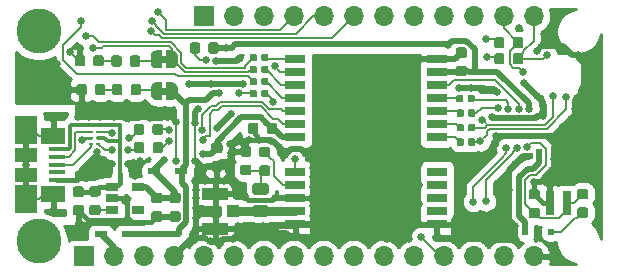
<source format=gbr>
G04 #@! TF.GenerationSoftware,KiCad,Pcbnew,(5.1.4)-1*
G04 #@! TF.CreationDate,2020-01-31T22:29:49-05:00*
G04 #@! TF.ProjectId,Feather-NEO-M9N-GPS,46656174-6865-4722-9d4e-454f2d4d394e,rev?*
G04 #@! TF.SameCoordinates,Original*
G04 #@! TF.FileFunction,Copper,L1,Top*
G04 #@! TF.FilePolarity,Positive*
%FSLAX46Y46*%
G04 Gerber Fmt 4.6, Leading zero omitted, Abs format (unit mm)*
G04 Created by KiCad (PCBNEW (5.1.4)-1) date 2020-01-31 22:29:49*
%MOMM*%
%LPD*%
G04 APERTURE LIST*
%ADD10C,0.100000*%
%ADD11C,0.875000*%
%ADD12R,0.325000X0.250000*%
%ADD13O,1.700000X1.700000*%
%ADD14R,1.700000X1.700000*%
%ADD15C,0.590000*%
%ADD16R,1.050000X0.500000*%
%ADD17R,1.050000X1.000000*%
%ADD18R,2.200000X1.050000*%
%ADD19R,1.800000X0.800000*%
%ADD20R,1.060000X0.650000*%
%ADD21R,1.900000X1.175000*%
%ADD22R,1.900000X2.375000*%
%ADD23R,2.100000X1.475000*%
%ADD24R,1.380000X0.450000*%
%ADD25C,0.500000*%
%ADD26R,0.500000X0.500000*%
%ADD27R,0.800000X2.000000*%
%ADD28C,0.975000*%
%ADD29C,3.800000*%
%ADD30C,0.660400*%
%ADD31C,0.609600*%
%ADD32C,0.152400*%
%ADD33C,0.381000*%
%ADD34C,0.254000*%
%ADD35C,0.508000*%
%ADD36C,0.778834*%
%ADD37C,0.304800*%
G04 APERTURE END LIST*
D10*
G36*
X141558200Y-79700400D02*
G01*
X142058200Y-79700400D01*
X142058200Y-79100400D01*
X141558200Y-79100400D01*
X141558200Y-79700400D01*
G37*
G36*
X141570900Y-82392800D02*
G01*
X142070900Y-82392800D01*
X142070900Y-81792800D01*
X141570900Y-81792800D01*
X141570900Y-82392800D01*
G37*
G36*
X146226791Y-77961253D02*
G01*
X146248026Y-77964403D01*
X146268850Y-77969619D01*
X146289062Y-77976851D01*
X146308468Y-77986030D01*
X146326881Y-77997066D01*
X146344124Y-78009854D01*
X146360030Y-78024270D01*
X146374446Y-78040176D01*
X146387234Y-78057419D01*
X146398270Y-78075832D01*
X146407449Y-78095238D01*
X146414681Y-78115450D01*
X146419897Y-78136274D01*
X146423047Y-78157509D01*
X146424100Y-78178950D01*
X146424100Y-78691450D01*
X146423047Y-78712891D01*
X146419897Y-78734126D01*
X146414681Y-78754950D01*
X146407449Y-78775162D01*
X146398270Y-78794568D01*
X146387234Y-78812981D01*
X146374446Y-78830224D01*
X146360030Y-78846130D01*
X146344124Y-78860546D01*
X146326881Y-78873334D01*
X146308468Y-78884370D01*
X146289062Y-78893549D01*
X146268850Y-78900781D01*
X146248026Y-78905997D01*
X146226791Y-78909147D01*
X146205350Y-78910200D01*
X145767850Y-78910200D01*
X145746409Y-78909147D01*
X145725174Y-78905997D01*
X145704350Y-78900781D01*
X145684138Y-78893549D01*
X145664732Y-78884370D01*
X145646319Y-78873334D01*
X145629076Y-78860546D01*
X145613170Y-78846130D01*
X145598754Y-78830224D01*
X145585966Y-78812981D01*
X145574930Y-78794568D01*
X145565751Y-78775162D01*
X145558519Y-78754950D01*
X145553303Y-78734126D01*
X145550153Y-78712891D01*
X145549100Y-78691450D01*
X145549100Y-78178950D01*
X145550153Y-78157509D01*
X145553303Y-78136274D01*
X145558519Y-78115450D01*
X145565751Y-78095238D01*
X145574930Y-78075832D01*
X145585966Y-78057419D01*
X145598754Y-78040176D01*
X145613170Y-78024270D01*
X145629076Y-78009854D01*
X145646319Y-77997066D01*
X145664732Y-77986030D01*
X145684138Y-77976851D01*
X145704350Y-77969619D01*
X145725174Y-77964403D01*
X145746409Y-77961253D01*
X145767850Y-77960200D01*
X146205350Y-77960200D01*
X146226791Y-77961253D01*
X146226791Y-77961253D01*
G37*
D11*
X145986600Y-78435200D03*
D10*
G36*
X144651791Y-77961253D02*
G01*
X144673026Y-77964403D01*
X144693850Y-77969619D01*
X144714062Y-77976851D01*
X144733468Y-77986030D01*
X144751881Y-77997066D01*
X144769124Y-78009854D01*
X144785030Y-78024270D01*
X144799446Y-78040176D01*
X144812234Y-78057419D01*
X144823270Y-78075832D01*
X144832449Y-78095238D01*
X144839681Y-78115450D01*
X144844897Y-78136274D01*
X144848047Y-78157509D01*
X144849100Y-78178950D01*
X144849100Y-78691450D01*
X144848047Y-78712891D01*
X144844897Y-78734126D01*
X144839681Y-78754950D01*
X144832449Y-78775162D01*
X144823270Y-78794568D01*
X144812234Y-78812981D01*
X144799446Y-78830224D01*
X144785030Y-78846130D01*
X144769124Y-78860546D01*
X144751881Y-78873334D01*
X144733468Y-78884370D01*
X144714062Y-78893549D01*
X144693850Y-78900781D01*
X144673026Y-78905997D01*
X144651791Y-78909147D01*
X144630350Y-78910200D01*
X144192850Y-78910200D01*
X144171409Y-78909147D01*
X144150174Y-78905997D01*
X144129350Y-78900781D01*
X144109138Y-78893549D01*
X144089732Y-78884370D01*
X144071319Y-78873334D01*
X144054076Y-78860546D01*
X144038170Y-78846130D01*
X144023754Y-78830224D01*
X144010966Y-78812981D01*
X143999930Y-78794568D01*
X143990751Y-78775162D01*
X143983519Y-78754950D01*
X143978303Y-78734126D01*
X143975153Y-78712891D01*
X143974100Y-78691450D01*
X143974100Y-78178950D01*
X143975153Y-78157509D01*
X143978303Y-78136274D01*
X143983519Y-78115450D01*
X143990751Y-78095238D01*
X143999930Y-78075832D01*
X144010966Y-78057419D01*
X144023754Y-78040176D01*
X144038170Y-78024270D01*
X144054076Y-78009854D01*
X144071319Y-77997066D01*
X144089732Y-77986030D01*
X144109138Y-77976851D01*
X144129350Y-77969619D01*
X144150174Y-77964403D01*
X144171409Y-77961253D01*
X144192850Y-77960200D01*
X144630350Y-77960200D01*
X144651791Y-77961253D01*
X144651791Y-77961253D01*
G37*
D11*
X144411600Y-78435200D03*
D12*
X136252400Y-85529800D03*
X136252400Y-86029800D03*
X136252400Y-86529800D03*
X135578400Y-86529800D03*
X135578400Y-86029800D03*
X135578400Y-85529800D03*
D13*
X173088300Y-75768200D03*
X170548300Y-75768200D03*
X168008300Y-75768200D03*
X165468300Y-75768200D03*
X162928300Y-75768200D03*
X160388300Y-75768200D03*
X157848300Y-75768200D03*
X155308300Y-75768200D03*
X152768300Y-75768200D03*
X150228300Y-75768200D03*
X147688300Y-75768200D03*
D14*
X145148300Y-75768200D03*
D13*
X173088300Y-96088200D03*
X170548300Y-96088200D03*
X168008300Y-96088200D03*
X165468300Y-96088200D03*
X162928300Y-96088200D03*
X160388300Y-96088200D03*
X157848300Y-96088200D03*
X155308300Y-96088200D03*
X152768300Y-96088200D03*
X150228300Y-96088200D03*
X147688300Y-96088200D03*
X145148300Y-96088200D03*
X142608300Y-96088200D03*
X140068300Y-96088200D03*
X137528300Y-96088200D03*
D14*
X134988300Y-96088200D03*
D10*
G36*
X150504418Y-78941410D02*
G01*
X150518736Y-78943534D01*
X150532777Y-78947051D01*
X150546406Y-78951928D01*
X150559491Y-78958117D01*
X150571907Y-78965558D01*
X150583533Y-78974181D01*
X150594258Y-78983902D01*
X150603979Y-78994627D01*
X150612602Y-79006253D01*
X150620043Y-79018669D01*
X150626232Y-79031754D01*
X150631109Y-79045383D01*
X150634626Y-79059424D01*
X150636750Y-79073742D01*
X150637460Y-79088200D01*
X150637460Y-79433200D01*
X150636750Y-79447658D01*
X150634626Y-79461976D01*
X150631109Y-79476017D01*
X150626232Y-79489646D01*
X150620043Y-79502731D01*
X150612602Y-79515147D01*
X150603979Y-79526773D01*
X150594258Y-79537498D01*
X150583533Y-79547219D01*
X150571907Y-79555842D01*
X150559491Y-79563283D01*
X150546406Y-79569472D01*
X150532777Y-79574349D01*
X150518736Y-79577866D01*
X150504418Y-79579990D01*
X150489960Y-79580700D01*
X150194960Y-79580700D01*
X150180502Y-79579990D01*
X150166184Y-79577866D01*
X150152143Y-79574349D01*
X150138514Y-79569472D01*
X150125429Y-79563283D01*
X150113013Y-79555842D01*
X150101387Y-79547219D01*
X150090662Y-79537498D01*
X150080941Y-79526773D01*
X150072318Y-79515147D01*
X150064877Y-79502731D01*
X150058688Y-79489646D01*
X150053811Y-79476017D01*
X150050294Y-79461976D01*
X150048170Y-79447658D01*
X150047460Y-79433200D01*
X150047460Y-79088200D01*
X150048170Y-79073742D01*
X150050294Y-79059424D01*
X150053811Y-79045383D01*
X150058688Y-79031754D01*
X150064877Y-79018669D01*
X150072318Y-79006253D01*
X150080941Y-78994627D01*
X150090662Y-78983902D01*
X150101387Y-78974181D01*
X150113013Y-78965558D01*
X150125429Y-78958117D01*
X150138514Y-78951928D01*
X150152143Y-78947051D01*
X150166184Y-78943534D01*
X150180502Y-78941410D01*
X150194960Y-78940700D01*
X150489960Y-78940700D01*
X150504418Y-78941410D01*
X150504418Y-78941410D01*
G37*
D15*
X150342460Y-79260700D03*
D10*
G36*
X149534418Y-78941410D02*
G01*
X149548736Y-78943534D01*
X149562777Y-78947051D01*
X149576406Y-78951928D01*
X149589491Y-78958117D01*
X149601907Y-78965558D01*
X149613533Y-78974181D01*
X149624258Y-78983902D01*
X149633979Y-78994627D01*
X149642602Y-79006253D01*
X149650043Y-79018669D01*
X149656232Y-79031754D01*
X149661109Y-79045383D01*
X149664626Y-79059424D01*
X149666750Y-79073742D01*
X149667460Y-79088200D01*
X149667460Y-79433200D01*
X149666750Y-79447658D01*
X149664626Y-79461976D01*
X149661109Y-79476017D01*
X149656232Y-79489646D01*
X149650043Y-79502731D01*
X149642602Y-79515147D01*
X149633979Y-79526773D01*
X149624258Y-79537498D01*
X149613533Y-79547219D01*
X149601907Y-79555842D01*
X149589491Y-79563283D01*
X149576406Y-79569472D01*
X149562777Y-79574349D01*
X149548736Y-79577866D01*
X149534418Y-79579990D01*
X149519960Y-79580700D01*
X149224960Y-79580700D01*
X149210502Y-79579990D01*
X149196184Y-79577866D01*
X149182143Y-79574349D01*
X149168514Y-79569472D01*
X149155429Y-79563283D01*
X149143013Y-79555842D01*
X149131387Y-79547219D01*
X149120662Y-79537498D01*
X149110941Y-79526773D01*
X149102318Y-79515147D01*
X149094877Y-79502731D01*
X149088688Y-79489646D01*
X149083811Y-79476017D01*
X149080294Y-79461976D01*
X149078170Y-79447658D01*
X149077460Y-79433200D01*
X149077460Y-79088200D01*
X149078170Y-79073742D01*
X149080294Y-79059424D01*
X149083811Y-79045383D01*
X149088688Y-79031754D01*
X149094877Y-79018669D01*
X149102318Y-79006253D01*
X149110941Y-78994627D01*
X149120662Y-78983902D01*
X149131387Y-78974181D01*
X149143013Y-78965558D01*
X149155429Y-78958117D01*
X149168514Y-78951928D01*
X149182143Y-78947051D01*
X149196184Y-78943534D01*
X149210502Y-78941410D01*
X149224960Y-78940700D01*
X149519960Y-78940700D01*
X149534418Y-78941410D01*
X149534418Y-78941410D01*
G37*
D15*
X149372460Y-79260700D03*
D10*
G36*
X167037558Y-84863842D02*
G01*
X167051876Y-84865966D01*
X167065917Y-84869483D01*
X167079546Y-84874360D01*
X167092631Y-84880549D01*
X167105047Y-84887990D01*
X167116673Y-84896613D01*
X167127398Y-84906334D01*
X167137119Y-84917059D01*
X167145742Y-84928685D01*
X167153183Y-84941101D01*
X167159372Y-84954186D01*
X167164249Y-84967815D01*
X167167766Y-84981856D01*
X167169890Y-84996174D01*
X167170600Y-85010632D01*
X167170600Y-85355632D01*
X167169890Y-85370090D01*
X167167766Y-85384408D01*
X167164249Y-85398449D01*
X167159372Y-85412078D01*
X167153183Y-85425163D01*
X167145742Y-85437579D01*
X167137119Y-85449205D01*
X167127398Y-85459930D01*
X167116673Y-85469651D01*
X167105047Y-85478274D01*
X167092631Y-85485715D01*
X167079546Y-85491904D01*
X167065917Y-85496781D01*
X167051876Y-85500298D01*
X167037558Y-85502422D01*
X167023100Y-85503132D01*
X166728100Y-85503132D01*
X166713642Y-85502422D01*
X166699324Y-85500298D01*
X166685283Y-85496781D01*
X166671654Y-85491904D01*
X166658569Y-85485715D01*
X166646153Y-85478274D01*
X166634527Y-85469651D01*
X166623802Y-85459930D01*
X166614081Y-85449205D01*
X166605458Y-85437579D01*
X166598017Y-85425163D01*
X166591828Y-85412078D01*
X166586951Y-85398449D01*
X166583434Y-85384408D01*
X166581310Y-85370090D01*
X166580600Y-85355632D01*
X166580600Y-85010632D01*
X166581310Y-84996174D01*
X166583434Y-84981856D01*
X166586951Y-84967815D01*
X166591828Y-84954186D01*
X166598017Y-84941101D01*
X166605458Y-84928685D01*
X166614081Y-84917059D01*
X166623802Y-84906334D01*
X166634527Y-84896613D01*
X166646153Y-84887990D01*
X166658569Y-84880549D01*
X166671654Y-84874360D01*
X166685283Y-84869483D01*
X166699324Y-84865966D01*
X166713642Y-84863842D01*
X166728100Y-84863132D01*
X167023100Y-84863132D01*
X167037558Y-84863842D01*
X167037558Y-84863842D01*
G37*
D15*
X166875600Y-85183132D03*
D10*
G36*
X168007558Y-84863842D02*
G01*
X168021876Y-84865966D01*
X168035917Y-84869483D01*
X168049546Y-84874360D01*
X168062631Y-84880549D01*
X168075047Y-84887990D01*
X168086673Y-84896613D01*
X168097398Y-84906334D01*
X168107119Y-84917059D01*
X168115742Y-84928685D01*
X168123183Y-84941101D01*
X168129372Y-84954186D01*
X168134249Y-84967815D01*
X168137766Y-84981856D01*
X168139890Y-84996174D01*
X168140600Y-85010632D01*
X168140600Y-85355632D01*
X168139890Y-85370090D01*
X168137766Y-85384408D01*
X168134249Y-85398449D01*
X168129372Y-85412078D01*
X168123183Y-85425163D01*
X168115742Y-85437579D01*
X168107119Y-85449205D01*
X168097398Y-85459930D01*
X168086673Y-85469651D01*
X168075047Y-85478274D01*
X168062631Y-85485715D01*
X168049546Y-85491904D01*
X168035917Y-85496781D01*
X168021876Y-85500298D01*
X168007558Y-85502422D01*
X167993100Y-85503132D01*
X167698100Y-85503132D01*
X167683642Y-85502422D01*
X167669324Y-85500298D01*
X167655283Y-85496781D01*
X167641654Y-85491904D01*
X167628569Y-85485715D01*
X167616153Y-85478274D01*
X167604527Y-85469651D01*
X167593802Y-85459930D01*
X167584081Y-85449205D01*
X167575458Y-85437579D01*
X167568017Y-85425163D01*
X167561828Y-85412078D01*
X167556951Y-85398449D01*
X167553434Y-85384408D01*
X167551310Y-85370090D01*
X167550600Y-85355632D01*
X167550600Y-85010632D01*
X167551310Y-84996174D01*
X167553434Y-84981856D01*
X167556951Y-84967815D01*
X167561828Y-84954186D01*
X167568017Y-84941101D01*
X167575458Y-84928685D01*
X167584081Y-84917059D01*
X167593802Y-84906334D01*
X167604527Y-84896613D01*
X167616153Y-84887990D01*
X167628569Y-84880549D01*
X167641654Y-84874360D01*
X167655283Y-84869483D01*
X167669324Y-84865966D01*
X167683642Y-84863842D01*
X167698100Y-84863132D01*
X167993100Y-84863132D01*
X168007558Y-84863842D01*
X168007558Y-84863842D01*
G37*
D15*
X167845600Y-85183132D03*
D10*
G36*
X167037558Y-86091510D02*
G01*
X167051876Y-86093634D01*
X167065917Y-86097151D01*
X167079546Y-86102028D01*
X167092631Y-86108217D01*
X167105047Y-86115658D01*
X167116673Y-86124281D01*
X167127398Y-86134002D01*
X167137119Y-86144727D01*
X167145742Y-86156353D01*
X167153183Y-86168769D01*
X167159372Y-86181854D01*
X167164249Y-86195483D01*
X167167766Y-86209524D01*
X167169890Y-86223842D01*
X167170600Y-86238300D01*
X167170600Y-86583300D01*
X167169890Y-86597758D01*
X167167766Y-86612076D01*
X167164249Y-86626117D01*
X167159372Y-86639746D01*
X167153183Y-86652831D01*
X167145742Y-86665247D01*
X167137119Y-86676873D01*
X167127398Y-86687598D01*
X167116673Y-86697319D01*
X167105047Y-86705942D01*
X167092631Y-86713383D01*
X167079546Y-86719572D01*
X167065917Y-86724449D01*
X167051876Y-86727966D01*
X167037558Y-86730090D01*
X167023100Y-86730800D01*
X166728100Y-86730800D01*
X166713642Y-86730090D01*
X166699324Y-86727966D01*
X166685283Y-86724449D01*
X166671654Y-86719572D01*
X166658569Y-86713383D01*
X166646153Y-86705942D01*
X166634527Y-86697319D01*
X166623802Y-86687598D01*
X166614081Y-86676873D01*
X166605458Y-86665247D01*
X166598017Y-86652831D01*
X166591828Y-86639746D01*
X166586951Y-86626117D01*
X166583434Y-86612076D01*
X166581310Y-86597758D01*
X166580600Y-86583300D01*
X166580600Y-86238300D01*
X166581310Y-86223842D01*
X166583434Y-86209524D01*
X166586951Y-86195483D01*
X166591828Y-86181854D01*
X166598017Y-86168769D01*
X166605458Y-86156353D01*
X166614081Y-86144727D01*
X166623802Y-86134002D01*
X166634527Y-86124281D01*
X166646153Y-86115658D01*
X166658569Y-86108217D01*
X166671654Y-86102028D01*
X166685283Y-86097151D01*
X166699324Y-86093634D01*
X166713642Y-86091510D01*
X166728100Y-86090800D01*
X167023100Y-86090800D01*
X167037558Y-86091510D01*
X167037558Y-86091510D01*
G37*
D15*
X166875600Y-86410800D03*
D10*
G36*
X168007558Y-86091510D02*
G01*
X168021876Y-86093634D01*
X168035917Y-86097151D01*
X168049546Y-86102028D01*
X168062631Y-86108217D01*
X168075047Y-86115658D01*
X168086673Y-86124281D01*
X168097398Y-86134002D01*
X168107119Y-86144727D01*
X168115742Y-86156353D01*
X168123183Y-86168769D01*
X168129372Y-86181854D01*
X168134249Y-86195483D01*
X168137766Y-86209524D01*
X168139890Y-86223842D01*
X168140600Y-86238300D01*
X168140600Y-86583300D01*
X168139890Y-86597758D01*
X168137766Y-86612076D01*
X168134249Y-86626117D01*
X168129372Y-86639746D01*
X168123183Y-86652831D01*
X168115742Y-86665247D01*
X168107119Y-86676873D01*
X168097398Y-86687598D01*
X168086673Y-86697319D01*
X168075047Y-86705942D01*
X168062631Y-86713383D01*
X168049546Y-86719572D01*
X168035917Y-86724449D01*
X168021876Y-86727966D01*
X168007558Y-86730090D01*
X167993100Y-86730800D01*
X167698100Y-86730800D01*
X167683642Y-86730090D01*
X167669324Y-86727966D01*
X167655283Y-86724449D01*
X167641654Y-86719572D01*
X167628569Y-86713383D01*
X167616153Y-86705942D01*
X167604527Y-86697319D01*
X167593802Y-86687598D01*
X167584081Y-86676873D01*
X167575458Y-86665247D01*
X167568017Y-86652831D01*
X167561828Y-86639746D01*
X167556951Y-86626117D01*
X167553434Y-86612076D01*
X167551310Y-86597758D01*
X167550600Y-86583300D01*
X167550600Y-86238300D01*
X167551310Y-86223842D01*
X167553434Y-86209524D01*
X167556951Y-86195483D01*
X167561828Y-86181854D01*
X167568017Y-86168769D01*
X167575458Y-86156353D01*
X167584081Y-86144727D01*
X167593802Y-86134002D01*
X167604527Y-86124281D01*
X167616153Y-86115658D01*
X167628569Y-86108217D01*
X167641654Y-86102028D01*
X167655283Y-86097151D01*
X167669324Y-86093634D01*
X167683642Y-86091510D01*
X167698100Y-86090800D01*
X167993100Y-86090800D01*
X168007558Y-86091510D01*
X168007558Y-86091510D01*
G37*
D15*
X167845600Y-86410800D03*
D16*
X136453800Y-94208600D03*
X138729800Y-94208600D03*
X140962300Y-88887300D03*
X143238300Y-88887300D03*
D17*
X147663900Y-92252800D03*
D18*
X146138900Y-90777800D03*
X146138900Y-93727800D03*
D10*
G36*
X150504418Y-79957410D02*
G01*
X150518736Y-79959534D01*
X150532777Y-79963051D01*
X150546406Y-79967928D01*
X150559491Y-79974117D01*
X150571907Y-79981558D01*
X150583533Y-79990181D01*
X150594258Y-79999902D01*
X150603979Y-80010627D01*
X150612602Y-80022253D01*
X150620043Y-80034669D01*
X150626232Y-80047754D01*
X150631109Y-80061383D01*
X150634626Y-80075424D01*
X150636750Y-80089742D01*
X150637460Y-80104200D01*
X150637460Y-80449200D01*
X150636750Y-80463658D01*
X150634626Y-80477976D01*
X150631109Y-80492017D01*
X150626232Y-80505646D01*
X150620043Y-80518731D01*
X150612602Y-80531147D01*
X150603979Y-80542773D01*
X150594258Y-80553498D01*
X150583533Y-80563219D01*
X150571907Y-80571842D01*
X150559491Y-80579283D01*
X150546406Y-80585472D01*
X150532777Y-80590349D01*
X150518736Y-80593866D01*
X150504418Y-80595990D01*
X150489960Y-80596700D01*
X150194960Y-80596700D01*
X150180502Y-80595990D01*
X150166184Y-80593866D01*
X150152143Y-80590349D01*
X150138514Y-80585472D01*
X150125429Y-80579283D01*
X150113013Y-80571842D01*
X150101387Y-80563219D01*
X150090662Y-80553498D01*
X150080941Y-80542773D01*
X150072318Y-80531147D01*
X150064877Y-80518731D01*
X150058688Y-80505646D01*
X150053811Y-80492017D01*
X150050294Y-80477976D01*
X150048170Y-80463658D01*
X150047460Y-80449200D01*
X150047460Y-80104200D01*
X150048170Y-80089742D01*
X150050294Y-80075424D01*
X150053811Y-80061383D01*
X150058688Y-80047754D01*
X150064877Y-80034669D01*
X150072318Y-80022253D01*
X150080941Y-80010627D01*
X150090662Y-79999902D01*
X150101387Y-79990181D01*
X150113013Y-79981558D01*
X150125429Y-79974117D01*
X150138514Y-79967928D01*
X150152143Y-79963051D01*
X150166184Y-79959534D01*
X150180502Y-79957410D01*
X150194960Y-79956700D01*
X150489960Y-79956700D01*
X150504418Y-79957410D01*
X150504418Y-79957410D01*
G37*
D15*
X150342460Y-80276700D03*
D10*
G36*
X149534418Y-79957410D02*
G01*
X149548736Y-79959534D01*
X149562777Y-79963051D01*
X149576406Y-79967928D01*
X149589491Y-79974117D01*
X149601907Y-79981558D01*
X149613533Y-79990181D01*
X149624258Y-79999902D01*
X149633979Y-80010627D01*
X149642602Y-80022253D01*
X149650043Y-80034669D01*
X149656232Y-80047754D01*
X149661109Y-80061383D01*
X149664626Y-80075424D01*
X149666750Y-80089742D01*
X149667460Y-80104200D01*
X149667460Y-80449200D01*
X149666750Y-80463658D01*
X149664626Y-80477976D01*
X149661109Y-80492017D01*
X149656232Y-80505646D01*
X149650043Y-80518731D01*
X149642602Y-80531147D01*
X149633979Y-80542773D01*
X149624258Y-80553498D01*
X149613533Y-80563219D01*
X149601907Y-80571842D01*
X149589491Y-80579283D01*
X149576406Y-80585472D01*
X149562777Y-80590349D01*
X149548736Y-80593866D01*
X149534418Y-80595990D01*
X149519960Y-80596700D01*
X149224960Y-80596700D01*
X149210502Y-80595990D01*
X149196184Y-80593866D01*
X149182143Y-80590349D01*
X149168514Y-80585472D01*
X149155429Y-80579283D01*
X149143013Y-80571842D01*
X149131387Y-80563219D01*
X149120662Y-80553498D01*
X149110941Y-80542773D01*
X149102318Y-80531147D01*
X149094877Y-80518731D01*
X149088688Y-80505646D01*
X149083811Y-80492017D01*
X149080294Y-80477976D01*
X149078170Y-80463658D01*
X149077460Y-80449200D01*
X149077460Y-80104200D01*
X149078170Y-80089742D01*
X149080294Y-80075424D01*
X149083811Y-80061383D01*
X149088688Y-80047754D01*
X149094877Y-80034669D01*
X149102318Y-80022253D01*
X149110941Y-80010627D01*
X149120662Y-79999902D01*
X149131387Y-79990181D01*
X149143013Y-79981558D01*
X149155429Y-79974117D01*
X149168514Y-79967928D01*
X149182143Y-79963051D01*
X149196184Y-79959534D01*
X149210502Y-79957410D01*
X149224960Y-79956700D01*
X149519960Y-79956700D01*
X149534418Y-79957410D01*
X149534418Y-79957410D01*
G37*
D15*
X149372460Y-80276700D03*
D10*
G36*
X150504418Y-80973410D02*
G01*
X150518736Y-80975534D01*
X150532777Y-80979051D01*
X150546406Y-80983928D01*
X150559491Y-80990117D01*
X150571907Y-80997558D01*
X150583533Y-81006181D01*
X150594258Y-81015902D01*
X150603979Y-81026627D01*
X150612602Y-81038253D01*
X150620043Y-81050669D01*
X150626232Y-81063754D01*
X150631109Y-81077383D01*
X150634626Y-81091424D01*
X150636750Y-81105742D01*
X150637460Y-81120200D01*
X150637460Y-81465200D01*
X150636750Y-81479658D01*
X150634626Y-81493976D01*
X150631109Y-81508017D01*
X150626232Y-81521646D01*
X150620043Y-81534731D01*
X150612602Y-81547147D01*
X150603979Y-81558773D01*
X150594258Y-81569498D01*
X150583533Y-81579219D01*
X150571907Y-81587842D01*
X150559491Y-81595283D01*
X150546406Y-81601472D01*
X150532777Y-81606349D01*
X150518736Y-81609866D01*
X150504418Y-81611990D01*
X150489960Y-81612700D01*
X150194960Y-81612700D01*
X150180502Y-81611990D01*
X150166184Y-81609866D01*
X150152143Y-81606349D01*
X150138514Y-81601472D01*
X150125429Y-81595283D01*
X150113013Y-81587842D01*
X150101387Y-81579219D01*
X150090662Y-81569498D01*
X150080941Y-81558773D01*
X150072318Y-81547147D01*
X150064877Y-81534731D01*
X150058688Y-81521646D01*
X150053811Y-81508017D01*
X150050294Y-81493976D01*
X150048170Y-81479658D01*
X150047460Y-81465200D01*
X150047460Y-81120200D01*
X150048170Y-81105742D01*
X150050294Y-81091424D01*
X150053811Y-81077383D01*
X150058688Y-81063754D01*
X150064877Y-81050669D01*
X150072318Y-81038253D01*
X150080941Y-81026627D01*
X150090662Y-81015902D01*
X150101387Y-81006181D01*
X150113013Y-80997558D01*
X150125429Y-80990117D01*
X150138514Y-80983928D01*
X150152143Y-80979051D01*
X150166184Y-80975534D01*
X150180502Y-80973410D01*
X150194960Y-80972700D01*
X150489960Y-80972700D01*
X150504418Y-80973410D01*
X150504418Y-80973410D01*
G37*
D15*
X150342460Y-81292700D03*
D10*
G36*
X149534418Y-80973410D02*
G01*
X149548736Y-80975534D01*
X149562777Y-80979051D01*
X149576406Y-80983928D01*
X149589491Y-80990117D01*
X149601907Y-80997558D01*
X149613533Y-81006181D01*
X149624258Y-81015902D01*
X149633979Y-81026627D01*
X149642602Y-81038253D01*
X149650043Y-81050669D01*
X149656232Y-81063754D01*
X149661109Y-81077383D01*
X149664626Y-81091424D01*
X149666750Y-81105742D01*
X149667460Y-81120200D01*
X149667460Y-81465200D01*
X149666750Y-81479658D01*
X149664626Y-81493976D01*
X149661109Y-81508017D01*
X149656232Y-81521646D01*
X149650043Y-81534731D01*
X149642602Y-81547147D01*
X149633979Y-81558773D01*
X149624258Y-81569498D01*
X149613533Y-81579219D01*
X149601907Y-81587842D01*
X149589491Y-81595283D01*
X149576406Y-81601472D01*
X149562777Y-81606349D01*
X149548736Y-81609866D01*
X149534418Y-81611990D01*
X149519960Y-81612700D01*
X149224960Y-81612700D01*
X149210502Y-81611990D01*
X149196184Y-81609866D01*
X149182143Y-81606349D01*
X149168514Y-81601472D01*
X149155429Y-81595283D01*
X149143013Y-81587842D01*
X149131387Y-81579219D01*
X149120662Y-81569498D01*
X149110941Y-81558773D01*
X149102318Y-81547147D01*
X149094877Y-81534731D01*
X149088688Y-81521646D01*
X149083811Y-81508017D01*
X149080294Y-81493976D01*
X149078170Y-81479658D01*
X149077460Y-81465200D01*
X149077460Y-81120200D01*
X149078170Y-81105742D01*
X149080294Y-81091424D01*
X149083811Y-81077383D01*
X149088688Y-81063754D01*
X149094877Y-81050669D01*
X149102318Y-81038253D01*
X149110941Y-81026627D01*
X149120662Y-81015902D01*
X149131387Y-81006181D01*
X149143013Y-80997558D01*
X149155429Y-80990117D01*
X149168514Y-80983928D01*
X149182143Y-80979051D01*
X149196184Y-80975534D01*
X149210502Y-80973410D01*
X149224960Y-80972700D01*
X149519960Y-80972700D01*
X149534418Y-80973410D01*
X149534418Y-80973410D01*
G37*
D15*
X149372460Y-81292700D03*
D10*
G36*
X150504418Y-81989410D02*
G01*
X150518736Y-81991534D01*
X150532777Y-81995051D01*
X150546406Y-81999928D01*
X150559491Y-82006117D01*
X150571907Y-82013558D01*
X150583533Y-82022181D01*
X150594258Y-82031902D01*
X150603979Y-82042627D01*
X150612602Y-82054253D01*
X150620043Y-82066669D01*
X150626232Y-82079754D01*
X150631109Y-82093383D01*
X150634626Y-82107424D01*
X150636750Y-82121742D01*
X150637460Y-82136200D01*
X150637460Y-82481200D01*
X150636750Y-82495658D01*
X150634626Y-82509976D01*
X150631109Y-82524017D01*
X150626232Y-82537646D01*
X150620043Y-82550731D01*
X150612602Y-82563147D01*
X150603979Y-82574773D01*
X150594258Y-82585498D01*
X150583533Y-82595219D01*
X150571907Y-82603842D01*
X150559491Y-82611283D01*
X150546406Y-82617472D01*
X150532777Y-82622349D01*
X150518736Y-82625866D01*
X150504418Y-82627990D01*
X150489960Y-82628700D01*
X150194960Y-82628700D01*
X150180502Y-82627990D01*
X150166184Y-82625866D01*
X150152143Y-82622349D01*
X150138514Y-82617472D01*
X150125429Y-82611283D01*
X150113013Y-82603842D01*
X150101387Y-82595219D01*
X150090662Y-82585498D01*
X150080941Y-82574773D01*
X150072318Y-82563147D01*
X150064877Y-82550731D01*
X150058688Y-82537646D01*
X150053811Y-82524017D01*
X150050294Y-82509976D01*
X150048170Y-82495658D01*
X150047460Y-82481200D01*
X150047460Y-82136200D01*
X150048170Y-82121742D01*
X150050294Y-82107424D01*
X150053811Y-82093383D01*
X150058688Y-82079754D01*
X150064877Y-82066669D01*
X150072318Y-82054253D01*
X150080941Y-82042627D01*
X150090662Y-82031902D01*
X150101387Y-82022181D01*
X150113013Y-82013558D01*
X150125429Y-82006117D01*
X150138514Y-81999928D01*
X150152143Y-81995051D01*
X150166184Y-81991534D01*
X150180502Y-81989410D01*
X150194960Y-81988700D01*
X150489960Y-81988700D01*
X150504418Y-81989410D01*
X150504418Y-81989410D01*
G37*
D15*
X150342460Y-82308700D03*
D10*
G36*
X149534418Y-81989410D02*
G01*
X149548736Y-81991534D01*
X149562777Y-81995051D01*
X149576406Y-81999928D01*
X149589491Y-82006117D01*
X149601907Y-82013558D01*
X149613533Y-82022181D01*
X149624258Y-82031902D01*
X149633979Y-82042627D01*
X149642602Y-82054253D01*
X149650043Y-82066669D01*
X149656232Y-82079754D01*
X149661109Y-82093383D01*
X149664626Y-82107424D01*
X149666750Y-82121742D01*
X149667460Y-82136200D01*
X149667460Y-82481200D01*
X149666750Y-82495658D01*
X149664626Y-82509976D01*
X149661109Y-82524017D01*
X149656232Y-82537646D01*
X149650043Y-82550731D01*
X149642602Y-82563147D01*
X149633979Y-82574773D01*
X149624258Y-82585498D01*
X149613533Y-82595219D01*
X149601907Y-82603842D01*
X149589491Y-82611283D01*
X149576406Y-82617472D01*
X149562777Y-82622349D01*
X149548736Y-82625866D01*
X149534418Y-82627990D01*
X149519960Y-82628700D01*
X149224960Y-82628700D01*
X149210502Y-82627990D01*
X149196184Y-82625866D01*
X149182143Y-82622349D01*
X149168514Y-82617472D01*
X149155429Y-82611283D01*
X149143013Y-82603842D01*
X149131387Y-82595219D01*
X149120662Y-82585498D01*
X149110941Y-82574773D01*
X149102318Y-82563147D01*
X149094877Y-82550731D01*
X149088688Y-82537646D01*
X149083811Y-82524017D01*
X149080294Y-82509976D01*
X149078170Y-82495658D01*
X149077460Y-82481200D01*
X149077460Y-82136200D01*
X149078170Y-82121742D01*
X149080294Y-82107424D01*
X149083811Y-82093383D01*
X149088688Y-82079754D01*
X149094877Y-82066669D01*
X149102318Y-82054253D01*
X149110941Y-82042627D01*
X149120662Y-82031902D01*
X149131387Y-82022181D01*
X149143013Y-82013558D01*
X149155429Y-82006117D01*
X149168514Y-81999928D01*
X149182143Y-81995051D01*
X149196184Y-81991534D01*
X149210502Y-81989410D01*
X149224960Y-81988700D01*
X149519960Y-81988700D01*
X149534418Y-81989410D01*
X149534418Y-81989410D01*
G37*
D15*
X149372460Y-82308700D03*
D10*
G36*
X167037558Y-83636176D02*
G01*
X167051876Y-83638300D01*
X167065917Y-83641817D01*
X167079546Y-83646694D01*
X167092631Y-83652883D01*
X167105047Y-83660324D01*
X167116673Y-83668947D01*
X167127398Y-83678668D01*
X167137119Y-83689393D01*
X167145742Y-83701019D01*
X167153183Y-83713435D01*
X167159372Y-83726520D01*
X167164249Y-83740149D01*
X167167766Y-83754190D01*
X167169890Y-83768508D01*
X167170600Y-83782966D01*
X167170600Y-84127966D01*
X167169890Y-84142424D01*
X167167766Y-84156742D01*
X167164249Y-84170783D01*
X167159372Y-84184412D01*
X167153183Y-84197497D01*
X167145742Y-84209913D01*
X167137119Y-84221539D01*
X167127398Y-84232264D01*
X167116673Y-84241985D01*
X167105047Y-84250608D01*
X167092631Y-84258049D01*
X167079546Y-84264238D01*
X167065917Y-84269115D01*
X167051876Y-84272632D01*
X167037558Y-84274756D01*
X167023100Y-84275466D01*
X166728100Y-84275466D01*
X166713642Y-84274756D01*
X166699324Y-84272632D01*
X166685283Y-84269115D01*
X166671654Y-84264238D01*
X166658569Y-84258049D01*
X166646153Y-84250608D01*
X166634527Y-84241985D01*
X166623802Y-84232264D01*
X166614081Y-84221539D01*
X166605458Y-84209913D01*
X166598017Y-84197497D01*
X166591828Y-84184412D01*
X166586951Y-84170783D01*
X166583434Y-84156742D01*
X166581310Y-84142424D01*
X166580600Y-84127966D01*
X166580600Y-83782966D01*
X166581310Y-83768508D01*
X166583434Y-83754190D01*
X166586951Y-83740149D01*
X166591828Y-83726520D01*
X166598017Y-83713435D01*
X166605458Y-83701019D01*
X166614081Y-83689393D01*
X166623802Y-83678668D01*
X166634527Y-83668947D01*
X166646153Y-83660324D01*
X166658569Y-83652883D01*
X166671654Y-83646694D01*
X166685283Y-83641817D01*
X166699324Y-83638300D01*
X166713642Y-83636176D01*
X166728100Y-83635466D01*
X167023100Y-83635466D01*
X167037558Y-83636176D01*
X167037558Y-83636176D01*
G37*
D15*
X166875600Y-83955466D03*
D10*
G36*
X168007558Y-83636176D02*
G01*
X168021876Y-83638300D01*
X168035917Y-83641817D01*
X168049546Y-83646694D01*
X168062631Y-83652883D01*
X168075047Y-83660324D01*
X168086673Y-83668947D01*
X168097398Y-83678668D01*
X168107119Y-83689393D01*
X168115742Y-83701019D01*
X168123183Y-83713435D01*
X168129372Y-83726520D01*
X168134249Y-83740149D01*
X168137766Y-83754190D01*
X168139890Y-83768508D01*
X168140600Y-83782966D01*
X168140600Y-84127966D01*
X168139890Y-84142424D01*
X168137766Y-84156742D01*
X168134249Y-84170783D01*
X168129372Y-84184412D01*
X168123183Y-84197497D01*
X168115742Y-84209913D01*
X168107119Y-84221539D01*
X168097398Y-84232264D01*
X168086673Y-84241985D01*
X168075047Y-84250608D01*
X168062631Y-84258049D01*
X168049546Y-84264238D01*
X168035917Y-84269115D01*
X168021876Y-84272632D01*
X168007558Y-84274756D01*
X167993100Y-84275466D01*
X167698100Y-84275466D01*
X167683642Y-84274756D01*
X167669324Y-84272632D01*
X167655283Y-84269115D01*
X167641654Y-84264238D01*
X167628569Y-84258049D01*
X167616153Y-84250608D01*
X167604527Y-84241985D01*
X167593802Y-84232264D01*
X167584081Y-84221539D01*
X167575458Y-84209913D01*
X167568017Y-84197497D01*
X167561828Y-84184412D01*
X167556951Y-84170783D01*
X167553434Y-84156742D01*
X167551310Y-84142424D01*
X167550600Y-84127966D01*
X167550600Y-83782966D01*
X167551310Y-83768508D01*
X167553434Y-83754190D01*
X167556951Y-83740149D01*
X167561828Y-83726520D01*
X167568017Y-83713435D01*
X167575458Y-83701019D01*
X167584081Y-83689393D01*
X167593802Y-83678668D01*
X167604527Y-83668947D01*
X167616153Y-83660324D01*
X167628569Y-83652883D01*
X167641654Y-83646694D01*
X167655283Y-83641817D01*
X167669324Y-83638300D01*
X167683642Y-83636176D01*
X167698100Y-83635466D01*
X167993100Y-83635466D01*
X168007558Y-83636176D01*
X168007558Y-83636176D01*
G37*
D15*
X167845600Y-83955466D03*
D10*
G36*
X166986758Y-82408510D02*
G01*
X167001076Y-82410634D01*
X167015117Y-82414151D01*
X167028746Y-82419028D01*
X167041831Y-82425217D01*
X167054247Y-82432658D01*
X167065873Y-82441281D01*
X167076598Y-82451002D01*
X167086319Y-82461727D01*
X167094942Y-82473353D01*
X167102383Y-82485769D01*
X167108572Y-82498854D01*
X167113449Y-82512483D01*
X167116966Y-82526524D01*
X167119090Y-82540842D01*
X167119800Y-82555300D01*
X167119800Y-82900300D01*
X167119090Y-82914758D01*
X167116966Y-82929076D01*
X167113449Y-82943117D01*
X167108572Y-82956746D01*
X167102383Y-82969831D01*
X167094942Y-82982247D01*
X167086319Y-82993873D01*
X167076598Y-83004598D01*
X167065873Y-83014319D01*
X167054247Y-83022942D01*
X167041831Y-83030383D01*
X167028746Y-83036572D01*
X167015117Y-83041449D01*
X167001076Y-83044966D01*
X166986758Y-83047090D01*
X166972300Y-83047800D01*
X166677300Y-83047800D01*
X166662842Y-83047090D01*
X166648524Y-83044966D01*
X166634483Y-83041449D01*
X166620854Y-83036572D01*
X166607769Y-83030383D01*
X166595353Y-83022942D01*
X166583727Y-83014319D01*
X166573002Y-83004598D01*
X166563281Y-82993873D01*
X166554658Y-82982247D01*
X166547217Y-82969831D01*
X166541028Y-82956746D01*
X166536151Y-82943117D01*
X166532634Y-82929076D01*
X166530510Y-82914758D01*
X166529800Y-82900300D01*
X166529800Y-82555300D01*
X166530510Y-82540842D01*
X166532634Y-82526524D01*
X166536151Y-82512483D01*
X166541028Y-82498854D01*
X166547217Y-82485769D01*
X166554658Y-82473353D01*
X166563281Y-82461727D01*
X166573002Y-82451002D01*
X166583727Y-82441281D01*
X166595353Y-82432658D01*
X166607769Y-82425217D01*
X166620854Y-82419028D01*
X166634483Y-82414151D01*
X166648524Y-82410634D01*
X166662842Y-82408510D01*
X166677300Y-82407800D01*
X166972300Y-82407800D01*
X166986758Y-82408510D01*
X166986758Y-82408510D01*
G37*
D15*
X166824800Y-82727800D03*
D10*
G36*
X167956758Y-82408510D02*
G01*
X167971076Y-82410634D01*
X167985117Y-82414151D01*
X167998746Y-82419028D01*
X168011831Y-82425217D01*
X168024247Y-82432658D01*
X168035873Y-82441281D01*
X168046598Y-82451002D01*
X168056319Y-82461727D01*
X168064942Y-82473353D01*
X168072383Y-82485769D01*
X168078572Y-82498854D01*
X168083449Y-82512483D01*
X168086966Y-82526524D01*
X168089090Y-82540842D01*
X168089800Y-82555300D01*
X168089800Y-82900300D01*
X168089090Y-82914758D01*
X168086966Y-82929076D01*
X168083449Y-82943117D01*
X168078572Y-82956746D01*
X168072383Y-82969831D01*
X168064942Y-82982247D01*
X168056319Y-82993873D01*
X168046598Y-83004598D01*
X168035873Y-83014319D01*
X168024247Y-83022942D01*
X168011831Y-83030383D01*
X167998746Y-83036572D01*
X167985117Y-83041449D01*
X167971076Y-83044966D01*
X167956758Y-83047090D01*
X167942300Y-83047800D01*
X167647300Y-83047800D01*
X167632842Y-83047090D01*
X167618524Y-83044966D01*
X167604483Y-83041449D01*
X167590854Y-83036572D01*
X167577769Y-83030383D01*
X167565353Y-83022942D01*
X167553727Y-83014319D01*
X167543002Y-83004598D01*
X167533281Y-82993873D01*
X167524658Y-82982247D01*
X167517217Y-82969831D01*
X167511028Y-82956746D01*
X167506151Y-82943117D01*
X167502634Y-82929076D01*
X167500510Y-82914758D01*
X167499800Y-82900300D01*
X167499800Y-82555300D01*
X167500510Y-82540842D01*
X167502634Y-82526524D01*
X167506151Y-82512483D01*
X167511028Y-82498854D01*
X167517217Y-82485769D01*
X167524658Y-82473353D01*
X167533281Y-82461727D01*
X167543002Y-82451002D01*
X167553727Y-82441281D01*
X167565353Y-82432658D01*
X167577769Y-82425217D01*
X167590854Y-82419028D01*
X167604483Y-82414151D01*
X167618524Y-82410634D01*
X167632842Y-82408510D01*
X167647300Y-82407800D01*
X167942300Y-82407800D01*
X167956758Y-82408510D01*
X167956758Y-82408510D01*
G37*
D15*
X167794800Y-82727800D03*
D19*
X164902400Y-79347300D03*
X164902400Y-80447300D03*
X164902400Y-81547300D03*
X164902400Y-82647300D03*
X164902400Y-83747300D03*
X164902400Y-84847300D03*
X164902400Y-85947300D03*
X164902400Y-88947300D03*
X164902400Y-90047300D03*
X164902400Y-91147300D03*
X164902400Y-92247300D03*
X164902400Y-93347300D03*
X152902400Y-93347300D03*
X152902400Y-92247300D03*
X152902400Y-91147300D03*
X152902400Y-90047300D03*
X152902400Y-88947300D03*
X152902400Y-85947300D03*
X152902400Y-84847300D03*
X152902400Y-83747300D03*
X152902400Y-82647300D03*
X152902400Y-81547300D03*
X152902400Y-80447300D03*
X152902400Y-79347300D03*
D10*
G36*
X141476291Y-90685953D02*
G01*
X141497526Y-90689103D01*
X141518350Y-90694319D01*
X141538562Y-90701551D01*
X141557968Y-90710730D01*
X141576381Y-90721766D01*
X141593624Y-90734554D01*
X141609530Y-90748970D01*
X141623946Y-90764876D01*
X141636734Y-90782119D01*
X141647770Y-90800532D01*
X141656949Y-90819938D01*
X141664181Y-90840150D01*
X141669397Y-90860974D01*
X141672547Y-90882209D01*
X141673600Y-90903650D01*
X141673600Y-91341150D01*
X141672547Y-91362591D01*
X141669397Y-91383826D01*
X141664181Y-91404650D01*
X141656949Y-91424862D01*
X141647770Y-91444268D01*
X141636734Y-91462681D01*
X141623946Y-91479924D01*
X141609530Y-91495830D01*
X141593624Y-91510246D01*
X141576381Y-91523034D01*
X141557968Y-91534070D01*
X141538562Y-91543249D01*
X141518350Y-91550481D01*
X141497526Y-91555697D01*
X141476291Y-91558847D01*
X141454850Y-91559900D01*
X140942350Y-91559900D01*
X140920909Y-91558847D01*
X140899674Y-91555697D01*
X140878850Y-91550481D01*
X140858638Y-91543249D01*
X140839232Y-91534070D01*
X140820819Y-91523034D01*
X140803576Y-91510246D01*
X140787670Y-91495830D01*
X140773254Y-91479924D01*
X140760466Y-91462681D01*
X140749430Y-91444268D01*
X140740251Y-91424862D01*
X140733019Y-91404650D01*
X140727803Y-91383826D01*
X140724653Y-91362591D01*
X140723600Y-91341150D01*
X140723600Y-90903650D01*
X140724653Y-90882209D01*
X140727803Y-90860974D01*
X140733019Y-90840150D01*
X140740251Y-90819938D01*
X140749430Y-90800532D01*
X140760466Y-90782119D01*
X140773254Y-90764876D01*
X140787670Y-90748970D01*
X140803576Y-90734554D01*
X140820819Y-90721766D01*
X140839232Y-90710730D01*
X140858638Y-90701551D01*
X140878850Y-90694319D01*
X140899674Y-90689103D01*
X140920909Y-90685953D01*
X140942350Y-90684900D01*
X141454850Y-90684900D01*
X141476291Y-90685953D01*
X141476291Y-90685953D01*
G37*
D11*
X141198600Y-91122400D03*
D10*
G36*
X141476291Y-92260953D02*
G01*
X141497526Y-92264103D01*
X141518350Y-92269319D01*
X141538562Y-92276551D01*
X141557968Y-92285730D01*
X141576381Y-92296766D01*
X141593624Y-92309554D01*
X141609530Y-92323970D01*
X141623946Y-92339876D01*
X141636734Y-92357119D01*
X141647770Y-92375532D01*
X141656949Y-92394938D01*
X141664181Y-92415150D01*
X141669397Y-92435974D01*
X141672547Y-92457209D01*
X141673600Y-92478650D01*
X141673600Y-92916150D01*
X141672547Y-92937591D01*
X141669397Y-92958826D01*
X141664181Y-92979650D01*
X141656949Y-92999862D01*
X141647770Y-93019268D01*
X141636734Y-93037681D01*
X141623946Y-93054924D01*
X141609530Y-93070830D01*
X141593624Y-93085246D01*
X141576381Y-93098034D01*
X141557968Y-93109070D01*
X141538562Y-93118249D01*
X141518350Y-93125481D01*
X141497526Y-93130697D01*
X141476291Y-93133847D01*
X141454850Y-93134900D01*
X140942350Y-93134900D01*
X140920909Y-93133847D01*
X140899674Y-93130697D01*
X140878850Y-93125481D01*
X140858638Y-93118249D01*
X140839232Y-93109070D01*
X140820819Y-93098034D01*
X140803576Y-93085246D01*
X140787670Y-93070830D01*
X140773254Y-93054924D01*
X140760466Y-93037681D01*
X140749430Y-93019268D01*
X140740251Y-92999862D01*
X140733019Y-92979650D01*
X140727803Y-92958826D01*
X140724653Y-92937591D01*
X140723600Y-92916150D01*
X140723600Y-92478650D01*
X140724653Y-92457209D01*
X140727803Y-92435974D01*
X140733019Y-92415150D01*
X140740251Y-92394938D01*
X140749430Y-92375532D01*
X140760466Y-92357119D01*
X140773254Y-92339876D01*
X140787670Y-92323970D01*
X140803576Y-92309554D01*
X140820819Y-92296766D01*
X140839232Y-92285730D01*
X140858638Y-92276551D01*
X140878850Y-92269319D01*
X140899674Y-92264103D01*
X140920909Y-92260953D01*
X140942350Y-92259900D01*
X141454850Y-92259900D01*
X141476291Y-92260953D01*
X141476291Y-92260953D01*
G37*
D11*
X141198600Y-92697400D03*
D10*
G36*
X143012991Y-90685953D02*
G01*
X143034226Y-90689103D01*
X143055050Y-90694319D01*
X143075262Y-90701551D01*
X143094668Y-90710730D01*
X143113081Y-90721766D01*
X143130324Y-90734554D01*
X143146230Y-90748970D01*
X143160646Y-90764876D01*
X143173434Y-90782119D01*
X143184470Y-90800532D01*
X143193649Y-90819938D01*
X143200881Y-90840150D01*
X143206097Y-90860974D01*
X143209247Y-90882209D01*
X143210300Y-90903650D01*
X143210300Y-91341150D01*
X143209247Y-91362591D01*
X143206097Y-91383826D01*
X143200881Y-91404650D01*
X143193649Y-91424862D01*
X143184470Y-91444268D01*
X143173434Y-91462681D01*
X143160646Y-91479924D01*
X143146230Y-91495830D01*
X143130324Y-91510246D01*
X143113081Y-91523034D01*
X143094668Y-91534070D01*
X143075262Y-91543249D01*
X143055050Y-91550481D01*
X143034226Y-91555697D01*
X143012991Y-91558847D01*
X142991550Y-91559900D01*
X142479050Y-91559900D01*
X142457609Y-91558847D01*
X142436374Y-91555697D01*
X142415550Y-91550481D01*
X142395338Y-91543249D01*
X142375932Y-91534070D01*
X142357519Y-91523034D01*
X142340276Y-91510246D01*
X142324370Y-91495830D01*
X142309954Y-91479924D01*
X142297166Y-91462681D01*
X142286130Y-91444268D01*
X142276951Y-91424862D01*
X142269719Y-91404650D01*
X142264503Y-91383826D01*
X142261353Y-91362591D01*
X142260300Y-91341150D01*
X142260300Y-90903650D01*
X142261353Y-90882209D01*
X142264503Y-90860974D01*
X142269719Y-90840150D01*
X142276951Y-90819938D01*
X142286130Y-90800532D01*
X142297166Y-90782119D01*
X142309954Y-90764876D01*
X142324370Y-90748970D01*
X142340276Y-90734554D01*
X142357519Y-90721766D01*
X142375932Y-90710730D01*
X142395338Y-90701551D01*
X142415550Y-90694319D01*
X142436374Y-90689103D01*
X142457609Y-90685953D01*
X142479050Y-90684900D01*
X142991550Y-90684900D01*
X143012991Y-90685953D01*
X143012991Y-90685953D01*
G37*
D11*
X142735300Y-91122400D03*
D10*
G36*
X143012991Y-92260953D02*
G01*
X143034226Y-92264103D01*
X143055050Y-92269319D01*
X143075262Y-92276551D01*
X143094668Y-92285730D01*
X143113081Y-92296766D01*
X143130324Y-92309554D01*
X143146230Y-92323970D01*
X143160646Y-92339876D01*
X143173434Y-92357119D01*
X143184470Y-92375532D01*
X143193649Y-92394938D01*
X143200881Y-92415150D01*
X143206097Y-92435974D01*
X143209247Y-92457209D01*
X143210300Y-92478650D01*
X143210300Y-92916150D01*
X143209247Y-92937591D01*
X143206097Y-92958826D01*
X143200881Y-92979650D01*
X143193649Y-92999862D01*
X143184470Y-93019268D01*
X143173434Y-93037681D01*
X143160646Y-93054924D01*
X143146230Y-93070830D01*
X143130324Y-93085246D01*
X143113081Y-93098034D01*
X143094668Y-93109070D01*
X143075262Y-93118249D01*
X143055050Y-93125481D01*
X143034226Y-93130697D01*
X143012991Y-93133847D01*
X142991550Y-93134900D01*
X142479050Y-93134900D01*
X142457609Y-93133847D01*
X142436374Y-93130697D01*
X142415550Y-93125481D01*
X142395338Y-93118249D01*
X142375932Y-93109070D01*
X142357519Y-93098034D01*
X142340276Y-93085246D01*
X142324370Y-93070830D01*
X142309954Y-93054924D01*
X142297166Y-93037681D01*
X142286130Y-93019268D01*
X142276951Y-92999862D01*
X142269719Y-92979650D01*
X142264503Y-92958826D01*
X142261353Y-92937591D01*
X142260300Y-92916150D01*
X142260300Y-92478650D01*
X142261353Y-92457209D01*
X142264503Y-92435974D01*
X142269719Y-92415150D01*
X142276951Y-92394938D01*
X142286130Y-92375532D01*
X142297166Y-92357119D01*
X142309954Y-92339876D01*
X142324370Y-92323970D01*
X142340276Y-92309554D01*
X142357519Y-92296766D01*
X142375932Y-92285730D01*
X142395338Y-92276551D01*
X142415550Y-92269319D01*
X142436374Y-92264103D01*
X142457609Y-92260953D01*
X142479050Y-92259900D01*
X142991550Y-92259900D01*
X143012991Y-92260953D01*
X143012991Y-92260953D01*
G37*
D11*
X142735300Y-92697400D03*
D10*
G36*
X134821491Y-90165253D02*
G01*
X134842726Y-90168403D01*
X134863550Y-90173619D01*
X134883762Y-90180851D01*
X134903168Y-90190030D01*
X134921581Y-90201066D01*
X134938824Y-90213854D01*
X134954730Y-90228270D01*
X134969146Y-90244176D01*
X134981934Y-90261419D01*
X134992970Y-90279832D01*
X135002149Y-90299238D01*
X135009381Y-90319450D01*
X135014597Y-90340274D01*
X135017747Y-90361509D01*
X135018800Y-90382950D01*
X135018800Y-90820450D01*
X135017747Y-90841891D01*
X135014597Y-90863126D01*
X135009381Y-90883950D01*
X135002149Y-90904162D01*
X134992970Y-90923568D01*
X134981934Y-90941981D01*
X134969146Y-90959224D01*
X134954730Y-90975130D01*
X134938824Y-90989546D01*
X134921581Y-91002334D01*
X134903168Y-91013370D01*
X134883762Y-91022549D01*
X134863550Y-91029781D01*
X134842726Y-91034997D01*
X134821491Y-91038147D01*
X134800050Y-91039200D01*
X134287550Y-91039200D01*
X134266109Y-91038147D01*
X134244874Y-91034997D01*
X134224050Y-91029781D01*
X134203838Y-91022549D01*
X134184432Y-91013370D01*
X134166019Y-91002334D01*
X134148776Y-90989546D01*
X134132870Y-90975130D01*
X134118454Y-90959224D01*
X134105666Y-90941981D01*
X134094630Y-90923568D01*
X134085451Y-90904162D01*
X134078219Y-90883950D01*
X134073003Y-90863126D01*
X134069853Y-90841891D01*
X134068800Y-90820450D01*
X134068800Y-90382950D01*
X134069853Y-90361509D01*
X134073003Y-90340274D01*
X134078219Y-90319450D01*
X134085451Y-90299238D01*
X134094630Y-90279832D01*
X134105666Y-90261419D01*
X134118454Y-90244176D01*
X134132870Y-90228270D01*
X134148776Y-90213854D01*
X134166019Y-90201066D01*
X134184432Y-90190030D01*
X134203838Y-90180851D01*
X134224050Y-90173619D01*
X134244874Y-90168403D01*
X134266109Y-90165253D01*
X134287550Y-90164200D01*
X134800050Y-90164200D01*
X134821491Y-90165253D01*
X134821491Y-90165253D01*
G37*
D11*
X134543800Y-90601700D03*
D10*
G36*
X134821491Y-91740253D02*
G01*
X134842726Y-91743403D01*
X134863550Y-91748619D01*
X134883762Y-91755851D01*
X134903168Y-91765030D01*
X134921581Y-91776066D01*
X134938824Y-91788854D01*
X134954730Y-91803270D01*
X134969146Y-91819176D01*
X134981934Y-91836419D01*
X134992970Y-91854832D01*
X135002149Y-91874238D01*
X135009381Y-91894450D01*
X135014597Y-91915274D01*
X135017747Y-91936509D01*
X135018800Y-91957950D01*
X135018800Y-92395450D01*
X135017747Y-92416891D01*
X135014597Y-92438126D01*
X135009381Y-92458950D01*
X135002149Y-92479162D01*
X134992970Y-92498568D01*
X134981934Y-92516981D01*
X134969146Y-92534224D01*
X134954730Y-92550130D01*
X134938824Y-92564546D01*
X134921581Y-92577334D01*
X134903168Y-92588370D01*
X134883762Y-92597549D01*
X134863550Y-92604781D01*
X134842726Y-92609997D01*
X134821491Y-92613147D01*
X134800050Y-92614200D01*
X134287550Y-92614200D01*
X134266109Y-92613147D01*
X134244874Y-92609997D01*
X134224050Y-92604781D01*
X134203838Y-92597549D01*
X134184432Y-92588370D01*
X134166019Y-92577334D01*
X134148776Y-92564546D01*
X134132870Y-92550130D01*
X134118454Y-92534224D01*
X134105666Y-92516981D01*
X134094630Y-92498568D01*
X134085451Y-92479162D01*
X134078219Y-92458950D01*
X134073003Y-92438126D01*
X134069853Y-92416891D01*
X134068800Y-92395450D01*
X134068800Y-91957950D01*
X134069853Y-91936509D01*
X134073003Y-91915274D01*
X134078219Y-91894450D01*
X134085451Y-91874238D01*
X134094630Y-91854832D01*
X134105666Y-91836419D01*
X134118454Y-91819176D01*
X134132870Y-91803270D01*
X134148776Y-91788854D01*
X134166019Y-91776066D01*
X134184432Y-91765030D01*
X134203838Y-91755851D01*
X134224050Y-91748619D01*
X134244874Y-91743403D01*
X134266109Y-91740253D01*
X134287550Y-91739200D01*
X134800050Y-91739200D01*
X134821491Y-91740253D01*
X134821491Y-91740253D01*
G37*
D11*
X134543800Y-92176700D03*
D20*
X139606200Y-90223300D03*
X139606200Y-92123300D03*
X137406200Y-92123300D03*
X137406200Y-91173300D03*
X137406200Y-90223300D03*
D10*
G36*
X136231191Y-91714853D02*
G01*
X136252426Y-91718003D01*
X136273250Y-91723219D01*
X136293462Y-91730451D01*
X136312868Y-91739630D01*
X136331281Y-91750666D01*
X136348524Y-91763454D01*
X136364430Y-91777870D01*
X136378846Y-91793776D01*
X136391634Y-91811019D01*
X136402670Y-91829432D01*
X136411849Y-91848838D01*
X136419081Y-91869050D01*
X136424297Y-91889874D01*
X136427447Y-91911109D01*
X136428500Y-91932550D01*
X136428500Y-92370050D01*
X136427447Y-92391491D01*
X136424297Y-92412726D01*
X136419081Y-92433550D01*
X136411849Y-92453762D01*
X136402670Y-92473168D01*
X136391634Y-92491581D01*
X136378846Y-92508824D01*
X136364430Y-92524730D01*
X136348524Y-92539146D01*
X136331281Y-92551934D01*
X136312868Y-92562970D01*
X136293462Y-92572149D01*
X136273250Y-92579381D01*
X136252426Y-92584597D01*
X136231191Y-92587747D01*
X136209750Y-92588800D01*
X135697250Y-92588800D01*
X135675809Y-92587747D01*
X135654574Y-92584597D01*
X135633750Y-92579381D01*
X135613538Y-92572149D01*
X135594132Y-92562970D01*
X135575719Y-92551934D01*
X135558476Y-92539146D01*
X135542570Y-92524730D01*
X135528154Y-92508824D01*
X135515366Y-92491581D01*
X135504330Y-92473168D01*
X135495151Y-92453762D01*
X135487919Y-92433550D01*
X135482703Y-92412726D01*
X135479553Y-92391491D01*
X135478500Y-92370050D01*
X135478500Y-91932550D01*
X135479553Y-91911109D01*
X135482703Y-91889874D01*
X135487919Y-91869050D01*
X135495151Y-91848838D01*
X135504330Y-91829432D01*
X135515366Y-91811019D01*
X135528154Y-91793776D01*
X135542570Y-91777870D01*
X135558476Y-91763454D01*
X135575719Y-91750666D01*
X135594132Y-91739630D01*
X135613538Y-91730451D01*
X135633750Y-91723219D01*
X135654574Y-91718003D01*
X135675809Y-91714853D01*
X135697250Y-91713800D01*
X136209750Y-91713800D01*
X136231191Y-91714853D01*
X136231191Y-91714853D01*
G37*
D11*
X135953500Y-92151300D03*
D10*
G36*
X136231191Y-90139853D02*
G01*
X136252426Y-90143003D01*
X136273250Y-90148219D01*
X136293462Y-90155451D01*
X136312868Y-90164630D01*
X136331281Y-90175666D01*
X136348524Y-90188454D01*
X136364430Y-90202870D01*
X136378846Y-90218776D01*
X136391634Y-90236019D01*
X136402670Y-90254432D01*
X136411849Y-90273838D01*
X136419081Y-90294050D01*
X136424297Y-90314874D01*
X136427447Y-90336109D01*
X136428500Y-90357550D01*
X136428500Y-90795050D01*
X136427447Y-90816491D01*
X136424297Y-90837726D01*
X136419081Y-90858550D01*
X136411849Y-90878762D01*
X136402670Y-90898168D01*
X136391634Y-90916581D01*
X136378846Y-90933824D01*
X136364430Y-90949730D01*
X136348524Y-90964146D01*
X136331281Y-90976934D01*
X136312868Y-90987970D01*
X136293462Y-90997149D01*
X136273250Y-91004381D01*
X136252426Y-91009597D01*
X136231191Y-91012747D01*
X136209750Y-91013800D01*
X135697250Y-91013800D01*
X135675809Y-91012747D01*
X135654574Y-91009597D01*
X135633750Y-91004381D01*
X135613538Y-90997149D01*
X135594132Y-90987970D01*
X135575719Y-90976934D01*
X135558476Y-90964146D01*
X135542570Y-90949730D01*
X135528154Y-90933824D01*
X135515366Y-90916581D01*
X135504330Y-90898168D01*
X135495151Y-90878762D01*
X135487919Y-90858550D01*
X135482703Y-90837726D01*
X135479553Y-90816491D01*
X135478500Y-90795050D01*
X135478500Y-90357550D01*
X135479553Y-90336109D01*
X135482703Y-90314874D01*
X135487919Y-90294050D01*
X135495151Y-90273838D01*
X135504330Y-90254432D01*
X135515366Y-90236019D01*
X135528154Y-90218776D01*
X135542570Y-90202870D01*
X135558476Y-90188454D01*
X135575719Y-90175666D01*
X135594132Y-90164630D01*
X135613538Y-90155451D01*
X135633750Y-90148219D01*
X135654574Y-90143003D01*
X135675809Y-90139853D01*
X135697250Y-90138800D01*
X136209750Y-90138800D01*
X136231191Y-90139853D01*
X136231191Y-90139853D01*
G37*
D11*
X135953500Y-90576300D03*
D21*
X130107840Y-89160880D03*
X130107840Y-87480880D03*
D22*
X130107840Y-91230880D03*
X130107840Y-85410880D03*
D23*
X132407840Y-90783380D03*
X132407840Y-85858380D03*
D24*
X132767840Y-89620880D03*
X132767840Y-88970880D03*
X132767840Y-88320880D03*
X132767840Y-87670880D03*
X132767840Y-87020880D03*
D10*
G36*
X139584691Y-79066153D02*
G01*
X139605926Y-79069303D01*
X139626750Y-79074519D01*
X139646962Y-79081751D01*
X139666368Y-79090930D01*
X139684781Y-79101966D01*
X139702024Y-79114754D01*
X139717930Y-79129170D01*
X139732346Y-79145076D01*
X139745134Y-79162319D01*
X139756170Y-79180732D01*
X139765349Y-79200138D01*
X139772581Y-79220350D01*
X139777797Y-79241174D01*
X139780947Y-79262409D01*
X139782000Y-79283850D01*
X139782000Y-79796350D01*
X139780947Y-79817791D01*
X139777797Y-79839026D01*
X139772581Y-79859850D01*
X139765349Y-79880062D01*
X139756170Y-79899468D01*
X139745134Y-79917881D01*
X139732346Y-79935124D01*
X139717930Y-79951030D01*
X139702024Y-79965446D01*
X139684781Y-79978234D01*
X139666368Y-79989270D01*
X139646962Y-79998449D01*
X139626750Y-80005681D01*
X139605926Y-80010897D01*
X139584691Y-80014047D01*
X139563250Y-80015100D01*
X139125750Y-80015100D01*
X139104309Y-80014047D01*
X139083074Y-80010897D01*
X139062250Y-80005681D01*
X139042038Y-79998449D01*
X139022632Y-79989270D01*
X139004219Y-79978234D01*
X138986976Y-79965446D01*
X138971070Y-79951030D01*
X138956654Y-79935124D01*
X138943866Y-79917881D01*
X138932830Y-79899468D01*
X138923651Y-79880062D01*
X138916419Y-79859850D01*
X138911203Y-79839026D01*
X138908053Y-79817791D01*
X138907000Y-79796350D01*
X138907000Y-79283850D01*
X138908053Y-79262409D01*
X138911203Y-79241174D01*
X138916419Y-79220350D01*
X138923651Y-79200138D01*
X138932830Y-79180732D01*
X138943866Y-79162319D01*
X138956654Y-79145076D01*
X138971070Y-79129170D01*
X138986976Y-79114754D01*
X139004219Y-79101966D01*
X139022632Y-79090930D01*
X139042038Y-79081751D01*
X139062250Y-79074519D01*
X139083074Y-79069303D01*
X139104309Y-79066153D01*
X139125750Y-79065100D01*
X139563250Y-79065100D01*
X139584691Y-79066153D01*
X139584691Y-79066153D01*
G37*
D11*
X139344500Y-79540100D03*
D10*
G36*
X138009691Y-79066153D02*
G01*
X138030926Y-79069303D01*
X138051750Y-79074519D01*
X138071962Y-79081751D01*
X138091368Y-79090930D01*
X138109781Y-79101966D01*
X138127024Y-79114754D01*
X138142930Y-79129170D01*
X138157346Y-79145076D01*
X138170134Y-79162319D01*
X138181170Y-79180732D01*
X138190349Y-79200138D01*
X138197581Y-79220350D01*
X138202797Y-79241174D01*
X138205947Y-79262409D01*
X138207000Y-79283850D01*
X138207000Y-79796350D01*
X138205947Y-79817791D01*
X138202797Y-79839026D01*
X138197581Y-79859850D01*
X138190349Y-79880062D01*
X138181170Y-79899468D01*
X138170134Y-79917881D01*
X138157346Y-79935124D01*
X138142930Y-79951030D01*
X138127024Y-79965446D01*
X138109781Y-79978234D01*
X138091368Y-79989270D01*
X138071962Y-79998449D01*
X138051750Y-80005681D01*
X138030926Y-80010897D01*
X138009691Y-80014047D01*
X137988250Y-80015100D01*
X137550750Y-80015100D01*
X137529309Y-80014047D01*
X137508074Y-80010897D01*
X137487250Y-80005681D01*
X137467038Y-79998449D01*
X137447632Y-79989270D01*
X137429219Y-79978234D01*
X137411976Y-79965446D01*
X137396070Y-79951030D01*
X137381654Y-79935124D01*
X137368866Y-79917881D01*
X137357830Y-79899468D01*
X137348651Y-79880062D01*
X137341419Y-79859850D01*
X137336203Y-79839026D01*
X137333053Y-79817791D01*
X137332000Y-79796350D01*
X137332000Y-79283850D01*
X137333053Y-79262409D01*
X137336203Y-79241174D01*
X137341419Y-79220350D01*
X137348651Y-79200138D01*
X137357830Y-79180732D01*
X137368866Y-79162319D01*
X137381654Y-79145076D01*
X137396070Y-79129170D01*
X137411976Y-79114754D01*
X137429219Y-79101966D01*
X137447632Y-79090930D01*
X137467038Y-79081751D01*
X137487250Y-79074519D01*
X137508074Y-79069303D01*
X137529309Y-79066153D01*
X137550750Y-79065100D01*
X137988250Y-79065100D01*
X138009691Y-79066153D01*
X138009691Y-79066153D01*
G37*
D11*
X137769500Y-79540100D03*
D10*
G36*
X139648191Y-81491853D02*
G01*
X139669426Y-81495003D01*
X139690250Y-81500219D01*
X139710462Y-81507451D01*
X139729868Y-81516630D01*
X139748281Y-81527666D01*
X139765524Y-81540454D01*
X139781430Y-81554870D01*
X139795846Y-81570776D01*
X139808634Y-81588019D01*
X139819670Y-81606432D01*
X139828849Y-81625838D01*
X139836081Y-81646050D01*
X139841297Y-81666874D01*
X139844447Y-81688109D01*
X139845500Y-81709550D01*
X139845500Y-82222050D01*
X139844447Y-82243491D01*
X139841297Y-82264726D01*
X139836081Y-82285550D01*
X139828849Y-82305762D01*
X139819670Y-82325168D01*
X139808634Y-82343581D01*
X139795846Y-82360824D01*
X139781430Y-82376730D01*
X139765524Y-82391146D01*
X139748281Y-82403934D01*
X139729868Y-82414970D01*
X139710462Y-82424149D01*
X139690250Y-82431381D01*
X139669426Y-82436597D01*
X139648191Y-82439747D01*
X139626750Y-82440800D01*
X139189250Y-82440800D01*
X139167809Y-82439747D01*
X139146574Y-82436597D01*
X139125750Y-82431381D01*
X139105538Y-82424149D01*
X139086132Y-82414970D01*
X139067719Y-82403934D01*
X139050476Y-82391146D01*
X139034570Y-82376730D01*
X139020154Y-82360824D01*
X139007366Y-82343581D01*
X138996330Y-82325168D01*
X138987151Y-82305762D01*
X138979919Y-82285550D01*
X138974703Y-82264726D01*
X138971553Y-82243491D01*
X138970500Y-82222050D01*
X138970500Y-81709550D01*
X138971553Y-81688109D01*
X138974703Y-81666874D01*
X138979919Y-81646050D01*
X138987151Y-81625838D01*
X138996330Y-81606432D01*
X139007366Y-81588019D01*
X139020154Y-81570776D01*
X139034570Y-81554870D01*
X139050476Y-81540454D01*
X139067719Y-81527666D01*
X139086132Y-81516630D01*
X139105538Y-81507451D01*
X139125750Y-81500219D01*
X139146574Y-81495003D01*
X139167809Y-81491853D01*
X139189250Y-81490800D01*
X139626750Y-81490800D01*
X139648191Y-81491853D01*
X139648191Y-81491853D01*
G37*
D11*
X139408000Y-81965800D03*
D10*
G36*
X138073191Y-81491853D02*
G01*
X138094426Y-81495003D01*
X138115250Y-81500219D01*
X138135462Y-81507451D01*
X138154868Y-81516630D01*
X138173281Y-81527666D01*
X138190524Y-81540454D01*
X138206430Y-81554870D01*
X138220846Y-81570776D01*
X138233634Y-81588019D01*
X138244670Y-81606432D01*
X138253849Y-81625838D01*
X138261081Y-81646050D01*
X138266297Y-81666874D01*
X138269447Y-81688109D01*
X138270500Y-81709550D01*
X138270500Y-82222050D01*
X138269447Y-82243491D01*
X138266297Y-82264726D01*
X138261081Y-82285550D01*
X138253849Y-82305762D01*
X138244670Y-82325168D01*
X138233634Y-82343581D01*
X138220846Y-82360824D01*
X138206430Y-82376730D01*
X138190524Y-82391146D01*
X138173281Y-82403934D01*
X138154868Y-82414970D01*
X138135462Y-82424149D01*
X138115250Y-82431381D01*
X138094426Y-82436597D01*
X138073191Y-82439747D01*
X138051750Y-82440800D01*
X137614250Y-82440800D01*
X137592809Y-82439747D01*
X137571574Y-82436597D01*
X137550750Y-82431381D01*
X137530538Y-82424149D01*
X137511132Y-82414970D01*
X137492719Y-82403934D01*
X137475476Y-82391146D01*
X137459570Y-82376730D01*
X137445154Y-82360824D01*
X137432366Y-82343581D01*
X137421330Y-82325168D01*
X137412151Y-82305762D01*
X137404919Y-82285550D01*
X137399703Y-82264726D01*
X137396553Y-82243491D01*
X137395500Y-82222050D01*
X137395500Y-81709550D01*
X137396553Y-81688109D01*
X137399703Y-81666874D01*
X137404919Y-81646050D01*
X137412151Y-81625838D01*
X137421330Y-81606432D01*
X137432366Y-81588019D01*
X137445154Y-81570776D01*
X137459570Y-81554870D01*
X137475476Y-81540454D01*
X137492719Y-81527666D01*
X137511132Y-81516630D01*
X137530538Y-81507451D01*
X137550750Y-81500219D01*
X137571574Y-81495003D01*
X137592809Y-81491853D01*
X137614250Y-81490800D01*
X138051750Y-81490800D01*
X138073191Y-81491853D01*
X138073191Y-81491853D01*
G37*
D11*
X137833000Y-81965800D03*
D10*
G36*
X170430251Y-78883273D02*
G01*
X170451486Y-78886423D01*
X170472310Y-78891639D01*
X170492522Y-78898871D01*
X170511928Y-78908050D01*
X170530341Y-78919086D01*
X170547584Y-78931874D01*
X170563490Y-78946290D01*
X170577906Y-78962196D01*
X170590694Y-78979439D01*
X170601730Y-78997852D01*
X170610909Y-79017258D01*
X170618141Y-79037470D01*
X170623357Y-79058294D01*
X170626507Y-79079529D01*
X170627560Y-79100970D01*
X170627560Y-79613470D01*
X170626507Y-79634911D01*
X170623357Y-79656146D01*
X170618141Y-79676970D01*
X170610909Y-79697182D01*
X170601730Y-79716588D01*
X170590694Y-79735001D01*
X170577906Y-79752244D01*
X170563490Y-79768150D01*
X170547584Y-79782566D01*
X170530341Y-79795354D01*
X170511928Y-79806390D01*
X170492522Y-79815569D01*
X170472310Y-79822801D01*
X170451486Y-79828017D01*
X170430251Y-79831167D01*
X170408810Y-79832220D01*
X169971310Y-79832220D01*
X169949869Y-79831167D01*
X169928634Y-79828017D01*
X169907810Y-79822801D01*
X169887598Y-79815569D01*
X169868192Y-79806390D01*
X169849779Y-79795354D01*
X169832536Y-79782566D01*
X169816630Y-79768150D01*
X169802214Y-79752244D01*
X169789426Y-79735001D01*
X169778390Y-79716588D01*
X169769211Y-79697182D01*
X169761979Y-79676970D01*
X169756763Y-79656146D01*
X169753613Y-79634911D01*
X169752560Y-79613470D01*
X169752560Y-79100970D01*
X169753613Y-79079529D01*
X169756763Y-79058294D01*
X169761979Y-79037470D01*
X169769211Y-79017258D01*
X169778390Y-78997852D01*
X169789426Y-78979439D01*
X169802214Y-78962196D01*
X169816630Y-78946290D01*
X169832536Y-78931874D01*
X169849779Y-78919086D01*
X169868192Y-78908050D01*
X169887598Y-78898871D01*
X169907810Y-78891639D01*
X169928634Y-78886423D01*
X169949869Y-78883273D01*
X169971310Y-78882220D01*
X170408810Y-78882220D01*
X170430251Y-78883273D01*
X170430251Y-78883273D01*
G37*
D11*
X170190060Y-79357220D03*
D10*
G36*
X172005251Y-78883273D02*
G01*
X172026486Y-78886423D01*
X172047310Y-78891639D01*
X172067522Y-78898871D01*
X172086928Y-78908050D01*
X172105341Y-78919086D01*
X172122584Y-78931874D01*
X172138490Y-78946290D01*
X172152906Y-78962196D01*
X172165694Y-78979439D01*
X172176730Y-78997852D01*
X172185909Y-79017258D01*
X172193141Y-79037470D01*
X172198357Y-79058294D01*
X172201507Y-79079529D01*
X172202560Y-79100970D01*
X172202560Y-79613470D01*
X172201507Y-79634911D01*
X172198357Y-79656146D01*
X172193141Y-79676970D01*
X172185909Y-79697182D01*
X172176730Y-79716588D01*
X172165694Y-79735001D01*
X172152906Y-79752244D01*
X172138490Y-79768150D01*
X172122584Y-79782566D01*
X172105341Y-79795354D01*
X172086928Y-79806390D01*
X172067522Y-79815569D01*
X172047310Y-79822801D01*
X172026486Y-79828017D01*
X172005251Y-79831167D01*
X171983810Y-79832220D01*
X171546310Y-79832220D01*
X171524869Y-79831167D01*
X171503634Y-79828017D01*
X171482810Y-79822801D01*
X171462598Y-79815569D01*
X171443192Y-79806390D01*
X171424779Y-79795354D01*
X171407536Y-79782566D01*
X171391630Y-79768150D01*
X171377214Y-79752244D01*
X171364426Y-79735001D01*
X171353390Y-79716588D01*
X171344211Y-79697182D01*
X171336979Y-79676970D01*
X171331763Y-79656146D01*
X171328613Y-79634911D01*
X171327560Y-79613470D01*
X171327560Y-79100970D01*
X171328613Y-79079529D01*
X171331763Y-79058294D01*
X171336979Y-79037470D01*
X171344211Y-79017258D01*
X171353390Y-78997852D01*
X171364426Y-78979439D01*
X171377214Y-78962196D01*
X171391630Y-78946290D01*
X171407536Y-78931874D01*
X171424779Y-78919086D01*
X171443192Y-78908050D01*
X171462598Y-78898871D01*
X171482810Y-78891639D01*
X171503634Y-78886423D01*
X171524869Y-78883273D01*
X171546310Y-78882220D01*
X171983810Y-78882220D01*
X172005251Y-78883273D01*
X172005251Y-78883273D01*
G37*
D11*
X171765060Y-79357220D03*
D10*
G36*
X170430251Y-77516753D02*
G01*
X170451486Y-77519903D01*
X170472310Y-77525119D01*
X170492522Y-77532351D01*
X170511928Y-77541530D01*
X170530341Y-77552566D01*
X170547584Y-77565354D01*
X170563490Y-77579770D01*
X170577906Y-77595676D01*
X170590694Y-77612919D01*
X170601730Y-77631332D01*
X170610909Y-77650738D01*
X170618141Y-77670950D01*
X170623357Y-77691774D01*
X170626507Y-77713009D01*
X170627560Y-77734450D01*
X170627560Y-78246950D01*
X170626507Y-78268391D01*
X170623357Y-78289626D01*
X170618141Y-78310450D01*
X170610909Y-78330662D01*
X170601730Y-78350068D01*
X170590694Y-78368481D01*
X170577906Y-78385724D01*
X170563490Y-78401630D01*
X170547584Y-78416046D01*
X170530341Y-78428834D01*
X170511928Y-78439870D01*
X170492522Y-78449049D01*
X170472310Y-78456281D01*
X170451486Y-78461497D01*
X170430251Y-78464647D01*
X170408810Y-78465700D01*
X169971310Y-78465700D01*
X169949869Y-78464647D01*
X169928634Y-78461497D01*
X169907810Y-78456281D01*
X169887598Y-78449049D01*
X169868192Y-78439870D01*
X169849779Y-78428834D01*
X169832536Y-78416046D01*
X169816630Y-78401630D01*
X169802214Y-78385724D01*
X169789426Y-78368481D01*
X169778390Y-78350068D01*
X169769211Y-78330662D01*
X169761979Y-78310450D01*
X169756763Y-78289626D01*
X169753613Y-78268391D01*
X169752560Y-78246950D01*
X169752560Y-77734450D01*
X169753613Y-77713009D01*
X169756763Y-77691774D01*
X169761979Y-77670950D01*
X169769211Y-77650738D01*
X169778390Y-77631332D01*
X169789426Y-77612919D01*
X169802214Y-77595676D01*
X169816630Y-77579770D01*
X169832536Y-77565354D01*
X169849779Y-77552566D01*
X169868192Y-77541530D01*
X169887598Y-77532351D01*
X169907810Y-77525119D01*
X169928634Y-77519903D01*
X169949869Y-77516753D01*
X169971310Y-77515700D01*
X170408810Y-77515700D01*
X170430251Y-77516753D01*
X170430251Y-77516753D01*
G37*
D11*
X170190060Y-77990700D03*
D10*
G36*
X172005251Y-77516753D02*
G01*
X172026486Y-77519903D01*
X172047310Y-77525119D01*
X172067522Y-77532351D01*
X172086928Y-77541530D01*
X172105341Y-77552566D01*
X172122584Y-77565354D01*
X172138490Y-77579770D01*
X172152906Y-77595676D01*
X172165694Y-77612919D01*
X172176730Y-77631332D01*
X172185909Y-77650738D01*
X172193141Y-77670950D01*
X172198357Y-77691774D01*
X172201507Y-77713009D01*
X172202560Y-77734450D01*
X172202560Y-78246950D01*
X172201507Y-78268391D01*
X172198357Y-78289626D01*
X172193141Y-78310450D01*
X172185909Y-78330662D01*
X172176730Y-78350068D01*
X172165694Y-78368481D01*
X172152906Y-78385724D01*
X172138490Y-78401630D01*
X172122584Y-78416046D01*
X172105341Y-78428834D01*
X172086928Y-78439870D01*
X172067522Y-78449049D01*
X172047310Y-78456281D01*
X172026486Y-78461497D01*
X172005251Y-78464647D01*
X171983810Y-78465700D01*
X171546310Y-78465700D01*
X171524869Y-78464647D01*
X171503634Y-78461497D01*
X171482810Y-78456281D01*
X171462598Y-78449049D01*
X171443192Y-78439870D01*
X171424779Y-78428834D01*
X171407536Y-78416046D01*
X171391630Y-78401630D01*
X171377214Y-78385724D01*
X171364426Y-78368481D01*
X171353390Y-78350068D01*
X171344211Y-78330662D01*
X171336979Y-78310450D01*
X171331763Y-78289626D01*
X171328613Y-78268391D01*
X171327560Y-78246950D01*
X171327560Y-77734450D01*
X171328613Y-77713009D01*
X171331763Y-77691774D01*
X171336979Y-77670950D01*
X171344211Y-77650738D01*
X171353390Y-77631332D01*
X171364426Y-77612919D01*
X171377214Y-77595676D01*
X171391630Y-77579770D01*
X171407536Y-77565354D01*
X171424779Y-77552566D01*
X171443192Y-77541530D01*
X171462598Y-77532351D01*
X171482810Y-77525119D01*
X171503634Y-77519903D01*
X171524869Y-77516753D01*
X171546310Y-77515700D01*
X171983810Y-77515700D01*
X172005251Y-77516753D01*
X172005251Y-77516753D01*
G37*
D11*
X171765060Y-77990700D03*
D10*
G36*
X177529051Y-91935833D02*
G01*
X177550286Y-91938983D01*
X177571110Y-91944199D01*
X177591322Y-91951431D01*
X177610728Y-91960610D01*
X177629141Y-91971646D01*
X177646384Y-91984434D01*
X177662290Y-91998850D01*
X177676706Y-92014756D01*
X177689494Y-92031999D01*
X177700530Y-92050412D01*
X177709709Y-92069818D01*
X177716941Y-92090030D01*
X177722157Y-92110854D01*
X177725307Y-92132089D01*
X177726360Y-92153530D01*
X177726360Y-92591030D01*
X177725307Y-92612471D01*
X177722157Y-92633706D01*
X177716941Y-92654530D01*
X177709709Y-92674742D01*
X177700530Y-92694148D01*
X177689494Y-92712561D01*
X177676706Y-92729804D01*
X177662290Y-92745710D01*
X177646384Y-92760126D01*
X177629141Y-92772914D01*
X177610728Y-92783950D01*
X177591322Y-92793129D01*
X177571110Y-92800361D01*
X177550286Y-92805577D01*
X177529051Y-92808727D01*
X177507610Y-92809780D01*
X176995110Y-92809780D01*
X176973669Y-92808727D01*
X176952434Y-92805577D01*
X176931610Y-92800361D01*
X176911398Y-92793129D01*
X176891992Y-92783950D01*
X176873579Y-92772914D01*
X176856336Y-92760126D01*
X176840430Y-92745710D01*
X176826014Y-92729804D01*
X176813226Y-92712561D01*
X176802190Y-92694148D01*
X176793011Y-92674742D01*
X176785779Y-92654530D01*
X176780563Y-92633706D01*
X176777413Y-92612471D01*
X176776360Y-92591030D01*
X176776360Y-92153530D01*
X176777413Y-92132089D01*
X176780563Y-92110854D01*
X176785779Y-92090030D01*
X176793011Y-92069818D01*
X176802190Y-92050412D01*
X176813226Y-92031999D01*
X176826014Y-92014756D01*
X176840430Y-91998850D01*
X176856336Y-91984434D01*
X176873579Y-91971646D01*
X176891992Y-91960610D01*
X176911398Y-91951431D01*
X176931610Y-91944199D01*
X176952434Y-91938983D01*
X176973669Y-91935833D01*
X176995110Y-91934780D01*
X177507610Y-91934780D01*
X177529051Y-91935833D01*
X177529051Y-91935833D01*
G37*
D11*
X177251360Y-92372280D03*
D10*
G36*
X177529051Y-90360833D02*
G01*
X177550286Y-90363983D01*
X177571110Y-90369199D01*
X177591322Y-90376431D01*
X177610728Y-90385610D01*
X177629141Y-90396646D01*
X177646384Y-90409434D01*
X177662290Y-90423850D01*
X177676706Y-90439756D01*
X177689494Y-90456999D01*
X177700530Y-90475412D01*
X177709709Y-90494818D01*
X177716941Y-90515030D01*
X177722157Y-90535854D01*
X177725307Y-90557089D01*
X177726360Y-90578530D01*
X177726360Y-91016030D01*
X177725307Y-91037471D01*
X177722157Y-91058706D01*
X177716941Y-91079530D01*
X177709709Y-91099742D01*
X177700530Y-91119148D01*
X177689494Y-91137561D01*
X177676706Y-91154804D01*
X177662290Y-91170710D01*
X177646384Y-91185126D01*
X177629141Y-91197914D01*
X177610728Y-91208950D01*
X177591322Y-91218129D01*
X177571110Y-91225361D01*
X177550286Y-91230577D01*
X177529051Y-91233727D01*
X177507610Y-91234780D01*
X176995110Y-91234780D01*
X176973669Y-91233727D01*
X176952434Y-91230577D01*
X176931610Y-91225361D01*
X176911398Y-91218129D01*
X176891992Y-91208950D01*
X176873579Y-91197914D01*
X176856336Y-91185126D01*
X176840430Y-91170710D01*
X176826014Y-91154804D01*
X176813226Y-91137561D01*
X176802190Y-91119148D01*
X176793011Y-91099742D01*
X176785779Y-91079530D01*
X176780563Y-91058706D01*
X176777413Y-91037471D01*
X176776360Y-91016030D01*
X176776360Y-90578530D01*
X176777413Y-90557089D01*
X176780563Y-90535854D01*
X176785779Y-90515030D01*
X176793011Y-90494818D01*
X176802190Y-90475412D01*
X176813226Y-90456999D01*
X176826014Y-90439756D01*
X176840430Y-90423850D01*
X176856336Y-90409434D01*
X176873579Y-90396646D01*
X176891992Y-90385610D01*
X176911398Y-90376431D01*
X176931610Y-90369199D01*
X176952434Y-90363983D01*
X176973669Y-90360833D01*
X176995110Y-90359780D01*
X177507610Y-90359780D01*
X177529051Y-90360833D01*
X177529051Y-90360833D01*
G37*
D11*
X177251360Y-90797280D03*
D10*
G36*
X146556291Y-86456853D02*
G01*
X146577526Y-86460003D01*
X146598350Y-86465219D01*
X146618562Y-86472451D01*
X146637968Y-86481630D01*
X146656381Y-86492666D01*
X146673624Y-86505454D01*
X146689530Y-86519870D01*
X146703946Y-86535776D01*
X146716734Y-86553019D01*
X146727770Y-86571432D01*
X146736949Y-86590838D01*
X146744181Y-86611050D01*
X146749397Y-86631874D01*
X146752547Y-86653109D01*
X146753600Y-86674550D01*
X146753600Y-87112050D01*
X146752547Y-87133491D01*
X146749397Y-87154726D01*
X146744181Y-87175550D01*
X146736949Y-87195762D01*
X146727770Y-87215168D01*
X146716734Y-87233581D01*
X146703946Y-87250824D01*
X146689530Y-87266730D01*
X146673624Y-87281146D01*
X146656381Y-87293934D01*
X146637968Y-87304970D01*
X146618562Y-87314149D01*
X146598350Y-87321381D01*
X146577526Y-87326597D01*
X146556291Y-87329747D01*
X146534850Y-87330800D01*
X146022350Y-87330800D01*
X146000909Y-87329747D01*
X145979674Y-87326597D01*
X145958850Y-87321381D01*
X145938638Y-87314149D01*
X145919232Y-87304970D01*
X145900819Y-87293934D01*
X145883576Y-87281146D01*
X145867670Y-87266730D01*
X145853254Y-87250824D01*
X145840466Y-87233581D01*
X145829430Y-87215168D01*
X145820251Y-87195762D01*
X145813019Y-87175550D01*
X145807803Y-87154726D01*
X145804653Y-87133491D01*
X145803600Y-87112050D01*
X145803600Y-86674550D01*
X145804653Y-86653109D01*
X145807803Y-86631874D01*
X145813019Y-86611050D01*
X145820251Y-86590838D01*
X145829430Y-86571432D01*
X145840466Y-86553019D01*
X145853254Y-86535776D01*
X145867670Y-86519870D01*
X145883576Y-86505454D01*
X145900819Y-86492666D01*
X145919232Y-86481630D01*
X145938638Y-86472451D01*
X145958850Y-86465219D01*
X145979674Y-86460003D01*
X146000909Y-86456853D01*
X146022350Y-86455800D01*
X146534850Y-86455800D01*
X146556291Y-86456853D01*
X146556291Y-86456853D01*
G37*
D11*
X146278600Y-86893300D03*
D10*
G36*
X146556291Y-88031853D02*
G01*
X146577526Y-88035003D01*
X146598350Y-88040219D01*
X146618562Y-88047451D01*
X146637968Y-88056630D01*
X146656381Y-88067666D01*
X146673624Y-88080454D01*
X146689530Y-88094870D01*
X146703946Y-88110776D01*
X146716734Y-88128019D01*
X146727770Y-88146432D01*
X146736949Y-88165838D01*
X146744181Y-88186050D01*
X146749397Y-88206874D01*
X146752547Y-88228109D01*
X146753600Y-88249550D01*
X146753600Y-88687050D01*
X146752547Y-88708491D01*
X146749397Y-88729726D01*
X146744181Y-88750550D01*
X146736949Y-88770762D01*
X146727770Y-88790168D01*
X146716734Y-88808581D01*
X146703946Y-88825824D01*
X146689530Y-88841730D01*
X146673624Y-88856146D01*
X146656381Y-88868934D01*
X146637968Y-88879970D01*
X146618562Y-88889149D01*
X146598350Y-88896381D01*
X146577526Y-88901597D01*
X146556291Y-88904747D01*
X146534850Y-88905800D01*
X146022350Y-88905800D01*
X146000909Y-88904747D01*
X145979674Y-88901597D01*
X145958850Y-88896381D01*
X145938638Y-88889149D01*
X145919232Y-88879970D01*
X145900819Y-88868934D01*
X145883576Y-88856146D01*
X145867670Y-88841730D01*
X145853254Y-88825824D01*
X145840466Y-88808581D01*
X145829430Y-88790168D01*
X145820251Y-88770762D01*
X145813019Y-88750550D01*
X145807803Y-88729726D01*
X145804653Y-88708491D01*
X145803600Y-88687050D01*
X145803600Y-88249550D01*
X145804653Y-88228109D01*
X145807803Y-88206874D01*
X145813019Y-88186050D01*
X145820251Y-88165838D01*
X145829430Y-88146432D01*
X145840466Y-88128019D01*
X145853254Y-88110776D01*
X145867670Y-88094870D01*
X145883576Y-88080454D01*
X145900819Y-88067666D01*
X145919232Y-88056630D01*
X145938638Y-88047451D01*
X145958850Y-88040219D01*
X145979674Y-88035003D01*
X146000909Y-88031853D01*
X146022350Y-88030800D01*
X146534850Y-88030800D01*
X146556291Y-88031853D01*
X146556291Y-88031853D01*
G37*
D11*
X146278600Y-88468300D03*
D10*
G36*
X150607591Y-88387453D02*
G01*
X150628826Y-88390603D01*
X150649650Y-88395819D01*
X150669862Y-88403051D01*
X150689268Y-88412230D01*
X150707681Y-88423266D01*
X150724924Y-88436054D01*
X150740830Y-88450470D01*
X150755246Y-88466376D01*
X150768034Y-88483619D01*
X150779070Y-88502032D01*
X150788249Y-88521438D01*
X150795481Y-88541650D01*
X150800697Y-88562474D01*
X150803847Y-88583709D01*
X150804900Y-88605150D01*
X150804900Y-89042650D01*
X150803847Y-89064091D01*
X150800697Y-89085326D01*
X150795481Y-89106150D01*
X150788249Y-89126362D01*
X150779070Y-89145768D01*
X150768034Y-89164181D01*
X150755246Y-89181424D01*
X150740830Y-89197330D01*
X150724924Y-89211746D01*
X150707681Y-89224534D01*
X150689268Y-89235570D01*
X150669862Y-89244749D01*
X150649650Y-89251981D01*
X150628826Y-89257197D01*
X150607591Y-89260347D01*
X150586150Y-89261400D01*
X150073650Y-89261400D01*
X150052209Y-89260347D01*
X150030974Y-89257197D01*
X150010150Y-89251981D01*
X149989938Y-89244749D01*
X149970532Y-89235570D01*
X149952119Y-89224534D01*
X149934876Y-89211746D01*
X149918970Y-89197330D01*
X149904554Y-89181424D01*
X149891766Y-89164181D01*
X149880730Y-89145768D01*
X149871551Y-89126362D01*
X149864319Y-89106150D01*
X149859103Y-89085326D01*
X149855953Y-89064091D01*
X149854900Y-89042650D01*
X149854900Y-88605150D01*
X149855953Y-88583709D01*
X149859103Y-88562474D01*
X149864319Y-88541650D01*
X149871551Y-88521438D01*
X149880730Y-88502032D01*
X149891766Y-88483619D01*
X149904554Y-88466376D01*
X149918970Y-88450470D01*
X149934876Y-88436054D01*
X149952119Y-88423266D01*
X149970532Y-88412230D01*
X149989938Y-88403051D01*
X150010150Y-88395819D01*
X150030974Y-88390603D01*
X150052209Y-88387453D01*
X150073650Y-88386400D01*
X150586150Y-88386400D01*
X150607591Y-88387453D01*
X150607591Y-88387453D01*
G37*
D11*
X150329900Y-88823900D03*
D10*
G36*
X150607591Y-86812453D02*
G01*
X150628826Y-86815603D01*
X150649650Y-86820819D01*
X150669862Y-86828051D01*
X150689268Y-86837230D01*
X150707681Y-86848266D01*
X150724924Y-86861054D01*
X150740830Y-86875470D01*
X150755246Y-86891376D01*
X150768034Y-86908619D01*
X150779070Y-86927032D01*
X150788249Y-86946438D01*
X150795481Y-86966650D01*
X150800697Y-86987474D01*
X150803847Y-87008709D01*
X150804900Y-87030150D01*
X150804900Y-87467650D01*
X150803847Y-87489091D01*
X150800697Y-87510326D01*
X150795481Y-87531150D01*
X150788249Y-87551362D01*
X150779070Y-87570768D01*
X150768034Y-87589181D01*
X150755246Y-87606424D01*
X150740830Y-87622330D01*
X150724924Y-87636746D01*
X150707681Y-87649534D01*
X150689268Y-87660570D01*
X150669862Y-87669749D01*
X150649650Y-87676981D01*
X150628826Y-87682197D01*
X150607591Y-87685347D01*
X150586150Y-87686400D01*
X150073650Y-87686400D01*
X150052209Y-87685347D01*
X150030974Y-87682197D01*
X150010150Y-87676981D01*
X149989938Y-87669749D01*
X149970532Y-87660570D01*
X149952119Y-87649534D01*
X149934876Y-87636746D01*
X149918970Y-87622330D01*
X149904554Y-87606424D01*
X149891766Y-87589181D01*
X149880730Y-87570768D01*
X149871551Y-87551362D01*
X149864319Y-87531150D01*
X149859103Y-87510326D01*
X149855953Y-87489091D01*
X149854900Y-87467650D01*
X149854900Y-87030150D01*
X149855953Y-87008709D01*
X149859103Y-86987474D01*
X149864319Y-86966650D01*
X149871551Y-86946438D01*
X149880730Y-86927032D01*
X149891766Y-86908619D01*
X149904554Y-86891376D01*
X149918970Y-86875470D01*
X149934876Y-86861054D01*
X149952119Y-86848266D01*
X149970532Y-86837230D01*
X149989938Y-86828051D01*
X150010150Y-86820819D01*
X150030974Y-86815603D01*
X150052209Y-86812453D01*
X150073650Y-86811400D01*
X150586150Y-86811400D01*
X150607591Y-86812453D01*
X150607591Y-86812453D01*
G37*
D11*
X150329900Y-87248900D03*
D10*
G36*
X139917231Y-84849733D02*
G01*
X139938466Y-84852883D01*
X139959290Y-84858099D01*
X139979502Y-84865331D01*
X139998908Y-84874510D01*
X140017321Y-84885546D01*
X140034564Y-84898334D01*
X140050470Y-84912750D01*
X140064886Y-84928656D01*
X140077674Y-84945899D01*
X140088710Y-84964312D01*
X140097889Y-84983718D01*
X140105121Y-85003930D01*
X140110337Y-85024754D01*
X140113487Y-85045989D01*
X140114540Y-85067430D01*
X140114540Y-85579930D01*
X140113487Y-85601371D01*
X140110337Y-85622606D01*
X140105121Y-85643430D01*
X140097889Y-85663642D01*
X140088710Y-85683048D01*
X140077674Y-85701461D01*
X140064886Y-85718704D01*
X140050470Y-85734610D01*
X140034564Y-85749026D01*
X140017321Y-85761814D01*
X139998908Y-85772850D01*
X139979502Y-85782029D01*
X139959290Y-85789261D01*
X139938466Y-85794477D01*
X139917231Y-85797627D01*
X139895790Y-85798680D01*
X139458290Y-85798680D01*
X139436849Y-85797627D01*
X139415614Y-85794477D01*
X139394790Y-85789261D01*
X139374578Y-85782029D01*
X139355172Y-85772850D01*
X139336759Y-85761814D01*
X139319516Y-85749026D01*
X139303610Y-85734610D01*
X139289194Y-85718704D01*
X139276406Y-85701461D01*
X139265370Y-85683048D01*
X139256191Y-85663642D01*
X139248959Y-85643430D01*
X139243743Y-85622606D01*
X139240593Y-85601371D01*
X139239540Y-85579930D01*
X139239540Y-85067430D01*
X139240593Y-85045989D01*
X139243743Y-85024754D01*
X139248959Y-85003930D01*
X139256191Y-84983718D01*
X139265370Y-84964312D01*
X139276406Y-84945899D01*
X139289194Y-84928656D01*
X139303610Y-84912750D01*
X139319516Y-84898334D01*
X139336759Y-84885546D01*
X139355172Y-84874510D01*
X139374578Y-84865331D01*
X139394790Y-84858099D01*
X139415614Y-84852883D01*
X139436849Y-84849733D01*
X139458290Y-84848680D01*
X139895790Y-84848680D01*
X139917231Y-84849733D01*
X139917231Y-84849733D01*
G37*
D11*
X139677040Y-85323680D03*
D10*
G36*
X141492231Y-84849733D02*
G01*
X141513466Y-84852883D01*
X141534290Y-84858099D01*
X141554502Y-84865331D01*
X141573908Y-84874510D01*
X141592321Y-84885546D01*
X141609564Y-84898334D01*
X141625470Y-84912750D01*
X141639886Y-84928656D01*
X141652674Y-84945899D01*
X141663710Y-84964312D01*
X141672889Y-84983718D01*
X141680121Y-85003930D01*
X141685337Y-85024754D01*
X141688487Y-85045989D01*
X141689540Y-85067430D01*
X141689540Y-85579930D01*
X141688487Y-85601371D01*
X141685337Y-85622606D01*
X141680121Y-85643430D01*
X141672889Y-85663642D01*
X141663710Y-85683048D01*
X141652674Y-85701461D01*
X141639886Y-85718704D01*
X141625470Y-85734610D01*
X141609564Y-85749026D01*
X141592321Y-85761814D01*
X141573908Y-85772850D01*
X141554502Y-85782029D01*
X141534290Y-85789261D01*
X141513466Y-85794477D01*
X141492231Y-85797627D01*
X141470790Y-85798680D01*
X141033290Y-85798680D01*
X141011849Y-85797627D01*
X140990614Y-85794477D01*
X140969790Y-85789261D01*
X140949578Y-85782029D01*
X140930172Y-85772850D01*
X140911759Y-85761814D01*
X140894516Y-85749026D01*
X140878610Y-85734610D01*
X140864194Y-85718704D01*
X140851406Y-85701461D01*
X140840370Y-85683048D01*
X140831191Y-85663642D01*
X140823959Y-85643430D01*
X140818743Y-85622606D01*
X140815593Y-85601371D01*
X140814540Y-85579930D01*
X140814540Y-85067430D01*
X140815593Y-85045989D01*
X140818743Y-85024754D01*
X140823959Y-85003930D01*
X140831191Y-84983718D01*
X140840370Y-84964312D01*
X140851406Y-84945899D01*
X140864194Y-84928656D01*
X140878610Y-84912750D01*
X140894516Y-84898334D01*
X140911759Y-84885546D01*
X140930172Y-84874510D01*
X140949578Y-84865331D01*
X140969790Y-84858099D01*
X140990614Y-84852883D01*
X141011849Y-84849733D01*
X141033290Y-84848680D01*
X141470790Y-84848680D01*
X141492231Y-84849733D01*
X141492231Y-84849733D01*
G37*
D11*
X141252040Y-85323680D03*
D10*
G36*
X139940091Y-86406753D02*
G01*
X139961326Y-86409903D01*
X139982150Y-86415119D01*
X140002362Y-86422351D01*
X140021768Y-86431530D01*
X140040181Y-86442566D01*
X140057424Y-86455354D01*
X140073330Y-86469770D01*
X140087746Y-86485676D01*
X140100534Y-86502919D01*
X140111570Y-86521332D01*
X140120749Y-86540738D01*
X140127981Y-86560950D01*
X140133197Y-86581774D01*
X140136347Y-86603009D01*
X140137400Y-86624450D01*
X140137400Y-87136950D01*
X140136347Y-87158391D01*
X140133197Y-87179626D01*
X140127981Y-87200450D01*
X140120749Y-87220662D01*
X140111570Y-87240068D01*
X140100534Y-87258481D01*
X140087746Y-87275724D01*
X140073330Y-87291630D01*
X140057424Y-87306046D01*
X140040181Y-87318834D01*
X140021768Y-87329870D01*
X140002362Y-87339049D01*
X139982150Y-87346281D01*
X139961326Y-87351497D01*
X139940091Y-87354647D01*
X139918650Y-87355700D01*
X139481150Y-87355700D01*
X139459709Y-87354647D01*
X139438474Y-87351497D01*
X139417650Y-87346281D01*
X139397438Y-87339049D01*
X139378032Y-87329870D01*
X139359619Y-87318834D01*
X139342376Y-87306046D01*
X139326470Y-87291630D01*
X139312054Y-87275724D01*
X139299266Y-87258481D01*
X139288230Y-87240068D01*
X139279051Y-87220662D01*
X139271819Y-87200450D01*
X139266603Y-87179626D01*
X139263453Y-87158391D01*
X139262400Y-87136950D01*
X139262400Y-86624450D01*
X139263453Y-86603009D01*
X139266603Y-86581774D01*
X139271819Y-86560950D01*
X139279051Y-86540738D01*
X139288230Y-86521332D01*
X139299266Y-86502919D01*
X139312054Y-86485676D01*
X139326470Y-86469770D01*
X139342376Y-86455354D01*
X139359619Y-86442566D01*
X139378032Y-86431530D01*
X139397438Y-86422351D01*
X139417650Y-86415119D01*
X139438474Y-86409903D01*
X139459709Y-86406753D01*
X139481150Y-86405700D01*
X139918650Y-86405700D01*
X139940091Y-86406753D01*
X139940091Y-86406753D01*
G37*
D11*
X139699900Y-86880700D03*
D10*
G36*
X141515091Y-86406753D02*
G01*
X141536326Y-86409903D01*
X141557150Y-86415119D01*
X141577362Y-86422351D01*
X141596768Y-86431530D01*
X141615181Y-86442566D01*
X141632424Y-86455354D01*
X141648330Y-86469770D01*
X141662746Y-86485676D01*
X141675534Y-86502919D01*
X141686570Y-86521332D01*
X141695749Y-86540738D01*
X141702981Y-86560950D01*
X141708197Y-86581774D01*
X141711347Y-86603009D01*
X141712400Y-86624450D01*
X141712400Y-87136950D01*
X141711347Y-87158391D01*
X141708197Y-87179626D01*
X141702981Y-87200450D01*
X141695749Y-87220662D01*
X141686570Y-87240068D01*
X141675534Y-87258481D01*
X141662746Y-87275724D01*
X141648330Y-87291630D01*
X141632424Y-87306046D01*
X141615181Y-87318834D01*
X141596768Y-87329870D01*
X141577362Y-87339049D01*
X141557150Y-87346281D01*
X141536326Y-87351497D01*
X141515091Y-87354647D01*
X141493650Y-87355700D01*
X141056150Y-87355700D01*
X141034709Y-87354647D01*
X141013474Y-87351497D01*
X140992650Y-87346281D01*
X140972438Y-87339049D01*
X140953032Y-87329870D01*
X140934619Y-87318834D01*
X140917376Y-87306046D01*
X140901470Y-87291630D01*
X140887054Y-87275724D01*
X140874266Y-87258481D01*
X140863230Y-87240068D01*
X140854051Y-87220662D01*
X140846819Y-87200450D01*
X140841603Y-87179626D01*
X140838453Y-87158391D01*
X140837400Y-87136950D01*
X140837400Y-86624450D01*
X140838453Y-86603009D01*
X140841603Y-86581774D01*
X140846819Y-86560950D01*
X140854051Y-86540738D01*
X140863230Y-86521332D01*
X140874266Y-86502919D01*
X140887054Y-86485676D01*
X140901470Y-86469770D01*
X140917376Y-86455354D01*
X140934619Y-86442566D01*
X140953032Y-86431530D01*
X140972438Y-86422351D01*
X140992650Y-86415119D01*
X141013474Y-86409903D01*
X141034709Y-86406753D01*
X141056150Y-86405700D01*
X141493650Y-86405700D01*
X141515091Y-86406753D01*
X141515091Y-86406753D01*
G37*
D11*
X141274900Y-86880700D03*
D10*
G36*
X151162011Y-84768453D02*
G01*
X151183246Y-84771603D01*
X151204070Y-84776819D01*
X151224282Y-84784051D01*
X151243688Y-84793230D01*
X151262101Y-84804266D01*
X151279344Y-84817054D01*
X151295250Y-84831470D01*
X151309666Y-84847376D01*
X151322454Y-84864619D01*
X151333490Y-84883032D01*
X151342669Y-84902438D01*
X151349901Y-84922650D01*
X151355117Y-84943474D01*
X151358267Y-84964709D01*
X151359320Y-84986150D01*
X151359320Y-85498650D01*
X151358267Y-85520091D01*
X151355117Y-85541326D01*
X151349901Y-85562150D01*
X151342669Y-85582362D01*
X151333490Y-85601768D01*
X151322454Y-85620181D01*
X151309666Y-85637424D01*
X151295250Y-85653330D01*
X151279344Y-85667746D01*
X151262101Y-85680534D01*
X151243688Y-85691570D01*
X151224282Y-85700749D01*
X151204070Y-85707981D01*
X151183246Y-85713197D01*
X151162011Y-85716347D01*
X151140570Y-85717400D01*
X150703070Y-85717400D01*
X150681629Y-85716347D01*
X150660394Y-85713197D01*
X150639570Y-85707981D01*
X150619358Y-85700749D01*
X150599952Y-85691570D01*
X150581539Y-85680534D01*
X150564296Y-85667746D01*
X150548390Y-85653330D01*
X150533974Y-85637424D01*
X150521186Y-85620181D01*
X150510150Y-85601768D01*
X150500971Y-85582362D01*
X150493739Y-85562150D01*
X150488523Y-85541326D01*
X150485373Y-85520091D01*
X150484320Y-85498650D01*
X150484320Y-84986150D01*
X150485373Y-84964709D01*
X150488523Y-84943474D01*
X150493739Y-84922650D01*
X150500971Y-84902438D01*
X150510150Y-84883032D01*
X150521186Y-84864619D01*
X150533974Y-84847376D01*
X150548390Y-84831470D01*
X150564296Y-84817054D01*
X150581539Y-84804266D01*
X150599952Y-84793230D01*
X150619358Y-84784051D01*
X150639570Y-84776819D01*
X150660394Y-84771603D01*
X150681629Y-84768453D01*
X150703070Y-84767400D01*
X151140570Y-84767400D01*
X151162011Y-84768453D01*
X151162011Y-84768453D01*
G37*
D11*
X150921820Y-85242400D03*
D10*
G36*
X149587011Y-84768453D02*
G01*
X149608246Y-84771603D01*
X149629070Y-84776819D01*
X149649282Y-84784051D01*
X149668688Y-84793230D01*
X149687101Y-84804266D01*
X149704344Y-84817054D01*
X149720250Y-84831470D01*
X149734666Y-84847376D01*
X149747454Y-84864619D01*
X149758490Y-84883032D01*
X149767669Y-84902438D01*
X149774901Y-84922650D01*
X149780117Y-84943474D01*
X149783267Y-84964709D01*
X149784320Y-84986150D01*
X149784320Y-85498650D01*
X149783267Y-85520091D01*
X149780117Y-85541326D01*
X149774901Y-85562150D01*
X149767669Y-85582362D01*
X149758490Y-85601768D01*
X149747454Y-85620181D01*
X149734666Y-85637424D01*
X149720250Y-85653330D01*
X149704344Y-85667746D01*
X149687101Y-85680534D01*
X149668688Y-85691570D01*
X149649282Y-85700749D01*
X149629070Y-85707981D01*
X149608246Y-85713197D01*
X149587011Y-85716347D01*
X149565570Y-85717400D01*
X149128070Y-85717400D01*
X149106629Y-85716347D01*
X149085394Y-85713197D01*
X149064570Y-85707981D01*
X149044358Y-85700749D01*
X149024952Y-85691570D01*
X149006539Y-85680534D01*
X148989296Y-85667746D01*
X148973390Y-85653330D01*
X148958974Y-85637424D01*
X148946186Y-85620181D01*
X148935150Y-85601768D01*
X148925971Y-85582362D01*
X148918739Y-85562150D01*
X148913523Y-85541326D01*
X148910373Y-85520091D01*
X148909320Y-85498650D01*
X148909320Y-84986150D01*
X148910373Y-84964709D01*
X148913523Y-84943474D01*
X148918739Y-84922650D01*
X148925971Y-84902438D01*
X148935150Y-84883032D01*
X148946186Y-84864619D01*
X148958974Y-84847376D01*
X148973390Y-84831470D01*
X148989296Y-84817054D01*
X149006539Y-84804266D01*
X149024952Y-84793230D01*
X149044358Y-84784051D01*
X149064570Y-84776819D01*
X149085394Y-84771603D01*
X149106629Y-84768453D01*
X149128070Y-84767400D01*
X149565570Y-84767400D01*
X149587011Y-84768453D01*
X149587011Y-84768453D01*
G37*
D11*
X149346820Y-85242400D03*
D10*
G36*
X149007391Y-88336653D02*
G01*
X149028626Y-88339803D01*
X149049450Y-88345019D01*
X149069662Y-88352251D01*
X149089068Y-88361430D01*
X149107481Y-88372466D01*
X149124724Y-88385254D01*
X149140630Y-88399670D01*
X149155046Y-88415576D01*
X149167834Y-88432819D01*
X149178870Y-88451232D01*
X149188049Y-88470638D01*
X149195281Y-88490850D01*
X149200497Y-88511674D01*
X149203647Y-88532909D01*
X149204700Y-88554350D01*
X149204700Y-88991850D01*
X149203647Y-89013291D01*
X149200497Y-89034526D01*
X149195281Y-89055350D01*
X149188049Y-89075562D01*
X149178870Y-89094968D01*
X149167834Y-89113381D01*
X149155046Y-89130624D01*
X149140630Y-89146530D01*
X149124724Y-89160946D01*
X149107481Y-89173734D01*
X149089068Y-89184770D01*
X149069662Y-89193949D01*
X149049450Y-89201181D01*
X149028626Y-89206397D01*
X149007391Y-89209547D01*
X148985950Y-89210600D01*
X148473450Y-89210600D01*
X148452009Y-89209547D01*
X148430774Y-89206397D01*
X148409950Y-89201181D01*
X148389738Y-89193949D01*
X148370332Y-89184770D01*
X148351919Y-89173734D01*
X148334676Y-89160946D01*
X148318770Y-89146530D01*
X148304354Y-89130624D01*
X148291566Y-89113381D01*
X148280530Y-89094968D01*
X148271351Y-89075562D01*
X148264119Y-89055350D01*
X148258903Y-89034526D01*
X148255753Y-89013291D01*
X148254700Y-88991850D01*
X148254700Y-88554350D01*
X148255753Y-88532909D01*
X148258903Y-88511674D01*
X148264119Y-88490850D01*
X148271351Y-88470638D01*
X148280530Y-88451232D01*
X148291566Y-88432819D01*
X148304354Y-88415576D01*
X148318770Y-88399670D01*
X148334676Y-88385254D01*
X148351919Y-88372466D01*
X148370332Y-88361430D01*
X148389738Y-88352251D01*
X148409950Y-88345019D01*
X148430774Y-88339803D01*
X148452009Y-88336653D01*
X148473450Y-88335600D01*
X148985950Y-88335600D01*
X149007391Y-88336653D01*
X149007391Y-88336653D01*
G37*
D11*
X148729700Y-88773100D03*
D10*
G36*
X149007391Y-86761653D02*
G01*
X149028626Y-86764803D01*
X149049450Y-86770019D01*
X149069662Y-86777251D01*
X149089068Y-86786430D01*
X149107481Y-86797466D01*
X149124724Y-86810254D01*
X149140630Y-86824670D01*
X149155046Y-86840576D01*
X149167834Y-86857819D01*
X149178870Y-86876232D01*
X149188049Y-86895638D01*
X149195281Y-86915850D01*
X149200497Y-86936674D01*
X149203647Y-86957909D01*
X149204700Y-86979350D01*
X149204700Y-87416850D01*
X149203647Y-87438291D01*
X149200497Y-87459526D01*
X149195281Y-87480350D01*
X149188049Y-87500562D01*
X149178870Y-87519968D01*
X149167834Y-87538381D01*
X149155046Y-87555624D01*
X149140630Y-87571530D01*
X149124724Y-87585946D01*
X149107481Y-87598734D01*
X149089068Y-87609770D01*
X149069662Y-87618949D01*
X149049450Y-87626181D01*
X149028626Y-87631397D01*
X149007391Y-87634547D01*
X148985950Y-87635600D01*
X148473450Y-87635600D01*
X148452009Y-87634547D01*
X148430774Y-87631397D01*
X148409950Y-87626181D01*
X148389738Y-87618949D01*
X148370332Y-87609770D01*
X148351919Y-87598734D01*
X148334676Y-87585946D01*
X148318770Y-87571530D01*
X148304354Y-87555624D01*
X148291566Y-87538381D01*
X148280530Y-87519968D01*
X148271351Y-87500562D01*
X148264119Y-87480350D01*
X148258903Y-87459526D01*
X148255753Y-87438291D01*
X148254700Y-87416850D01*
X148254700Y-86979350D01*
X148255753Y-86957909D01*
X148258903Y-86936674D01*
X148264119Y-86915850D01*
X148271351Y-86895638D01*
X148280530Y-86876232D01*
X148291566Y-86857819D01*
X148304354Y-86840576D01*
X148318770Y-86824670D01*
X148334676Y-86810254D01*
X148351919Y-86797466D01*
X148370332Y-86786430D01*
X148389738Y-86777251D01*
X148409950Y-86770019D01*
X148430774Y-86764803D01*
X148452009Y-86761653D01*
X148473450Y-86760600D01*
X148985950Y-86760600D01*
X149007391Y-86761653D01*
X149007391Y-86761653D01*
G37*
D11*
X148729700Y-87198100D03*
D10*
G36*
X173414251Y-91961233D02*
G01*
X173435486Y-91964383D01*
X173456310Y-91969599D01*
X173476522Y-91976831D01*
X173495928Y-91986010D01*
X173514341Y-91997046D01*
X173531584Y-92009834D01*
X173547490Y-92024250D01*
X173561906Y-92040156D01*
X173574694Y-92057399D01*
X173585730Y-92075812D01*
X173594909Y-92095218D01*
X173602141Y-92115430D01*
X173607357Y-92136254D01*
X173610507Y-92157489D01*
X173611560Y-92178930D01*
X173611560Y-92616430D01*
X173610507Y-92637871D01*
X173607357Y-92659106D01*
X173602141Y-92679930D01*
X173594909Y-92700142D01*
X173585730Y-92719548D01*
X173574694Y-92737961D01*
X173561906Y-92755204D01*
X173547490Y-92771110D01*
X173531584Y-92785526D01*
X173514341Y-92798314D01*
X173495928Y-92809350D01*
X173476522Y-92818529D01*
X173456310Y-92825761D01*
X173435486Y-92830977D01*
X173414251Y-92834127D01*
X173392810Y-92835180D01*
X172880310Y-92835180D01*
X172858869Y-92834127D01*
X172837634Y-92830977D01*
X172816810Y-92825761D01*
X172796598Y-92818529D01*
X172777192Y-92809350D01*
X172758779Y-92798314D01*
X172741536Y-92785526D01*
X172725630Y-92771110D01*
X172711214Y-92755204D01*
X172698426Y-92737961D01*
X172687390Y-92719548D01*
X172678211Y-92700142D01*
X172670979Y-92679930D01*
X172665763Y-92659106D01*
X172662613Y-92637871D01*
X172661560Y-92616430D01*
X172661560Y-92178930D01*
X172662613Y-92157489D01*
X172665763Y-92136254D01*
X172670979Y-92115430D01*
X172678211Y-92095218D01*
X172687390Y-92075812D01*
X172698426Y-92057399D01*
X172711214Y-92040156D01*
X172725630Y-92024250D01*
X172741536Y-92009834D01*
X172758779Y-91997046D01*
X172777192Y-91986010D01*
X172796598Y-91976831D01*
X172816810Y-91969599D01*
X172837634Y-91964383D01*
X172858869Y-91961233D01*
X172880310Y-91960180D01*
X173392810Y-91960180D01*
X173414251Y-91961233D01*
X173414251Y-91961233D01*
G37*
D11*
X173136560Y-92397680D03*
D10*
G36*
X173414251Y-90386233D02*
G01*
X173435486Y-90389383D01*
X173456310Y-90394599D01*
X173476522Y-90401831D01*
X173495928Y-90411010D01*
X173514341Y-90422046D01*
X173531584Y-90434834D01*
X173547490Y-90449250D01*
X173561906Y-90465156D01*
X173574694Y-90482399D01*
X173585730Y-90500812D01*
X173594909Y-90520218D01*
X173602141Y-90540430D01*
X173607357Y-90561254D01*
X173610507Y-90582489D01*
X173611560Y-90603930D01*
X173611560Y-91041430D01*
X173610507Y-91062871D01*
X173607357Y-91084106D01*
X173602141Y-91104930D01*
X173594909Y-91125142D01*
X173585730Y-91144548D01*
X173574694Y-91162961D01*
X173561906Y-91180204D01*
X173547490Y-91196110D01*
X173531584Y-91210526D01*
X173514341Y-91223314D01*
X173495928Y-91234350D01*
X173476522Y-91243529D01*
X173456310Y-91250761D01*
X173435486Y-91255977D01*
X173414251Y-91259127D01*
X173392810Y-91260180D01*
X172880310Y-91260180D01*
X172858869Y-91259127D01*
X172837634Y-91255977D01*
X172816810Y-91250761D01*
X172796598Y-91243529D01*
X172777192Y-91234350D01*
X172758779Y-91223314D01*
X172741536Y-91210526D01*
X172725630Y-91196110D01*
X172711214Y-91180204D01*
X172698426Y-91162961D01*
X172687390Y-91144548D01*
X172678211Y-91125142D01*
X172670979Y-91104930D01*
X172665763Y-91084106D01*
X172662613Y-91062871D01*
X172661560Y-91041430D01*
X172661560Y-90603930D01*
X172662613Y-90582489D01*
X172665763Y-90561254D01*
X172670979Y-90540430D01*
X172678211Y-90520218D01*
X172687390Y-90500812D01*
X172698426Y-90482399D01*
X172711214Y-90465156D01*
X172725630Y-90449250D01*
X172741536Y-90434834D01*
X172758779Y-90422046D01*
X172777192Y-90411010D01*
X172796598Y-90401831D01*
X172816810Y-90394599D01*
X172837634Y-90389383D01*
X172858869Y-90386233D01*
X172880310Y-90385180D01*
X173392810Y-90385180D01*
X173414251Y-90386233D01*
X173414251Y-90386233D01*
G37*
D11*
X173136560Y-90822680D03*
D10*
G36*
X167257291Y-79967353D02*
G01*
X167278526Y-79970503D01*
X167299350Y-79975719D01*
X167319562Y-79982951D01*
X167338968Y-79992130D01*
X167357381Y-80003166D01*
X167374624Y-80015954D01*
X167390530Y-80030370D01*
X167404946Y-80046276D01*
X167417734Y-80063519D01*
X167428770Y-80081932D01*
X167437949Y-80101338D01*
X167445181Y-80121550D01*
X167450397Y-80142374D01*
X167453547Y-80163609D01*
X167454600Y-80185050D01*
X167454600Y-80622550D01*
X167453547Y-80643991D01*
X167450397Y-80665226D01*
X167445181Y-80686050D01*
X167437949Y-80706262D01*
X167428770Y-80725668D01*
X167417734Y-80744081D01*
X167404946Y-80761324D01*
X167390530Y-80777230D01*
X167374624Y-80791646D01*
X167357381Y-80804434D01*
X167338968Y-80815470D01*
X167319562Y-80824649D01*
X167299350Y-80831881D01*
X167278526Y-80837097D01*
X167257291Y-80840247D01*
X167235850Y-80841300D01*
X166723350Y-80841300D01*
X166701909Y-80840247D01*
X166680674Y-80837097D01*
X166659850Y-80831881D01*
X166639638Y-80824649D01*
X166620232Y-80815470D01*
X166601819Y-80804434D01*
X166584576Y-80791646D01*
X166568670Y-80777230D01*
X166554254Y-80761324D01*
X166541466Y-80744081D01*
X166530430Y-80725668D01*
X166521251Y-80706262D01*
X166514019Y-80686050D01*
X166508803Y-80665226D01*
X166505653Y-80643991D01*
X166504600Y-80622550D01*
X166504600Y-80185050D01*
X166505653Y-80163609D01*
X166508803Y-80142374D01*
X166514019Y-80121550D01*
X166521251Y-80101338D01*
X166530430Y-80081932D01*
X166541466Y-80063519D01*
X166554254Y-80046276D01*
X166568670Y-80030370D01*
X166584576Y-80015954D01*
X166601819Y-80003166D01*
X166620232Y-79992130D01*
X166639638Y-79982951D01*
X166659850Y-79975719D01*
X166680674Y-79970503D01*
X166701909Y-79967353D01*
X166723350Y-79966300D01*
X167235850Y-79966300D01*
X167257291Y-79967353D01*
X167257291Y-79967353D01*
G37*
D11*
X166979600Y-80403800D03*
D10*
G36*
X167257291Y-78392353D02*
G01*
X167278526Y-78395503D01*
X167299350Y-78400719D01*
X167319562Y-78407951D01*
X167338968Y-78417130D01*
X167357381Y-78428166D01*
X167374624Y-78440954D01*
X167390530Y-78455370D01*
X167404946Y-78471276D01*
X167417734Y-78488519D01*
X167428770Y-78506932D01*
X167437949Y-78526338D01*
X167445181Y-78546550D01*
X167450397Y-78567374D01*
X167453547Y-78588609D01*
X167454600Y-78610050D01*
X167454600Y-79047550D01*
X167453547Y-79068991D01*
X167450397Y-79090226D01*
X167445181Y-79111050D01*
X167437949Y-79131262D01*
X167428770Y-79150668D01*
X167417734Y-79169081D01*
X167404946Y-79186324D01*
X167390530Y-79202230D01*
X167374624Y-79216646D01*
X167357381Y-79229434D01*
X167338968Y-79240470D01*
X167319562Y-79249649D01*
X167299350Y-79256881D01*
X167278526Y-79262097D01*
X167257291Y-79265247D01*
X167235850Y-79266300D01*
X166723350Y-79266300D01*
X166701909Y-79265247D01*
X166680674Y-79262097D01*
X166659850Y-79256881D01*
X166639638Y-79249649D01*
X166620232Y-79240470D01*
X166601819Y-79229434D01*
X166584576Y-79216646D01*
X166568670Y-79202230D01*
X166554254Y-79186324D01*
X166541466Y-79169081D01*
X166530430Y-79150668D01*
X166521251Y-79131262D01*
X166514019Y-79111050D01*
X166508803Y-79090226D01*
X166505653Y-79068991D01*
X166504600Y-79047550D01*
X166504600Y-78610050D01*
X166505653Y-78588609D01*
X166508803Y-78567374D01*
X166514019Y-78546550D01*
X166521251Y-78526338D01*
X166530430Y-78506932D01*
X166541466Y-78488519D01*
X166554254Y-78471276D01*
X166568670Y-78455370D01*
X166584576Y-78440954D01*
X166601819Y-78428166D01*
X166620232Y-78417130D01*
X166639638Y-78407951D01*
X166659850Y-78400719D01*
X166680674Y-78395503D01*
X166701909Y-78392353D01*
X166723350Y-78391300D01*
X167235850Y-78391300D01*
X167257291Y-78392353D01*
X167257291Y-78392353D01*
G37*
D11*
X166979600Y-78828800D03*
D25*
X142458200Y-79400400D03*
D10*
G36*
X141958200Y-78650400D02*
G01*
X142458200Y-78650400D01*
X142458200Y-78651002D01*
X142482734Y-78651002D01*
X142531565Y-78655812D01*
X142579690Y-78665384D01*
X142626645Y-78679628D01*
X142671978Y-78698405D01*
X142715251Y-78721536D01*
X142756050Y-78748796D01*
X142793979Y-78779924D01*
X142828676Y-78814621D01*
X142859804Y-78852550D01*
X142887064Y-78893349D01*
X142910195Y-78936622D01*
X142928972Y-78981955D01*
X142943216Y-79028910D01*
X142952788Y-79077035D01*
X142957598Y-79125866D01*
X142957598Y-79150400D01*
X142958200Y-79150400D01*
X142958200Y-79650400D01*
X142957598Y-79650400D01*
X142957598Y-79674934D01*
X142952788Y-79723765D01*
X142943216Y-79771890D01*
X142928972Y-79818845D01*
X142910195Y-79864178D01*
X142887064Y-79907451D01*
X142859804Y-79948250D01*
X142828676Y-79986179D01*
X142793979Y-80020876D01*
X142756050Y-80052004D01*
X142715251Y-80079264D01*
X142671978Y-80102395D01*
X142626645Y-80121172D01*
X142579690Y-80135416D01*
X142531565Y-80144988D01*
X142482734Y-80149798D01*
X142458200Y-80149798D01*
X142458200Y-80150400D01*
X141958200Y-80150400D01*
X141958200Y-78650400D01*
X141958200Y-78650400D01*
G37*
D25*
X141158200Y-79400400D03*
D10*
G36*
X141158200Y-80149798D02*
G01*
X141133666Y-80149798D01*
X141084835Y-80144988D01*
X141036710Y-80135416D01*
X140989755Y-80121172D01*
X140944422Y-80102395D01*
X140901149Y-80079264D01*
X140860350Y-80052004D01*
X140822421Y-80020876D01*
X140787724Y-79986179D01*
X140756596Y-79948250D01*
X140729336Y-79907451D01*
X140706205Y-79864178D01*
X140687428Y-79818845D01*
X140673184Y-79771890D01*
X140663612Y-79723765D01*
X140658802Y-79674934D01*
X140658802Y-79650400D01*
X140658200Y-79650400D01*
X140658200Y-79150400D01*
X140658802Y-79150400D01*
X140658802Y-79125866D01*
X140663612Y-79077035D01*
X140673184Y-79028910D01*
X140687428Y-78981955D01*
X140706205Y-78936622D01*
X140729336Y-78893349D01*
X140756596Y-78852550D01*
X140787724Y-78814621D01*
X140822421Y-78779924D01*
X140860350Y-78748796D01*
X140901149Y-78721536D01*
X140944422Y-78698405D01*
X140989755Y-78679628D01*
X141036710Y-78665384D01*
X141084835Y-78655812D01*
X141133666Y-78651002D01*
X141158200Y-78651002D01*
X141158200Y-78650400D01*
X141658200Y-78650400D01*
X141658200Y-80150400D01*
X141158200Y-80150400D01*
X141158200Y-80149798D01*
X141158200Y-80149798D01*
G37*
D25*
X142470900Y-82092800D03*
D10*
G36*
X141970900Y-81342800D02*
G01*
X142470900Y-81342800D01*
X142470900Y-81343402D01*
X142495434Y-81343402D01*
X142544265Y-81348212D01*
X142592390Y-81357784D01*
X142639345Y-81372028D01*
X142684678Y-81390805D01*
X142727951Y-81413936D01*
X142768750Y-81441196D01*
X142806679Y-81472324D01*
X142841376Y-81507021D01*
X142872504Y-81544950D01*
X142899764Y-81585749D01*
X142922895Y-81629022D01*
X142941672Y-81674355D01*
X142955916Y-81721310D01*
X142965488Y-81769435D01*
X142970298Y-81818266D01*
X142970298Y-81842800D01*
X142970900Y-81842800D01*
X142970900Y-82342800D01*
X142970298Y-82342800D01*
X142970298Y-82367334D01*
X142965488Y-82416165D01*
X142955916Y-82464290D01*
X142941672Y-82511245D01*
X142922895Y-82556578D01*
X142899764Y-82599851D01*
X142872504Y-82640650D01*
X142841376Y-82678579D01*
X142806679Y-82713276D01*
X142768750Y-82744404D01*
X142727951Y-82771664D01*
X142684678Y-82794795D01*
X142639345Y-82813572D01*
X142592390Y-82827816D01*
X142544265Y-82837388D01*
X142495434Y-82842198D01*
X142470900Y-82842198D01*
X142470900Y-82842800D01*
X141970900Y-82842800D01*
X141970900Y-81342800D01*
X141970900Y-81342800D01*
G37*
D25*
X141170900Y-82092800D03*
D10*
G36*
X141170900Y-82842198D02*
G01*
X141146366Y-82842198D01*
X141097535Y-82837388D01*
X141049410Y-82827816D01*
X141002455Y-82813572D01*
X140957122Y-82794795D01*
X140913849Y-82771664D01*
X140873050Y-82744404D01*
X140835121Y-82713276D01*
X140800424Y-82678579D01*
X140769296Y-82640650D01*
X140742036Y-82599851D01*
X140718905Y-82556578D01*
X140700128Y-82511245D01*
X140685884Y-82464290D01*
X140676312Y-82416165D01*
X140671502Y-82367334D01*
X140671502Y-82342800D01*
X140670900Y-82342800D01*
X140670900Y-81842800D01*
X140671502Y-81842800D01*
X140671502Y-81818266D01*
X140676312Y-81769435D01*
X140685884Y-81721310D01*
X140700128Y-81674355D01*
X140718905Y-81629022D01*
X140742036Y-81585749D01*
X140769296Y-81544950D01*
X140800424Y-81507021D01*
X140835121Y-81472324D01*
X140873050Y-81441196D01*
X140913849Y-81413936D01*
X140957122Y-81390805D01*
X141002455Y-81372028D01*
X141049410Y-81357784D01*
X141097535Y-81348212D01*
X141146366Y-81343402D01*
X141170900Y-81343402D01*
X141170900Y-81342800D01*
X141670900Y-81342800D01*
X141670900Y-82842800D01*
X141170900Y-82842800D01*
X141170900Y-82842198D01*
X141170900Y-82842198D01*
G37*
G36*
X136496051Y-79050913D02*
G01*
X136517286Y-79054063D01*
X136538110Y-79059279D01*
X136558322Y-79066511D01*
X136577728Y-79075690D01*
X136596141Y-79086726D01*
X136613384Y-79099514D01*
X136629290Y-79113930D01*
X136643706Y-79129836D01*
X136656494Y-79147079D01*
X136667530Y-79165492D01*
X136676709Y-79184898D01*
X136683941Y-79205110D01*
X136689157Y-79225934D01*
X136692307Y-79247169D01*
X136693360Y-79268610D01*
X136693360Y-79781110D01*
X136692307Y-79802551D01*
X136689157Y-79823786D01*
X136683941Y-79844610D01*
X136676709Y-79864822D01*
X136667530Y-79884228D01*
X136656494Y-79902641D01*
X136643706Y-79919884D01*
X136629290Y-79935790D01*
X136613384Y-79950206D01*
X136596141Y-79962994D01*
X136577728Y-79974030D01*
X136558322Y-79983209D01*
X136538110Y-79990441D01*
X136517286Y-79995657D01*
X136496051Y-79998807D01*
X136474610Y-79999860D01*
X136037110Y-79999860D01*
X136015669Y-79998807D01*
X135994434Y-79995657D01*
X135973610Y-79990441D01*
X135953398Y-79983209D01*
X135933992Y-79974030D01*
X135915579Y-79962994D01*
X135898336Y-79950206D01*
X135882430Y-79935790D01*
X135868014Y-79919884D01*
X135855226Y-79902641D01*
X135844190Y-79884228D01*
X135835011Y-79864822D01*
X135827779Y-79844610D01*
X135822563Y-79823786D01*
X135819413Y-79802551D01*
X135818360Y-79781110D01*
X135818360Y-79268610D01*
X135819413Y-79247169D01*
X135822563Y-79225934D01*
X135827779Y-79205110D01*
X135835011Y-79184898D01*
X135844190Y-79165492D01*
X135855226Y-79147079D01*
X135868014Y-79129836D01*
X135882430Y-79113930D01*
X135898336Y-79099514D01*
X135915579Y-79086726D01*
X135933992Y-79075690D01*
X135953398Y-79066511D01*
X135973610Y-79059279D01*
X135994434Y-79054063D01*
X136015669Y-79050913D01*
X136037110Y-79049860D01*
X136474610Y-79049860D01*
X136496051Y-79050913D01*
X136496051Y-79050913D01*
G37*
D11*
X136255860Y-79524860D03*
D10*
G36*
X134921051Y-79050913D02*
G01*
X134942286Y-79054063D01*
X134963110Y-79059279D01*
X134983322Y-79066511D01*
X135002728Y-79075690D01*
X135021141Y-79086726D01*
X135038384Y-79099514D01*
X135054290Y-79113930D01*
X135068706Y-79129836D01*
X135081494Y-79147079D01*
X135092530Y-79165492D01*
X135101709Y-79184898D01*
X135108941Y-79205110D01*
X135114157Y-79225934D01*
X135117307Y-79247169D01*
X135118360Y-79268610D01*
X135118360Y-79781110D01*
X135117307Y-79802551D01*
X135114157Y-79823786D01*
X135108941Y-79844610D01*
X135101709Y-79864822D01*
X135092530Y-79884228D01*
X135081494Y-79902641D01*
X135068706Y-79919884D01*
X135054290Y-79935790D01*
X135038384Y-79950206D01*
X135021141Y-79962994D01*
X135002728Y-79974030D01*
X134983322Y-79983209D01*
X134963110Y-79990441D01*
X134942286Y-79995657D01*
X134921051Y-79998807D01*
X134899610Y-79999860D01*
X134462110Y-79999860D01*
X134440669Y-79998807D01*
X134419434Y-79995657D01*
X134398610Y-79990441D01*
X134378398Y-79983209D01*
X134358992Y-79974030D01*
X134340579Y-79962994D01*
X134323336Y-79950206D01*
X134307430Y-79935790D01*
X134293014Y-79919884D01*
X134280226Y-79902641D01*
X134269190Y-79884228D01*
X134260011Y-79864822D01*
X134252779Y-79844610D01*
X134247563Y-79823786D01*
X134244413Y-79802551D01*
X134243360Y-79781110D01*
X134243360Y-79268610D01*
X134244413Y-79247169D01*
X134247563Y-79225934D01*
X134252779Y-79205110D01*
X134260011Y-79184898D01*
X134269190Y-79165492D01*
X134280226Y-79147079D01*
X134293014Y-79129836D01*
X134307430Y-79113930D01*
X134323336Y-79099514D01*
X134340579Y-79086726D01*
X134358992Y-79075690D01*
X134378398Y-79066511D01*
X134398610Y-79059279D01*
X134419434Y-79054063D01*
X134440669Y-79050913D01*
X134462110Y-79049860D01*
X134899610Y-79049860D01*
X134921051Y-79050913D01*
X134921051Y-79050913D01*
G37*
D11*
X134680860Y-79524860D03*
D10*
G36*
X136630671Y-81491853D02*
G01*
X136651906Y-81495003D01*
X136672730Y-81500219D01*
X136692942Y-81507451D01*
X136712348Y-81516630D01*
X136730761Y-81527666D01*
X136748004Y-81540454D01*
X136763910Y-81554870D01*
X136778326Y-81570776D01*
X136791114Y-81588019D01*
X136802150Y-81606432D01*
X136811329Y-81625838D01*
X136818561Y-81646050D01*
X136823777Y-81666874D01*
X136826927Y-81688109D01*
X136827980Y-81709550D01*
X136827980Y-82222050D01*
X136826927Y-82243491D01*
X136823777Y-82264726D01*
X136818561Y-82285550D01*
X136811329Y-82305762D01*
X136802150Y-82325168D01*
X136791114Y-82343581D01*
X136778326Y-82360824D01*
X136763910Y-82376730D01*
X136748004Y-82391146D01*
X136730761Y-82403934D01*
X136712348Y-82414970D01*
X136692942Y-82424149D01*
X136672730Y-82431381D01*
X136651906Y-82436597D01*
X136630671Y-82439747D01*
X136609230Y-82440800D01*
X136171730Y-82440800D01*
X136150289Y-82439747D01*
X136129054Y-82436597D01*
X136108230Y-82431381D01*
X136088018Y-82424149D01*
X136068612Y-82414970D01*
X136050199Y-82403934D01*
X136032956Y-82391146D01*
X136017050Y-82376730D01*
X136002634Y-82360824D01*
X135989846Y-82343581D01*
X135978810Y-82325168D01*
X135969631Y-82305762D01*
X135962399Y-82285550D01*
X135957183Y-82264726D01*
X135954033Y-82243491D01*
X135952980Y-82222050D01*
X135952980Y-81709550D01*
X135954033Y-81688109D01*
X135957183Y-81666874D01*
X135962399Y-81646050D01*
X135969631Y-81625838D01*
X135978810Y-81606432D01*
X135989846Y-81588019D01*
X136002634Y-81570776D01*
X136017050Y-81554870D01*
X136032956Y-81540454D01*
X136050199Y-81527666D01*
X136068612Y-81516630D01*
X136088018Y-81507451D01*
X136108230Y-81500219D01*
X136129054Y-81495003D01*
X136150289Y-81491853D01*
X136171730Y-81490800D01*
X136609230Y-81490800D01*
X136630671Y-81491853D01*
X136630671Y-81491853D01*
G37*
D11*
X136390480Y-81965800D03*
D10*
G36*
X135055671Y-81491853D02*
G01*
X135076906Y-81495003D01*
X135097730Y-81500219D01*
X135117942Y-81507451D01*
X135137348Y-81516630D01*
X135155761Y-81527666D01*
X135173004Y-81540454D01*
X135188910Y-81554870D01*
X135203326Y-81570776D01*
X135216114Y-81588019D01*
X135227150Y-81606432D01*
X135236329Y-81625838D01*
X135243561Y-81646050D01*
X135248777Y-81666874D01*
X135251927Y-81688109D01*
X135252980Y-81709550D01*
X135252980Y-82222050D01*
X135251927Y-82243491D01*
X135248777Y-82264726D01*
X135243561Y-82285550D01*
X135236329Y-82305762D01*
X135227150Y-82325168D01*
X135216114Y-82343581D01*
X135203326Y-82360824D01*
X135188910Y-82376730D01*
X135173004Y-82391146D01*
X135155761Y-82403934D01*
X135137348Y-82414970D01*
X135117942Y-82424149D01*
X135097730Y-82431381D01*
X135076906Y-82436597D01*
X135055671Y-82439747D01*
X135034230Y-82440800D01*
X134596730Y-82440800D01*
X134575289Y-82439747D01*
X134554054Y-82436597D01*
X134533230Y-82431381D01*
X134513018Y-82424149D01*
X134493612Y-82414970D01*
X134475199Y-82403934D01*
X134457956Y-82391146D01*
X134442050Y-82376730D01*
X134427634Y-82360824D01*
X134414846Y-82343581D01*
X134403810Y-82325168D01*
X134394631Y-82305762D01*
X134387399Y-82285550D01*
X134382183Y-82264726D01*
X134379033Y-82243491D01*
X134377980Y-82222050D01*
X134377980Y-81709550D01*
X134379033Y-81688109D01*
X134382183Y-81666874D01*
X134387399Y-81646050D01*
X134394631Y-81625838D01*
X134403810Y-81606432D01*
X134414846Y-81588019D01*
X134427634Y-81570776D01*
X134442050Y-81554870D01*
X134457956Y-81540454D01*
X134475199Y-81527666D01*
X134493612Y-81516630D01*
X134513018Y-81507451D01*
X134533230Y-81500219D01*
X134554054Y-81495003D01*
X134575289Y-81491853D01*
X134596730Y-81490800D01*
X135034230Y-81490800D01*
X135055671Y-81491853D01*
X135055671Y-81491853D01*
G37*
D11*
X134815480Y-81965800D03*
D26*
X172341360Y-94023180D03*
X174541360Y-94023180D03*
D27*
X174443960Y-91559380D03*
X175943960Y-91559380D03*
D10*
G36*
X150454442Y-89876474D02*
G01*
X150478103Y-89879984D01*
X150501307Y-89885796D01*
X150523829Y-89893854D01*
X150545453Y-89904082D01*
X150565970Y-89916379D01*
X150585183Y-89930629D01*
X150602907Y-89946693D01*
X150618971Y-89964417D01*
X150633221Y-89983630D01*
X150645518Y-90004147D01*
X150655746Y-90025771D01*
X150663804Y-90048293D01*
X150669616Y-90071497D01*
X150673126Y-90095158D01*
X150674300Y-90119050D01*
X150674300Y-90606550D01*
X150673126Y-90630442D01*
X150669616Y-90654103D01*
X150663804Y-90677307D01*
X150655746Y-90699829D01*
X150645518Y-90721453D01*
X150633221Y-90741970D01*
X150618971Y-90761183D01*
X150602907Y-90778907D01*
X150585183Y-90794971D01*
X150565970Y-90809221D01*
X150545453Y-90821518D01*
X150523829Y-90831746D01*
X150501307Y-90839804D01*
X150478103Y-90845616D01*
X150454442Y-90849126D01*
X150430550Y-90850300D01*
X149518050Y-90850300D01*
X149494158Y-90849126D01*
X149470497Y-90845616D01*
X149447293Y-90839804D01*
X149424771Y-90831746D01*
X149403147Y-90821518D01*
X149382630Y-90809221D01*
X149363417Y-90794971D01*
X149345693Y-90778907D01*
X149329629Y-90761183D01*
X149315379Y-90741970D01*
X149303082Y-90721453D01*
X149292854Y-90699829D01*
X149284796Y-90677307D01*
X149278984Y-90654103D01*
X149275474Y-90630442D01*
X149274300Y-90606550D01*
X149274300Y-90119050D01*
X149275474Y-90095158D01*
X149278984Y-90071497D01*
X149284796Y-90048293D01*
X149292854Y-90025771D01*
X149303082Y-90004147D01*
X149315379Y-89983630D01*
X149329629Y-89964417D01*
X149345693Y-89946693D01*
X149363417Y-89930629D01*
X149382630Y-89916379D01*
X149403147Y-89904082D01*
X149424771Y-89893854D01*
X149447293Y-89885796D01*
X149470497Y-89879984D01*
X149494158Y-89876474D01*
X149518050Y-89875300D01*
X150430550Y-89875300D01*
X150454442Y-89876474D01*
X150454442Y-89876474D01*
G37*
D28*
X149974300Y-90362800D03*
D10*
G36*
X150454442Y-91751474D02*
G01*
X150478103Y-91754984D01*
X150501307Y-91760796D01*
X150523829Y-91768854D01*
X150545453Y-91779082D01*
X150565970Y-91791379D01*
X150585183Y-91805629D01*
X150602907Y-91821693D01*
X150618971Y-91839417D01*
X150633221Y-91858630D01*
X150645518Y-91879147D01*
X150655746Y-91900771D01*
X150663804Y-91923293D01*
X150669616Y-91946497D01*
X150673126Y-91970158D01*
X150674300Y-91994050D01*
X150674300Y-92481550D01*
X150673126Y-92505442D01*
X150669616Y-92529103D01*
X150663804Y-92552307D01*
X150655746Y-92574829D01*
X150645518Y-92596453D01*
X150633221Y-92616970D01*
X150618971Y-92636183D01*
X150602907Y-92653907D01*
X150585183Y-92669971D01*
X150565970Y-92684221D01*
X150545453Y-92696518D01*
X150523829Y-92706746D01*
X150501307Y-92714804D01*
X150478103Y-92720616D01*
X150454442Y-92724126D01*
X150430550Y-92725300D01*
X149518050Y-92725300D01*
X149494158Y-92724126D01*
X149470497Y-92720616D01*
X149447293Y-92714804D01*
X149424771Y-92706746D01*
X149403147Y-92696518D01*
X149382630Y-92684221D01*
X149363417Y-92669971D01*
X149345693Y-92653907D01*
X149329629Y-92636183D01*
X149315379Y-92616970D01*
X149303082Y-92596453D01*
X149292854Y-92574829D01*
X149284796Y-92552307D01*
X149278984Y-92529103D01*
X149275474Y-92505442D01*
X149274300Y-92481550D01*
X149274300Y-91994050D01*
X149275474Y-91970158D01*
X149278984Y-91946497D01*
X149284796Y-91923293D01*
X149292854Y-91900771D01*
X149303082Y-91879147D01*
X149315379Y-91858630D01*
X149329629Y-91839417D01*
X149345693Y-91821693D01*
X149363417Y-91805629D01*
X149382630Y-91791379D01*
X149403147Y-91779082D01*
X149424771Y-91768854D01*
X149447293Y-91760796D01*
X149470497Y-91754984D01*
X149494158Y-91751474D01*
X149518050Y-91750300D01*
X150430550Y-91750300D01*
X150454442Y-91751474D01*
X150454442Y-91751474D01*
G37*
D28*
X149974300Y-92237800D03*
D29*
X131178300Y-94818200D03*
X131178300Y-77038200D03*
D30*
X174205900Y-79070200D03*
X140690600Y-77012800D03*
X140766800Y-76136500D03*
X141312900Y-75425300D03*
X146075400Y-89712800D03*
X145249900Y-89712800D03*
X144424400Y-89712800D03*
X144487900Y-90474800D03*
X144487900Y-91173300D03*
X144487900Y-91998800D03*
X144487900Y-92824300D03*
X144487900Y-93649800D03*
X144551400Y-94538800D03*
X154406600Y-91008200D03*
X154406600Y-91821000D03*
X154406600Y-92633800D03*
X154406600Y-93446600D03*
X154406600Y-94259400D03*
X150876000Y-93472000D03*
X150164800Y-93472000D03*
X149453600Y-93472000D03*
X148742400Y-93472000D03*
X148031200Y-93472000D03*
X148386800Y-94208600D03*
X148615400Y-91008200D03*
X147878800Y-91008200D03*
X147701000Y-90068400D03*
X146837400Y-89687400D03*
X154406600Y-90195400D03*
X154406600Y-89382600D03*
X154406600Y-88569800D03*
X154406600Y-87757000D03*
X147345400Y-89077800D03*
X147218400Y-88112600D03*
X147396200Y-86537800D03*
X148132800Y-86207600D03*
X149021800Y-86207600D03*
X173098460Y-89781380D03*
X142839440Y-84739480D03*
X142844520Y-88000000D03*
X144434560Y-84754720D03*
X144434560Y-88000000D03*
X145308320Y-92227400D03*
X146171920Y-92227400D03*
X178567080Y-78430120D03*
X177434240Y-80787240D03*
X178577240Y-89519760D03*
X178536600Y-87122000D03*
X153710640Y-87325200D03*
X154940000Y-79375000D03*
X156845000Y-79375000D03*
X158750000Y-79375000D03*
X160655000Y-79375000D03*
X162560000Y-79375000D03*
X154940000Y-81280000D03*
X156845000Y-81280000D03*
X158750000Y-81280000D03*
X160655000Y-81280000D03*
X162560000Y-81280000D03*
X154940000Y-83185000D03*
X154940000Y-85090000D03*
X156845000Y-85090000D03*
X156845000Y-83185000D03*
X158750000Y-83185000D03*
X158750000Y-85090000D03*
X160655000Y-85090000D03*
X160655000Y-83185000D03*
X162560000Y-83185000D03*
X162560000Y-85090000D03*
X154940000Y-86995000D03*
X156845000Y-86995000D03*
X158750000Y-86995000D03*
X160655000Y-86995000D03*
X162560000Y-86995000D03*
X162560000Y-88900000D03*
X160655000Y-88900000D03*
X158750000Y-88900000D03*
X156845000Y-88900000D03*
X156845000Y-90805000D03*
X158750000Y-90805000D03*
X160655000Y-90805000D03*
X162560000Y-90805000D03*
X162560000Y-92710000D03*
X160655000Y-92710000D03*
X158750000Y-92710000D03*
X156845000Y-92710000D03*
X156845000Y-94615000D03*
X158750000Y-94615000D03*
X160655000Y-94615000D03*
X162560000Y-94615000D03*
X155194000Y-90932000D03*
X155194000Y-92710000D03*
X152019000Y-87503000D03*
X164846000Y-94488000D03*
X151511000Y-94869000D03*
X134886700Y-86233000D03*
X135039100Y-88988900D03*
X144653000Y-83642200D03*
X136118600Y-87274400D03*
X135521700Y-88226900D03*
X138785600Y-88239600D03*
X137401300Y-88252300D03*
X136690100Y-87947500D03*
X134480300Y-84277200D03*
X135470900Y-84264500D03*
X136385300Y-84289900D03*
X137541000Y-84289900D03*
X138607800Y-84353400D03*
X139636500Y-84277200D03*
X140601700Y-84366100D03*
X141630400Y-84289900D03*
X139766040Y-88000840D03*
X145206720Y-88691720D03*
X166385240Y-94604840D03*
X166542720Y-92816680D03*
X171643040Y-94706440D03*
X169204640Y-95016320D03*
X166771320Y-91572080D03*
X171500800Y-93472000D03*
X173969680Y-77282040D03*
X151297640Y-94132400D03*
X136489440Y-89225120D03*
X139379960Y-89235280D03*
X133858000Y-78803500D03*
X171818300Y-76720700D03*
X169926000Y-85928200D03*
D31*
X174739300Y-85864700D03*
X172770800Y-87604600D03*
D30*
X171538900Y-88226900D03*
D31*
X171030900Y-91897200D03*
D30*
X171005500Y-90449400D03*
X176352200Y-87223600D03*
X173875700Y-84226400D03*
X169583100Y-84264500D03*
X172237400Y-81368900D03*
X173875700Y-83337400D03*
X173399450Y-82530950D03*
X175488600Y-85178900D03*
X176225200Y-84429600D03*
X176618900Y-83578700D03*
X176796700Y-82677000D03*
X173355000Y-78663800D03*
X177507900Y-79883000D03*
X176809400Y-79019400D03*
X177292000Y-81813400D03*
X174879000Y-86779100D03*
X174853600Y-87833200D03*
X174625000Y-88785700D03*
X174066200Y-89458800D03*
X178396900Y-83096100D03*
X177393600Y-85153500D03*
X176415700Y-89306400D03*
X129768600Y-79832200D03*
X132740400Y-79819500D03*
X129768600Y-82651600D03*
X132778500Y-82689700D03*
X133464300Y-81648300D03*
X169976800Y-82156300D03*
X168922700Y-81902300D03*
X166738300Y-81788000D03*
X167830500Y-81788000D03*
X148209000Y-79286100D03*
X145757900Y-81457800D03*
X148513800Y-81445100D03*
X143954500Y-81470500D03*
X146278600Y-85204300D03*
X145681700Y-94805500D03*
X146545300Y-94843600D03*
X147675600Y-94615000D03*
X152349200Y-94386400D03*
X153225500Y-94411800D03*
X149872700Y-86207600D03*
X151536400Y-86791800D03*
X150837900Y-86271100D03*
X147497800Y-87337900D03*
X147497800Y-84010500D03*
X151155400Y-91122500D03*
X138526000Y-91382100D03*
X146240500Y-79514700D03*
X169481500Y-87287100D03*
X163423600Y-88252300D03*
X163360100Y-90004900D03*
X163385500Y-91681300D03*
X161709100Y-93675200D03*
X166966900Y-87680800D03*
X165819651Y-78147349D03*
X172720000Y-83566000D03*
D31*
X173570900Y-87261700D03*
D30*
X147053300Y-78460600D03*
X146456400Y-82232500D03*
X142201900Y-86271100D03*
X145059400Y-86233000D03*
X142214600Y-85356700D03*
X145046700Y-85369400D03*
X137388600Y-87045800D03*
X138772900Y-87058500D03*
X137375900Y-85661500D03*
X138823700Y-86029800D03*
X171856400Y-83578700D03*
X172529500Y-86791800D03*
X148158200Y-82283300D03*
X134734300Y-76111100D03*
X135826500Y-78397100D03*
X145326100Y-79463900D03*
X145326100Y-79463900D03*
X151165560Y-79984600D03*
X135216900Y-77444600D03*
X130107840Y-88332160D03*
X172217080Y-80436720D03*
X175869600Y-82600800D03*
X174726600Y-82524600D03*
X170954700Y-83578700D03*
X169049700Y-91414600D03*
X171665900Y-86880700D03*
X167982900Y-91465400D03*
X170776900Y-86893400D03*
X170040300Y-83489800D03*
X169113200Y-79184500D03*
X169087800Y-77685900D03*
X145135600Y-87414100D03*
X141782800Y-87909400D03*
X152869900Y-87871300D03*
X151003000Y-82981800D03*
X163576000Y-94462600D03*
X168706800Y-84493100D03*
X168579800Y-86334600D03*
D32*
X173088300Y-76970281D02*
X173088300Y-75768200D01*
X173088300Y-77842442D02*
X173088300Y-76970281D01*
X172226672Y-78704070D02*
X173088300Y-77842442D01*
X172226672Y-78895608D02*
X172226672Y-78704070D01*
X171765060Y-79357220D02*
X172226672Y-78895608D01*
X171808239Y-79400399D02*
X171765060Y-79357220D01*
X173875701Y-79400399D02*
X171808239Y-79400399D01*
X174205900Y-79070200D02*
X173875701Y-79400399D01*
X156017279Y-77599221D02*
X157848300Y-75768200D01*
X141648928Y-77599220D02*
X156017279Y-77599221D01*
X141392707Y-77342999D02*
X141648928Y-77599220D01*
X140690600Y-77012800D02*
X141020799Y-77342999D01*
X141020799Y-77342999D02*
X141392707Y-77342999D01*
X154435078Y-75768200D02*
X152956467Y-77246811D01*
X155308300Y-75768200D02*
X154435078Y-75768200D01*
X141794901Y-77246811D02*
X141864411Y-77246811D01*
X141096999Y-76548909D02*
X141794901Y-77246811D01*
X141096999Y-76466699D02*
X141096999Y-76548909D01*
X140766800Y-76136500D02*
X141096999Y-76466699D01*
X152956467Y-77246811D02*
X141864411Y-77246811D01*
X151642099Y-76894401D02*
X152768300Y-75768200D01*
X141940874Y-76894401D02*
X151642099Y-76894401D01*
X141940874Y-76053274D02*
X141312900Y-75425300D01*
X141940874Y-76894401D02*
X141940874Y-76053274D01*
D33*
X173873260Y-91559380D02*
X174443960Y-91559380D01*
X173136560Y-90822680D02*
X173873260Y-91559380D01*
X173098460Y-90784580D02*
X173136560Y-90822680D01*
X173098460Y-89781380D02*
X173098460Y-90784580D01*
D32*
X142839440Y-84739480D02*
X142839440Y-87416640D01*
D33*
X149478900Y-85724900D02*
X149961600Y-86207600D01*
X149478900Y-85217000D02*
X149478900Y-85724900D01*
D34*
X135089900Y-86029800D02*
X135578400Y-86029800D01*
X134886700Y-86233000D02*
X135089900Y-86029800D01*
D33*
X134407120Y-89620880D02*
X135039100Y-88988900D01*
X132767840Y-89620880D02*
X134407120Y-89620880D01*
X148132800Y-86207600D02*
X149021800Y-86207600D01*
X149021800Y-86207600D02*
X149872700Y-86207600D01*
X147396200Y-86537800D02*
X147739200Y-86537800D01*
X149961600Y-86207600D02*
X150469600Y-86207600D01*
X147320000Y-89687400D02*
X147701000Y-90068400D01*
X146837400Y-89687400D02*
X147320000Y-89687400D01*
X147345400Y-89712800D02*
X147701000Y-90068400D01*
X147345400Y-89077800D02*
X147345400Y-89712800D01*
X147701000Y-90830400D02*
X147878800Y-91008200D01*
X147701000Y-90068400D02*
X147701000Y-90830400D01*
X147878800Y-91008200D02*
X148615400Y-91008200D01*
X154267500Y-91147300D02*
X154406600Y-91008200D01*
X152902400Y-91147300D02*
X154267500Y-91147300D01*
X153659840Y-87376000D02*
X153710640Y-87325200D01*
X154406600Y-89382600D02*
X154406600Y-94259400D01*
X154307300Y-93347300D02*
X154406600Y-93446600D01*
X152902400Y-93347300D02*
X154307300Y-93347300D01*
D32*
X142844520Y-87421720D02*
X142844520Y-88000000D01*
X142839440Y-87416640D02*
X142844520Y-87421720D01*
X144434560Y-85221693D02*
X144434560Y-84754720D01*
X144434560Y-88000000D02*
X144434560Y-85221693D01*
D35*
X144157700Y-94538800D02*
X142608300Y-96088200D01*
X144551400Y-94538800D02*
X144157700Y-94538800D01*
X154310400Y-93347300D02*
X152902400Y-93347300D01*
X154406600Y-93251100D02*
X154310400Y-93347300D01*
X154406600Y-92633800D02*
X154406600Y-93251100D01*
X153380441Y-86995001D02*
X153710640Y-87325200D01*
X152526999Y-86995001D02*
X153380441Y-86995001D01*
X152019000Y-87503000D02*
X152526999Y-86995001D01*
X144434560Y-83860640D02*
X144434560Y-84754720D01*
X144653000Y-83642200D02*
X144434560Y-83860640D01*
X144515000Y-88000000D02*
X145206720Y-88691720D01*
X144434560Y-88000000D02*
X144515000Y-88000000D01*
D32*
X173024800Y-96088200D02*
X173088300Y-96088200D01*
D34*
X166771320Y-91572080D02*
X166771320Y-92588080D01*
X166542720Y-94447360D02*
X166385240Y-94604840D01*
X166542720Y-92816680D02*
X166542720Y-94447360D01*
X171500800Y-93472000D02*
X171170601Y-93141801D01*
D33*
X135458200Y-84277200D02*
X135470900Y-84264500D01*
X134480300Y-84277200D02*
X135458200Y-84277200D01*
X136359900Y-84264500D02*
X136385300Y-84289900D01*
X135470900Y-84264500D02*
X136359900Y-84264500D01*
X136385300Y-84289900D02*
X137541000Y-84289900D01*
X138544300Y-84289900D02*
X138607800Y-84353400D01*
X137541000Y-84289900D02*
X138544300Y-84289900D01*
X139560300Y-84353400D02*
X139636500Y-84277200D01*
X138607800Y-84353400D02*
X139560300Y-84353400D01*
X140512800Y-84277200D02*
X140601700Y-84366100D01*
X139636500Y-84277200D02*
X140512800Y-84277200D01*
X141554200Y-84366100D02*
X141630400Y-84289900D01*
X140601700Y-84366100D02*
X141554200Y-84366100D01*
X142389860Y-84289900D02*
X142839440Y-84739480D01*
X141630400Y-84289900D02*
X142389860Y-84289900D01*
D32*
X134579360Y-79524860D02*
X133858000Y-78803500D01*
X134680860Y-79524860D02*
X134579360Y-79524860D01*
D35*
X174675800Y-85928200D02*
X174739300Y-85864700D01*
X169926000Y-85928200D02*
X174675800Y-85928200D01*
X169926000Y-85928200D02*
X169926000Y-86634320D01*
X171030900Y-91897200D02*
X171030900Y-91833700D01*
X172161200Y-87604600D02*
X172770800Y-87604600D01*
X171538900Y-88226900D02*
X172161200Y-87604600D01*
X171030900Y-93002100D02*
X171500800Y-93472000D01*
X171030900Y-91897200D02*
X171030900Y-93002100D01*
X171500800Y-94564200D02*
X171643040Y-94706440D01*
X171500800Y-93472000D02*
X171500800Y-94564200D01*
X169514520Y-94706440D02*
X169204640Y-95016320D01*
X171643040Y-94706440D02*
X169514520Y-94706440D01*
X168793160Y-94604840D02*
X166385240Y-94604840D01*
X169204640Y-95016320D02*
X168793160Y-94604840D01*
X164962840Y-94604840D02*
X164846000Y-94488000D01*
X166385240Y-94604840D02*
X164962840Y-94604840D01*
X166385240Y-92974160D02*
X166542720Y-92816680D01*
X166385240Y-94604840D02*
X166385240Y-92974160D01*
X166872919Y-92486481D02*
X166771320Y-92588080D01*
X166542720Y-92816680D02*
X166872919Y-92486481D01*
X166771320Y-92384882D02*
X166771320Y-91572080D01*
X166872919Y-92486481D02*
X166771320Y-92384882D01*
X171005500Y-88760300D02*
X171538900Y-88226900D01*
X171005500Y-90449400D02*
X171005500Y-88760300D01*
X171030900Y-90474800D02*
X171005500Y-90449400D01*
X171030900Y-91897200D02*
X171030900Y-90474800D01*
X173408727Y-84226400D02*
X173875700Y-84226400D01*
X173272226Y-84362901D02*
X173408727Y-84226400D01*
X169765483Y-84362901D02*
X173272226Y-84362901D01*
X169667082Y-84264500D02*
X169765483Y-84362901D01*
X169583100Y-84264500D02*
X169667082Y-84264500D01*
X173875700Y-83007200D02*
X172237400Y-81368900D01*
X173875700Y-84226400D02*
X173875700Y-83337400D01*
X173875700Y-83337400D02*
X173875700Y-83007200D01*
X174802800Y-85864700D02*
X175488600Y-85178900D01*
X174739300Y-85864700D02*
X174802800Y-85864700D01*
X175488600Y-85166200D02*
X176225200Y-84429600D01*
X175488600Y-85178900D02*
X175488600Y-85166200D01*
X176618900Y-84035900D02*
X176618900Y-83578700D01*
X176225200Y-84429600D02*
X176618900Y-84035900D01*
X176618900Y-82854800D02*
X176796700Y-82677000D01*
X176618900Y-83578700D02*
X176618900Y-82854800D01*
X177126899Y-82346801D02*
X177126899Y-81978501D01*
X176796700Y-82677000D02*
X177126899Y-82346801D01*
X177434240Y-81671160D02*
X177434240Y-80787240D01*
X177126899Y-81978501D02*
X177292000Y-81813400D01*
X173969680Y-78049120D02*
X173969680Y-77282040D01*
X173355000Y-78663800D02*
X173969680Y-78049120D01*
X176342427Y-79019400D02*
X176809400Y-79019400D01*
X175609026Y-78285999D02*
X176342427Y-79019400D01*
X173732801Y-78285999D02*
X175609026Y-78285999D01*
X173355000Y-78663800D02*
X173732801Y-78285999D01*
X176809400Y-79184500D02*
X177507900Y-79883000D01*
X176809400Y-79019400D02*
X176809400Y-79184500D01*
X177507900Y-80713580D02*
X177434240Y-80787240D01*
X177507900Y-79883000D02*
X177507900Y-80713580D01*
X177292000Y-81813400D02*
X177434240Y-81671160D01*
X173743620Y-89781380D02*
X174066200Y-89458800D01*
X173098460Y-89781380D02*
X173743620Y-89781380D01*
X174066200Y-89344500D02*
X174625000Y-88785700D01*
X174066200Y-89458800D02*
X174066200Y-89344500D01*
X174853600Y-88557100D02*
X174853600Y-87833200D01*
X174625000Y-88785700D02*
X174853600Y-88557100D01*
X174853600Y-86804500D02*
X174879000Y-86779100D01*
X174853600Y-87833200D02*
X174853600Y-86804500D01*
X174879000Y-86004400D02*
X174739300Y-85864700D01*
X174879000Y-86779100D02*
X174879000Y-86004400D01*
X133781800Y-81965800D02*
X133464300Y-81648300D01*
X134815480Y-81965800D02*
X133781800Y-81965800D01*
X129806700Y-82689700D02*
X129768600Y-82651600D01*
X132778500Y-82689700D02*
X129806700Y-82689700D01*
X166461100Y-79347300D02*
X164902400Y-79347300D01*
X166979600Y-78828800D02*
X166461100Y-79347300D01*
X166738300Y-81788000D02*
X167830500Y-81788000D01*
X168808400Y-81788000D02*
X168922700Y-81902300D01*
X167830500Y-81788000D02*
X168808400Y-81788000D01*
X169722800Y-81902300D02*
X169976800Y-82156300D01*
X168922700Y-81902300D02*
X169722800Y-81902300D01*
X148170900Y-79248000D02*
X148209000Y-79286100D01*
X145770600Y-81445100D02*
X145757900Y-81457800D01*
X148513800Y-81445100D02*
X145770600Y-81445100D01*
X143967200Y-81457800D02*
X143954500Y-81470500D01*
X145757900Y-81457800D02*
X143967200Y-81457800D01*
X146278600Y-85204300D02*
X146278600Y-85128100D01*
X145430140Y-88468300D02*
X145206720Y-88691720D01*
X146278600Y-88468300D02*
X145430140Y-88468300D01*
X146278600Y-89509600D02*
X146075400Y-89712800D01*
X146278600Y-88468300D02*
X146278600Y-89509600D01*
X147802600Y-86537800D02*
X148132800Y-86207600D01*
X147396200Y-86537800D02*
X147802600Y-86537800D01*
X146634300Y-88112600D02*
X146278600Y-88468300D01*
X147218400Y-88112600D02*
X146634300Y-88112600D01*
X147218400Y-88950800D02*
X147345400Y-89077800D01*
X147218400Y-88112600D02*
X147218400Y-88950800D01*
X147345400Y-89179400D02*
X146837400Y-89687400D01*
X147345400Y-89077800D02*
X147345400Y-89179400D01*
X146100800Y-89687400D02*
X146075400Y-89712800D01*
X146837400Y-89687400D02*
X146100800Y-89687400D01*
X146075400Y-89712800D02*
X145249900Y-89712800D01*
X145249900Y-89712800D02*
X144424400Y-89712800D01*
X144487900Y-89776300D02*
X144424400Y-89712800D01*
X144487900Y-90474800D02*
X144487900Y-89776300D01*
X144487900Y-90474800D02*
X144487900Y-91173300D01*
X144487900Y-91173300D02*
X144487900Y-91998800D01*
X145079720Y-91998800D02*
X145308320Y-92227400D01*
X144487900Y-91998800D02*
X145079720Y-91998800D01*
X146171920Y-92227400D02*
X145308320Y-92227400D01*
X145084800Y-92227400D02*
X144487900Y-92824300D01*
X145308320Y-92227400D02*
X145084800Y-92227400D01*
X144487900Y-91998800D02*
X144487900Y-92824300D01*
X144487900Y-92824300D02*
X144487900Y-93649800D01*
X144487900Y-94475300D02*
X144551400Y-94538800D01*
X144487900Y-93649800D02*
X144487900Y-94475300D01*
X145237200Y-94538800D02*
X144551400Y-94538800D01*
X145338800Y-94640400D02*
X145237200Y-94538800D01*
X150876000Y-93710760D02*
X151297640Y-94132400D01*
X150876000Y-93472000D02*
X150876000Y-93710760D01*
X151297640Y-94655640D02*
X151511000Y-94869000D01*
X151297640Y-94132400D02*
X151297640Y-94655640D01*
X152095200Y-94132400D02*
X152349200Y-94386400D01*
X151297640Y-94132400D02*
X152095200Y-94132400D01*
X153200100Y-94386400D02*
X153225500Y-94411800D01*
X152349200Y-94386400D02*
X153200100Y-94386400D01*
X154254200Y-94411800D02*
X154406600Y-94259400D01*
X153225500Y-94411800D02*
X154254200Y-94411800D01*
X154406600Y-94259400D02*
X154406600Y-93446600D01*
X153974800Y-87325200D02*
X154406600Y-87757000D01*
X153710640Y-87325200D02*
X153974800Y-87325200D01*
X154406600Y-87757000D02*
X154406600Y-88569800D01*
X154406600Y-89382600D02*
X154406600Y-88569800D01*
X154406600Y-89382600D02*
X154406600Y-90195400D01*
X154406600Y-90195400D02*
X154406600Y-91008200D01*
X154406600Y-91008200D02*
X154406600Y-91821000D01*
X154406600Y-91821000D02*
X154406600Y-92633800D01*
X154406600Y-92633800D02*
X154406600Y-93446600D01*
X152777700Y-93472000D02*
X152902400Y-93347300D01*
X148031200Y-93472000D02*
X152777700Y-93472000D01*
X148031200Y-93853000D02*
X148386800Y-94208600D01*
X148031200Y-93472000D02*
X148031200Y-93853000D01*
X148082000Y-94208600D02*
X147675600Y-94615000D01*
X148386800Y-94208600D02*
X148082000Y-94208600D01*
X146773900Y-94615000D02*
X147675600Y-94615000D01*
X146545300Y-94843600D02*
X146773900Y-94615000D01*
X145719800Y-94843600D02*
X145681700Y-94805500D01*
X146545300Y-94843600D02*
X145719800Y-94843600D01*
D33*
X149872700Y-86207600D02*
X149961600Y-86207600D01*
D35*
X150774400Y-86207600D02*
X150837900Y-86271100D01*
X149872700Y-86207600D02*
X150774400Y-86207600D01*
X151015700Y-86271100D02*
X151536400Y-86791800D01*
X150837900Y-86271100D02*
X151015700Y-86271100D01*
X151536400Y-87020400D02*
X152019000Y-87503000D01*
X151536400Y-86791800D02*
X151536400Y-87020400D01*
X148729700Y-86804500D02*
X148132800Y-86207600D01*
X148729700Y-87198100D02*
X148729700Y-86804500D01*
X148729700Y-86499700D02*
X149021800Y-86207600D01*
X148729700Y-87198100D02*
X148729700Y-86499700D01*
X147472400Y-84010500D02*
X146278600Y-85204300D01*
X147497800Y-84010500D02*
X147472400Y-84010500D01*
X152877600Y-91122500D02*
X152902400Y-91147300D01*
X151155400Y-91122500D02*
X152877600Y-91122500D01*
D33*
X150939501Y-91338399D02*
X151155400Y-91122500D01*
X148945599Y-91338399D02*
X150939501Y-91338399D01*
X148615400Y-91008200D02*
X148945599Y-91338399D01*
X140736988Y-93159012D02*
X141198600Y-92697400D01*
X139084010Y-93159012D02*
X140736988Y-93159012D01*
X138685699Y-92760701D02*
X139084010Y-93159012D01*
X138685699Y-91541799D02*
X138685699Y-92760701D01*
X138317200Y-91173300D02*
X138526000Y-91382100D01*
X137406200Y-91173300D02*
X138317200Y-91173300D01*
X141198600Y-92697400D02*
X142735300Y-92697400D01*
X138526000Y-91382100D02*
X138685699Y-91541799D01*
X138467090Y-92979310D02*
X138685699Y-92760701D01*
X135346410Y-92979310D02*
X138467090Y-92979310D01*
X134543800Y-92176700D02*
X135346410Y-92979310D01*
D35*
X147980400Y-79514700D02*
X148209000Y-79286100D01*
X146240500Y-79514700D02*
X147980400Y-79514700D01*
X138729800Y-94208600D02*
X143090900Y-94208600D01*
X143339900Y-89128600D02*
X143339900Y-88665238D01*
X143339900Y-88665238D02*
X143640199Y-88364939D01*
X143640199Y-83639001D02*
X143640199Y-83494383D01*
X143640199Y-83639001D02*
X143640199Y-83117319D01*
X143640199Y-88364939D02*
X143640199Y-84121601D01*
X172341360Y-93265180D02*
X172341360Y-94023180D01*
X173570900Y-87261700D02*
X173570900Y-88148322D01*
X173570900Y-88148322D02*
X173074453Y-88644769D01*
X172341360Y-93151942D02*
X172341360Y-93265180D01*
X173074453Y-88644769D02*
X172587766Y-88644770D01*
X172587766Y-88644770D02*
X171855140Y-89377396D01*
X171855140Y-89377396D02*
X171855140Y-92665722D01*
X171855140Y-92665722D02*
X172341360Y-93151942D01*
X166936100Y-80447300D02*
X166979600Y-80403800D01*
X164902400Y-80447300D02*
X166936100Y-80447300D01*
X172720000Y-83134948D02*
X172720000Y-83566000D01*
X170027052Y-80442000D02*
X172720000Y-83134948D01*
X167554600Y-80403800D02*
X167592800Y-80442000D01*
X166979600Y-80403800D02*
X167554600Y-80403800D01*
X168109700Y-78532470D02*
X168109700Y-80442000D01*
X167394380Y-77817150D02*
X168109700Y-78532470D01*
X166149850Y-77817150D02*
X167394380Y-77817150D01*
X165819651Y-78147349D02*
X166149850Y-77817150D01*
X167592800Y-80442000D02*
X168109700Y-80442000D01*
X168109700Y-80442000D02*
X170027052Y-80442000D01*
X143640199Y-84121601D02*
X143640199Y-84108901D01*
X143640199Y-84108901D02*
X143640199Y-83639001D01*
X165801733Y-78129431D02*
X165819651Y-78147349D01*
X147851442Y-78129431D02*
X165801733Y-78129431D01*
X147520273Y-78460600D02*
X147851442Y-78129431D01*
X147053300Y-78460600D02*
X147520273Y-78460600D01*
X143495419Y-83117319D02*
X142470900Y-82092800D01*
X143640199Y-83117319D02*
X143495419Y-83117319D01*
X143339900Y-89886600D02*
X143339900Y-89128600D01*
X143664310Y-90211010D02*
X143339900Y-89886600D01*
X143664310Y-93194820D02*
X143664310Y-90211010D01*
X143090900Y-93768230D02*
X143664310Y-93194820D01*
X143090900Y-94208600D02*
X143090900Y-93768230D01*
X143899519Y-82857999D02*
X143640199Y-83117319D01*
X145363928Y-82857999D02*
X143899519Y-82857999D01*
X145989427Y-82232500D02*
X145363928Y-82857999D01*
X146456400Y-82232500D02*
X145989427Y-82232500D01*
X146012000Y-78460600D02*
X145986600Y-78435200D01*
X147053300Y-78460600D02*
X146012000Y-78460600D01*
D32*
X166412100Y-85947300D02*
X166875600Y-86410800D01*
X164902400Y-85947300D02*
X166412100Y-85947300D01*
X166539768Y-84847300D02*
X166875600Y-85183132D01*
X164902400Y-84847300D02*
X166539768Y-84847300D01*
X166744300Y-82647300D02*
X166824800Y-82727800D01*
X164902400Y-82647300D02*
X166744300Y-82647300D01*
X164902400Y-83747300D02*
X166703700Y-83747300D01*
X166875600Y-83919200D02*
X166875600Y-83955466D01*
X166703700Y-83747300D02*
X166875600Y-83919200D01*
X166875600Y-83955466D02*
X166875600Y-83955466D01*
X152902400Y-84847300D02*
X152205238Y-84847300D01*
X145389599Y-85902801D02*
X145059400Y-86233000D01*
X145653759Y-85902801D02*
X145389599Y-85902801D01*
X145665801Y-84024499D02*
X145665801Y-85890759D01*
X145961100Y-83729200D02*
X145665801Y-84024499D01*
X151859182Y-84847300D02*
X151466882Y-84455000D01*
X146329381Y-83729200D02*
X145961100Y-83729200D01*
X152902400Y-84847300D02*
X151859182Y-84847300D01*
X151466882Y-84455000D02*
X151041730Y-84455000D01*
X151041730Y-84455000D02*
X149978129Y-83391399D01*
X145665801Y-85890759D02*
X145653759Y-85902801D01*
X149978129Y-83391399D02*
X146667182Y-83391399D01*
X146667182Y-83391399D02*
X146329381Y-83729200D01*
X141592300Y-86880700D02*
X142201900Y-86271100D01*
X141274900Y-86880700D02*
X141592300Y-86880700D01*
X151850000Y-83747300D02*
X152902400Y-83747300D01*
X145046700Y-84112100D02*
X145782010Y-83376790D01*
X151726199Y-83623499D02*
X151850000Y-83747300D01*
X145046700Y-85369400D02*
X145046700Y-84112100D01*
X145782010Y-83376790D02*
X146183408Y-83376790D01*
X146183408Y-83376790D02*
X146560487Y-82999710D01*
X142181580Y-85323680D02*
X142214600Y-85356700D01*
X141252040Y-85323680D02*
X142181580Y-85323680D01*
X150084822Y-82999710D02*
X146560487Y-82999710D01*
X150708611Y-83623499D02*
X150084822Y-82999710D01*
X151726199Y-83623499D02*
X150708611Y-83623499D01*
X136768400Y-87045800D02*
X136252400Y-86529800D01*
X137388600Y-87045800D02*
X136768400Y-87045800D01*
X139522100Y-87058500D02*
X139699900Y-86880700D01*
X138772900Y-87058500D02*
X139522100Y-87058500D01*
X137244200Y-85529800D02*
X137375900Y-85661500D01*
X136252400Y-85529800D02*
X137244200Y-85529800D01*
X138970920Y-86029800D02*
X139677040Y-85323680D01*
X138823700Y-86029800D02*
X138970920Y-86029800D01*
X150791512Y-87710512D02*
X150329900Y-87248900D01*
X151081110Y-88000110D02*
X150791512Y-87710512D01*
X151081110Y-89278410D02*
X151081110Y-88000110D01*
X151850000Y-90047300D02*
X151081110Y-89278410D01*
X152902400Y-90047300D02*
X151850000Y-90047300D01*
X175943960Y-92159380D02*
X175943960Y-91559380D01*
X175244048Y-92859292D02*
X175943960Y-92159380D01*
X173598172Y-92859292D02*
X175244048Y-92859292D01*
X173136560Y-92397680D02*
X173598172Y-92859292D01*
X176489260Y-91559380D02*
X175943960Y-91559380D01*
X177251360Y-90797280D02*
X176489260Y-91559380D01*
X171856400Y-83147648D02*
X171856400Y-83578700D01*
X169847142Y-81138390D02*
X171856400Y-83147648D01*
X166363710Y-81138390D02*
X169839010Y-81138390D01*
X165954800Y-81547300D02*
X166363710Y-81138390D01*
X164902400Y-81547300D02*
X165954800Y-81547300D01*
X169839010Y-81138390D02*
X169847142Y-81138390D01*
X173630683Y-86461601D02*
X172859699Y-86461601D01*
X174151901Y-86982819D02*
X173630683Y-86461601D01*
X173136560Y-92397680D02*
X172385350Y-91646470D01*
X172859699Y-86461601D02*
X172529500Y-86791800D01*
X172385350Y-91646470D02*
X172385350Y-89597016D01*
X172385350Y-89597016D02*
X172807387Y-89174979D01*
X172807387Y-89174979D02*
X173294073Y-89174979D01*
X173294073Y-89174979D02*
X174151901Y-88317151D01*
X174151901Y-88317151D02*
X174151901Y-86982819D01*
X149974300Y-89179500D02*
X150329900Y-88823900D01*
X149974300Y-90362800D02*
X149974300Y-89179500D01*
X148780500Y-88823900D02*
X148729700Y-88773100D01*
X150329900Y-88823900D02*
X148780500Y-88823900D01*
X176789748Y-92833892D02*
X177251360Y-92372280D01*
X176566610Y-92833892D02*
X176789748Y-92833892D01*
X175377322Y-94023180D02*
X176566610Y-92833892D01*
X174541360Y-94023180D02*
X175377322Y-94023180D01*
X149347060Y-82283300D02*
X149372460Y-82308700D01*
X148158200Y-82283300D02*
X149347060Y-82283300D01*
X134734300Y-76578073D02*
X134734300Y-76111100D01*
X134734300Y-76702978D02*
X134734300Y-76578073D01*
X133251599Y-78185679D02*
X134734300Y-76702978D01*
X148918459Y-80838699D02*
X142954399Y-80838699D01*
X149372460Y-81292700D02*
X148918459Y-80838699D01*
X142954399Y-80838699D02*
X142719410Y-80603710D01*
X142719410Y-80603710D02*
X134422084Y-80603710D01*
X134422084Y-80603710D02*
X133251599Y-79433225D01*
X133251599Y-79433225D02*
X133251599Y-78185679D01*
X136293473Y-78397100D02*
X135826500Y-78397100D01*
X136517536Y-78397100D02*
X136293473Y-78397100D01*
X136606436Y-78308200D02*
X136517536Y-78397100D01*
X142213592Y-78308200D02*
X136606436Y-78308200D01*
X142458200Y-78552808D02*
X142213592Y-78308200D01*
X142458200Y-79400400D02*
X142458200Y-78552808D01*
X143309100Y-80251300D02*
X142458200Y-79400400D01*
X143544089Y-80486289D02*
X143309100Y-80251300D01*
X148939211Y-80486289D02*
X143544089Y-80486289D01*
X149148800Y-80276700D02*
X148939211Y-80486289D01*
X149372460Y-80276700D02*
X149148800Y-80276700D01*
X144411600Y-79010200D02*
X144411600Y-78435200D01*
X144411600Y-79016373D02*
X144411600Y-79010200D01*
X144859127Y-79463900D02*
X144411600Y-79016373D01*
X145326100Y-79463900D02*
X144859127Y-79463900D01*
X151628260Y-80447300D02*
X151165560Y-79984600D01*
X152902400Y-80447300D02*
X151628260Y-80447300D01*
X149438500Y-79235300D02*
X149438500Y-79332082D01*
X148691090Y-80105328D02*
X148691090Y-79942070D01*
X143690061Y-80133879D02*
X148662539Y-80133879D01*
X135771474Y-77444600D02*
X136278504Y-77951630D01*
X135216900Y-77444600D02*
X135771474Y-77444600D01*
X136278504Y-77951630D02*
X142355402Y-77951630D01*
X142355402Y-77951630D02*
X143234410Y-78830638D01*
X148662539Y-80133879D02*
X148691090Y-80105328D01*
X143234410Y-78830638D02*
X143234410Y-79678228D01*
X148691090Y-79942070D02*
X149372460Y-79260700D01*
X143234410Y-79678228D02*
X143690061Y-80133879D01*
X137833000Y-81965800D02*
X136390480Y-81965800D01*
X136271100Y-79540100D02*
X136255860Y-79524860D01*
X137769500Y-79540100D02*
X136271100Y-79540100D01*
X141043900Y-81965800D02*
X141170900Y-82092800D01*
X139408000Y-81965800D02*
X141043900Y-81965800D01*
X141018500Y-79540100D02*
X141158200Y-79400400D01*
X139344500Y-79540100D02*
X141018500Y-79540100D01*
X147669400Y-92247300D02*
X147663900Y-92252800D01*
D36*
X152902400Y-92247300D02*
X147669400Y-92247300D01*
D32*
X130757940Y-85410880D02*
X130107840Y-85410880D01*
X131205440Y-85858380D02*
X130757940Y-85410880D01*
X132407840Y-85858380D02*
X131205440Y-85858380D01*
X130107840Y-86750780D02*
X130107840Y-87480880D01*
X130107840Y-85410880D02*
X130107840Y-86750780D01*
X130107840Y-87480880D02*
X130107840Y-88332160D01*
X130107840Y-89160880D02*
X130107840Y-91230880D01*
X131657740Y-90783380D02*
X132407840Y-90783380D01*
X131210240Y-91230880D02*
X131657740Y-90783380D01*
X130107840Y-91230880D02*
X131210240Y-91230880D01*
X130107840Y-88332160D02*
X130107840Y-89160880D01*
X135578400Y-86807200D02*
X135578400Y-86529800D01*
X134064720Y-88320880D02*
X135578400Y-86807200D01*
X132767840Y-88320880D02*
X134064720Y-88320880D01*
X133718786Y-87670880D02*
X134273910Y-87115756D01*
X132767840Y-87670880D02*
X133718786Y-87670880D01*
X135263500Y-85529800D02*
X135578400Y-85529800D01*
X134358000Y-85529800D02*
X135263500Y-85529800D01*
X134273910Y-85613890D02*
X134358000Y-85529800D01*
X134273910Y-87115756D02*
X134273910Y-85613890D01*
X171968160Y-80187800D02*
X172217080Y-80436720D01*
X171932600Y-80187800D02*
X171968160Y-80187800D01*
X171894500Y-80149700D02*
X171932600Y-80187800D01*
X171051350Y-78704410D02*
X171051350Y-79818492D01*
X171765060Y-77990700D02*
X171051350Y-78704410D01*
X171051350Y-79818492D02*
X171341288Y-80108430D01*
X171341288Y-80108430D02*
X171815130Y-80108430D01*
X171815130Y-80108430D02*
X171856400Y-80149700D01*
X171856400Y-80149700D02*
X171894500Y-80149700D01*
X170548300Y-76773940D02*
X170548300Y-75768200D01*
X171765060Y-77990700D02*
X170548300Y-76773940D01*
X169049700Y-90947627D02*
X169049700Y-91414600D01*
X169049700Y-89597752D02*
X169049700Y-90947627D01*
X171335701Y-87311751D02*
X169049700Y-89597752D01*
X171335701Y-87210899D02*
X171335701Y-87311751D01*
X171665900Y-86880700D02*
X171335701Y-87210899D01*
X170954700Y-83111727D02*
X170954700Y-83578700D01*
X170726372Y-82883399D02*
X170954700Y-83111727D01*
X167950399Y-82883399D02*
X170726372Y-82883399D01*
X167794800Y-82727800D02*
X167950399Y-82883399D01*
X167982900Y-90998427D02*
X167982900Y-91465400D01*
X167982900Y-90166170D02*
X167982900Y-90998427D01*
X170395901Y-87753169D02*
X167982900Y-90166170D01*
X170395901Y-87741372D02*
X170395901Y-87753169D01*
X170776900Y-87360373D02*
X170395901Y-87741372D01*
X170776900Y-86893400D02*
X170776900Y-87360373D01*
X169573327Y-83489800D02*
X170040300Y-83489800D01*
X168706266Y-83489800D02*
X169573327Y-83489800D01*
X168240600Y-83955466D02*
X168706266Y-83489800D01*
X167845600Y-83955466D02*
X168240600Y-83955466D01*
X170017340Y-79184500D02*
X170190060Y-79357220D01*
X169113200Y-79184500D02*
X170017340Y-79184500D01*
X169885260Y-77685900D02*
X170190060Y-77990700D01*
X169087800Y-77685900D02*
X169885260Y-77685900D01*
D35*
X151784200Y-85947300D02*
X151053900Y-85217000D01*
X152902400Y-85947300D02*
X151784200Y-85947300D01*
X150460208Y-84780788D02*
X150921820Y-85242400D01*
X149992810Y-84313390D02*
X150460208Y-84780788D01*
X145757800Y-87414100D02*
X146278600Y-86893300D01*
X145135600Y-87414100D02*
X145757800Y-87414100D01*
X148321010Y-84313390D02*
X149992810Y-84313390D01*
X146278600Y-86893300D02*
X146278600Y-86355800D01*
X146278600Y-86355800D02*
X148321010Y-84313390D01*
X142735300Y-91122400D02*
X141198600Y-91122400D01*
X140962300Y-88729900D02*
X141782800Y-87909400D01*
X140962300Y-88887300D02*
X140962300Y-88729900D01*
X142735300Y-90660300D02*
X140962300Y-88887300D01*
X142735300Y-91122400D02*
X142735300Y-90660300D01*
X140299500Y-90223300D02*
X141198600Y-91122400D01*
X139606200Y-90223300D02*
X140299500Y-90223300D01*
X138138378Y-96088200D02*
X137528300Y-96088200D01*
X137528300Y-95283100D02*
X136453800Y-94208600D01*
X137528300Y-96088200D02*
X137528300Y-95283100D01*
D37*
X136252400Y-86029800D02*
X136733950Y-86029800D01*
X133762640Y-87020880D02*
X132767840Y-87020880D01*
X138087100Y-85013800D02*
X138049000Y-84975700D01*
X138087100Y-86347300D02*
X138087100Y-85013800D01*
X138049000Y-84975700D02*
X133896100Y-84975700D01*
X133896100Y-84975700D02*
X133845300Y-85026500D01*
X133845300Y-85026500D02*
X133845300Y-86938220D01*
X133845300Y-86938220D02*
X133762640Y-87020880D01*
X138087100Y-86347300D02*
X138087100Y-89115800D01*
X137051450Y-86347300D02*
X138087100Y-86347300D01*
X136733950Y-86029800D02*
X137051450Y-86347300D01*
D33*
X135928100Y-90601700D02*
X135953500Y-90576300D01*
X134543800Y-90601700D02*
X135928100Y-90601700D01*
X136306500Y-90223300D02*
X137406200Y-90223300D01*
X135953500Y-90576300D02*
X136306500Y-90223300D01*
X138087100Y-89115800D02*
X138087100Y-89827100D01*
X137690900Y-90223300D02*
X137406200Y-90223300D01*
X138087100Y-89827100D02*
X137690900Y-90223300D01*
D32*
X137180200Y-92151300D02*
X137380800Y-92351900D01*
X135953500Y-92151300D02*
X137180200Y-92151300D01*
X152902400Y-87903800D02*
X152869900Y-87871300D01*
X152902400Y-88947300D02*
X152902400Y-87903800D01*
X151003000Y-82877800D02*
X150408500Y-82283300D01*
X151003000Y-82981800D02*
X151003000Y-82877800D01*
X151788500Y-82647300D02*
X150408500Y-81267300D01*
X152902400Y-82647300D02*
X151788500Y-82647300D01*
X151704500Y-81547300D02*
X152902400Y-81547300D01*
X150408500Y-80251300D02*
X151704500Y-81547300D01*
X150520500Y-79347300D02*
X150408500Y-79235300D01*
X152902400Y-79347300D02*
X150520500Y-79347300D01*
X165201600Y-96088200D02*
X165468300Y-96088200D01*
X163576000Y-94462600D02*
X165201600Y-96088200D01*
X168952905Y-85183132D02*
X169184090Y-84951947D01*
X169184090Y-84951947D02*
X169184090Y-84921710D01*
X167845600Y-85183132D02*
X168952905Y-85183132D01*
X174088410Y-84921710D02*
X169184090Y-84921710D01*
X174726600Y-84283520D02*
X174088410Y-84921710D01*
X174726600Y-82524600D02*
X174726600Y-84283520D01*
X169085679Y-84823299D02*
X169184090Y-84921710D01*
X169036999Y-84823299D02*
X169085679Y-84823299D01*
X168706800Y-84493100D02*
X169036999Y-84823299D01*
X175869600Y-83638902D02*
X175869600Y-82600800D01*
X174234382Y-85274120D02*
X175869600Y-83638902D01*
X169360300Y-85274120D02*
X174234382Y-85274120D01*
X169125899Y-85508521D02*
X169360300Y-85274120D01*
X168579800Y-86334600D02*
X169125899Y-85788501D01*
X169125899Y-85788501D02*
X169125899Y-85508521D01*
X168503600Y-86410800D02*
X168579800Y-86334600D01*
X167845600Y-86410800D02*
X168503600Y-86410800D01*
D34*
G36*
X173324691Y-93519534D02*
G01*
X173458752Y-93560201D01*
X173563236Y-93570492D01*
X173563243Y-93570492D01*
X173598172Y-93573932D01*
X173633100Y-93570492D01*
X173689272Y-93570492D01*
X173665548Y-93648698D01*
X173653288Y-93773180D01*
X173653288Y-94273180D01*
X173665548Y-94397662D01*
X173701858Y-94517360D01*
X173760823Y-94627674D01*
X173840175Y-94724365D01*
X173936866Y-94803717D01*
X174047180Y-94862682D01*
X174166878Y-94898992D01*
X174291360Y-94911252D01*
X174791360Y-94911252D01*
X174915842Y-94898992D01*
X175013300Y-94869428D01*
X175013300Y-95003856D01*
X175085739Y-95368034D01*
X175227834Y-95711082D01*
X175434125Y-96019818D01*
X175696682Y-96282375D01*
X176005418Y-96488666D01*
X176348466Y-96630761D01*
X176687507Y-96698200D01*
X174439996Y-96698200D01*
X174529781Y-96445091D01*
X174409114Y-96215200D01*
X173215300Y-96215200D01*
X173215300Y-96235200D01*
X172961300Y-96235200D01*
X172961300Y-96215200D01*
X172941300Y-96215200D01*
X172941300Y-95961200D01*
X172961300Y-95961200D01*
X172961300Y-95941200D01*
X173215300Y-95941200D01*
X173215300Y-95961200D01*
X174409114Y-95961200D01*
X174529781Y-95731309D01*
X174432457Y-95456948D01*
X174283478Y-95206845D01*
X174088569Y-94990612D01*
X173855220Y-94816559D01*
X173592399Y-94691375D01*
X173445190Y-94646724D01*
X173215302Y-94768044D01*
X173215302Y-94603200D01*
X173134979Y-94603200D01*
X173180862Y-94517360D01*
X173217172Y-94397662D01*
X173229432Y-94273180D01*
X173229432Y-94076269D01*
X173230360Y-94066847D01*
X173230360Y-93473252D01*
X173238104Y-93473252D01*
X173324691Y-93519534D01*
X173324691Y-93519534D01*
G37*
X173324691Y-93519534D02*
X173458752Y-93560201D01*
X173563236Y-93570492D01*
X173563243Y-93570492D01*
X173598172Y-93573932D01*
X173633100Y-93570492D01*
X173689272Y-93570492D01*
X173665548Y-93648698D01*
X173653288Y-93773180D01*
X173653288Y-94273180D01*
X173665548Y-94397662D01*
X173701858Y-94517360D01*
X173760823Y-94627674D01*
X173840175Y-94724365D01*
X173936866Y-94803717D01*
X174047180Y-94862682D01*
X174166878Y-94898992D01*
X174291360Y-94911252D01*
X174791360Y-94911252D01*
X174915842Y-94898992D01*
X175013300Y-94869428D01*
X175013300Y-95003856D01*
X175085739Y-95368034D01*
X175227834Y-95711082D01*
X175434125Y-96019818D01*
X175696682Y-96282375D01*
X176005418Y-96488666D01*
X176348466Y-96630761D01*
X176687507Y-96698200D01*
X174439996Y-96698200D01*
X174529781Y-96445091D01*
X174409114Y-96215200D01*
X173215300Y-96215200D01*
X173215300Y-96235200D01*
X172961300Y-96235200D01*
X172961300Y-96215200D01*
X172941300Y-96215200D01*
X172941300Y-95961200D01*
X172961300Y-95961200D01*
X172961300Y-95941200D01*
X173215300Y-95941200D01*
X173215300Y-95961200D01*
X174409114Y-95961200D01*
X174529781Y-95731309D01*
X174432457Y-95456948D01*
X174283478Y-95206845D01*
X174088569Y-94990612D01*
X173855220Y-94816559D01*
X173592399Y-94691375D01*
X173445190Y-94646724D01*
X173215302Y-94768044D01*
X173215302Y-94603200D01*
X173134979Y-94603200D01*
X173180862Y-94517360D01*
X173217172Y-94397662D01*
X173229432Y-94273180D01*
X173229432Y-94076269D01*
X173230360Y-94066847D01*
X173230360Y-93473252D01*
X173238104Y-93473252D01*
X173324691Y-93519534D01*
G36*
X142735300Y-95961200D02*
G01*
X142755300Y-95961200D01*
X142755300Y-96215200D01*
X142735300Y-96215200D01*
X142735300Y-96235200D01*
X142481300Y-96235200D01*
X142481300Y-96215200D01*
X142461300Y-96215200D01*
X142461300Y-95961200D01*
X142481300Y-95961200D01*
X142481300Y-95941200D01*
X142735300Y-95941200D01*
X142735300Y-95961200D01*
X142735300Y-95961200D01*
G37*
X142735300Y-95961200D02*
X142755300Y-95961200D01*
X142755300Y-96215200D01*
X142735300Y-96215200D01*
X142735300Y-96235200D01*
X142481300Y-96235200D01*
X142481300Y-96215200D01*
X142461300Y-96215200D01*
X142461300Y-95961200D01*
X142481300Y-95961200D01*
X142481300Y-95941200D01*
X142735300Y-95941200D01*
X142735300Y-95961200D01*
G36*
X163367400Y-79061550D02*
G01*
X163526150Y-79220300D01*
X164775400Y-79220300D01*
X164775400Y-79200300D01*
X165029400Y-79200300D01*
X165029400Y-79220300D01*
X165049400Y-79220300D01*
X165049400Y-79409228D01*
X164002400Y-79409228D01*
X163877918Y-79421488D01*
X163758220Y-79457798D01*
X163727347Y-79474300D01*
X163526150Y-79474300D01*
X163367400Y-79633050D01*
X163364328Y-79747300D01*
X163376588Y-79871782D01*
X163384329Y-79897300D01*
X163376588Y-79922818D01*
X163364328Y-80047300D01*
X163364328Y-80847300D01*
X163376588Y-80971782D01*
X163384329Y-80997300D01*
X163376588Y-81022818D01*
X163364328Y-81147300D01*
X163364328Y-81947300D01*
X163376588Y-82071782D01*
X163384329Y-82097300D01*
X163376588Y-82122818D01*
X163364328Y-82247300D01*
X163364328Y-83047300D01*
X163376588Y-83171782D01*
X163384329Y-83197300D01*
X163376588Y-83222818D01*
X163364328Y-83347300D01*
X163364328Y-84147300D01*
X163376588Y-84271782D01*
X163384329Y-84297300D01*
X163376588Y-84322818D01*
X163364328Y-84447300D01*
X163364328Y-85247300D01*
X163376588Y-85371782D01*
X163384329Y-85397300D01*
X163376588Y-85422818D01*
X163364328Y-85547300D01*
X163364328Y-86347300D01*
X163376588Y-86471782D01*
X163412898Y-86591480D01*
X163471863Y-86701794D01*
X163551215Y-86798485D01*
X163647906Y-86877837D01*
X163758220Y-86936802D01*
X163877918Y-86973112D01*
X164002400Y-86985372D01*
X165802400Y-86985372D01*
X165926882Y-86973112D01*
X166032820Y-86940976D01*
X166074921Y-87019740D01*
X166172617Y-87138783D01*
X166291660Y-87236479D01*
X166427475Y-87309074D01*
X166574843Y-87353777D01*
X166728100Y-87368872D01*
X167023100Y-87368872D01*
X167176357Y-87353777D01*
X167323725Y-87309074D01*
X167360600Y-87289364D01*
X167397475Y-87309074D01*
X167544843Y-87353777D01*
X167698100Y-87368872D01*
X167993100Y-87368872D01*
X168146357Y-87353777D01*
X168293725Y-87309074D01*
X168358174Y-87274625D01*
X168484736Y-87299800D01*
X168674864Y-87299800D01*
X168861338Y-87262708D01*
X169036994Y-87189949D01*
X169195079Y-87084320D01*
X169329520Y-86949879D01*
X169435149Y-86791794D01*
X169507908Y-86616138D01*
X169545000Y-86429664D01*
X169545000Y-86375189D01*
X169604099Y-86316090D01*
X169631225Y-86293828D01*
X169653487Y-86266702D01*
X169653497Y-86266692D01*
X169720101Y-86185534D01*
X169786141Y-86061983D01*
X169809396Y-85985320D01*
X170447010Y-85985320D01*
X170319706Y-86038051D01*
X170161621Y-86143680D01*
X170027180Y-86278121D01*
X169921551Y-86436206D01*
X169848792Y-86611862D01*
X169811700Y-86798336D01*
X169811700Y-86988464D01*
X169848792Y-87174938D01*
X169879628Y-87249383D01*
X169814321Y-87328960D01*
X167504710Y-89638573D01*
X167477573Y-89660844D01*
X167388698Y-89769138D01*
X167322658Y-89892690D01*
X167281991Y-90026751D01*
X167271700Y-90131235D01*
X167271700Y-90131244D01*
X167268260Y-90166170D01*
X167271700Y-90201096D01*
X167271700Y-90811601D01*
X167233180Y-90850121D01*
X167127551Y-91008206D01*
X167054792Y-91183862D01*
X167017700Y-91370336D01*
X167017700Y-91560464D01*
X167054792Y-91746938D01*
X167127551Y-91922594D01*
X167233180Y-92080679D01*
X167367621Y-92215120D01*
X167525706Y-92320749D01*
X167701362Y-92393508D01*
X167887836Y-92430600D01*
X168077964Y-92430600D01*
X168264438Y-92393508D01*
X168440094Y-92320749D01*
X168554314Y-92244430D01*
X168592506Y-92269949D01*
X168768162Y-92342708D01*
X168954636Y-92379800D01*
X169144764Y-92379800D01*
X169331238Y-92342708D01*
X169506894Y-92269949D01*
X169664979Y-92164320D01*
X169799420Y-92029879D01*
X169905049Y-91871794D01*
X169977808Y-91696138D01*
X170014900Y-91509664D01*
X170014900Y-91319536D01*
X169977808Y-91133062D01*
X169905049Y-90957406D01*
X169799420Y-90799321D01*
X169760900Y-90760801D01*
X169760900Y-89892339D01*
X171813897Y-87839344D01*
X171820287Y-87834100D01*
X171947438Y-87808808D01*
X172123094Y-87736049D01*
X172185791Y-87694156D01*
X172247962Y-87719908D01*
X172434436Y-87757000D01*
X172531617Y-87757000D01*
X172413491Y-87768634D01*
X172245914Y-87819468D01*
X172091474Y-87902018D01*
X171990025Y-87985275D01*
X171990018Y-87985282D01*
X171956106Y-88013113D01*
X171928275Y-88047025D01*
X171257403Y-88717897D01*
X171223481Y-88745737D01*
X171112387Y-88881106D01*
X171029837Y-89035546D01*
X171002416Y-89125944D01*
X170980464Y-89198311D01*
X170979004Y-89203123D01*
X170966140Y-89333730D01*
X170966140Y-89333736D01*
X170961840Y-89377396D01*
X170966140Y-89421056D01*
X170966141Y-92622052D01*
X170961840Y-92665722D01*
X170979004Y-92839996D01*
X171029838Y-93007574D01*
X171112388Y-93162013D01*
X171183941Y-93249200D01*
X171223482Y-93297381D01*
X171257399Y-93325216D01*
X171452360Y-93520177D01*
X171452360Y-94066847D01*
X171453288Y-94076269D01*
X171453288Y-94273180D01*
X171465548Y-94397662D01*
X171501858Y-94517360D01*
X171560823Y-94627674D01*
X171640175Y-94724365D01*
X171736866Y-94803717D01*
X171847180Y-94862682D01*
X171966878Y-94898992D01*
X172091360Y-94911252D01*
X172194427Y-94911252D01*
X172088031Y-94990612D01*
X171893122Y-95206845D01*
X171823501Y-95323723D01*
X171789006Y-95259186D01*
X171603434Y-95033066D01*
X171377314Y-94847494D01*
X171119334Y-94709601D01*
X170839411Y-94624687D01*
X170621250Y-94603200D01*
X170475350Y-94603200D01*
X170257189Y-94624687D01*
X169977266Y-94709601D01*
X169719286Y-94847494D01*
X169493166Y-95033066D01*
X169307594Y-95259186D01*
X169278300Y-95313991D01*
X169249006Y-95259186D01*
X169063434Y-95033066D01*
X168837314Y-94847494D01*
X168579334Y-94709601D01*
X168299411Y-94624687D01*
X168081250Y-94603200D01*
X167935350Y-94603200D01*
X167717189Y-94624687D01*
X167437266Y-94709601D01*
X167179286Y-94847494D01*
X166953166Y-95033066D01*
X166767594Y-95259186D01*
X166738300Y-95313991D01*
X166709006Y-95259186D01*
X166523434Y-95033066D01*
X166297314Y-94847494D01*
X166039334Y-94709601D01*
X165759411Y-94624687D01*
X165541250Y-94603200D01*
X165395350Y-94603200D01*
X165177189Y-94624687D01*
X164897266Y-94709601D01*
X164852641Y-94733453D01*
X164541200Y-94422012D01*
X164541200Y-94382677D01*
X164616650Y-94382300D01*
X164775400Y-94223550D01*
X164775400Y-93474300D01*
X165029400Y-93474300D01*
X165029400Y-94223550D01*
X165188150Y-94382300D01*
X165802400Y-94385372D01*
X165926882Y-94373112D01*
X166046580Y-94336802D01*
X166156894Y-94277837D01*
X166253585Y-94198485D01*
X166332937Y-94101794D01*
X166391902Y-93991480D01*
X166428212Y-93871782D01*
X166440472Y-93747300D01*
X166437400Y-93633050D01*
X166278650Y-93474300D01*
X165029400Y-93474300D01*
X164775400Y-93474300D01*
X163526150Y-93474300D01*
X163503050Y-93497400D01*
X163480936Y-93497400D01*
X163294462Y-93534492D01*
X163118806Y-93607251D01*
X162960721Y-93712880D01*
X162826280Y-93847321D01*
X162720651Y-94005406D01*
X162647892Y-94181062D01*
X162610800Y-94367536D01*
X162610800Y-94557664D01*
X162624875Y-94628423D01*
X162357266Y-94709601D01*
X162099286Y-94847494D01*
X161873166Y-95033066D01*
X161687594Y-95259186D01*
X161658300Y-95313991D01*
X161629006Y-95259186D01*
X161443434Y-95033066D01*
X161217314Y-94847494D01*
X160959334Y-94709601D01*
X160679411Y-94624687D01*
X160461250Y-94603200D01*
X160315350Y-94603200D01*
X160097189Y-94624687D01*
X159817266Y-94709601D01*
X159559286Y-94847494D01*
X159333166Y-95033066D01*
X159147594Y-95259186D01*
X159118300Y-95313991D01*
X159089006Y-95259186D01*
X158903434Y-95033066D01*
X158677314Y-94847494D01*
X158419334Y-94709601D01*
X158139411Y-94624687D01*
X157921250Y-94603200D01*
X157775350Y-94603200D01*
X157557189Y-94624687D01*
X157277266Y-94709601D01*
X157019286Y-94847494D01*
X156793166Y-95033066D01*
X156607594Y-95259186D01*
X156578300Y-95313991D01*
X156549006Y-95259186D01*
X156363434Y-95033066D01*
X156137314Y-94847494D01*
X155879334Y-94709601D01*
X155599411Y-94624687D01*
X155381250Y-94603200D01*
X155235350Y-94603200D01*
X155017189Y-94624687D01*
X154737266Y-94709601D01*
X154479286Y-94847494D01*
X154253166Y-95033066D01*
X154067594Y-95259186D01*
X154038300Y-95313991D01*
X154009006Y-95259186D01*
X153823434Y-95033066D01*
X153597314Y-94847494D01*
X153339334Y-94709601D01*
X153059411Y-94624687D01*
X152841250Y-94603200D01*
X152695350Y-94603200D01*
X152477189Y-94624687D01*
X152197266Y-94709601D01*
X151939286Y-94847494D01*
X151713166Y-95033066D01*
X151527594Y-95259186D01*
X151498300Y-95313991D01*
X151469006Y-95259186D01*
X151283434Y-95033066D01*
X151057314Y-94847494D01*
X150799334Y-94709601D01*
X150519411Y-94624687D01*
X150301250Y-94603200D01*
X150155350Y-94603200D01*
X149937189Y-94624687D01*
X149657266Y-94709601D01*
X149399286Y-94847494D01*
X149173166Y-95033066D01*
X148987594Y-95259186D01*
X148958300Y-95313991D01*
X148929006Y-95259186D01*
X148743434Y-95033066D01*
X148517314Y-94847494D01*
X148259334Y-94709601D01*
X147979411Y-94624687D01*
X147771106Y-94604171D01*
X147828402Y-94496980D01*
X147864712Y-94377282D01*
X147876972Y-94252800D01*
X147873900Y-94013550D01*
X147715150Y-93854800D01*
X146265900Y-93854800D01*
X146265900Y-94729050D01*
X146424650Y-94887800D01*
X146808409Y-94889248D01*
X146633166Y-95033066D01*
X146447594Y-95259186D01*
X146418300Y-95313991D01*
X146389006Y-95259186D01*
X146203434Y-95033066D01*
X145977314Y-94847494D01*
X145922666Y-94818284D01*
X146011900Y-94729050D01*
X146011900Y-93854800D01*
X144562650Y-93854800D01*
X144403900Y-94013550D01*
X144400828Y-94252800D01*
X144413088Y-94377282D01*
X144449398Y-94496980D01*
X144508363Y-94607294D01*
X144587715Y-94703985D01*
X144589891Y-94705771D01*
X144577266Y-94709601D01*
X144319286Y-94847494D01*
X144093166Y-95033066D01*
X143907594Y-95259186D01*
X143873099Y-95323723D01*
X143803478Y-95206845D01*
X143608569Y-94990612D01*
X143568983Y-94961085D01*
X143587191Y-94951353D01*
X143722559Y-94840259D01*
X143833653Y-94704891D01*
X143916203Y-94550451D01*
X143967036Y-94382874D01*
X143984201Y-94208600D01*
X143979900Y-94164933D01*
X143979900Y-94136465D01*
X144262047Y-93854318D01*
X144295969Y-93826479D01*
X144360949Y-93747300D01*
X151364328Y-93747300D01*
X151376588Y-93871782D01*
X151412898Y-93991480D01*
X151471863Y-94101794D01*
X151551215Y-94198485D01*
X151647906Y-94277837D01*
X151758220Y-94336802D01*
X151877918Y-94373112D01*
X152002400Y-94385372D01*
X152616650Y-94382300D01*
X152775400Y-94223550D01*
X152775400Y-93474300D01*
X153029400Y-93474300D01*
X153029400Y-94223550D01*
X153188150Y-94382300D01*
X153802400Y-94385372D01*
X153926882Y-94373112D01*
X154046580Y-94336802D01*
X154156894Y-94277837D01*
X154253585Y-94198485D01*
X154332937Y-94101794D01*
X154391902Y-93991480D01*
X154428212Y-93871782D01*
X154440472Y-93747300D01*
X154437400Y-93633050D01*
X154278650Y-93474300D01*
X153029400Y-93474300D01*
X152775400Y-93474300D01*
X151526150Y-93474300D01*
X151367400Y-93633050D01*
X151364328Y-93747300D01*
X144360949Y-93747300D01*
X144407063Y-93691111D01*
X144485899Y-93543620D01*
X144489612Y-93536673D01*
X144490181Y-93534800D01*
X144491686Y-93529836D01*
X144562650Y-93600800D01*
X146011900Y-93600800D01*
X146011900Y-92726550D01*
X145853150Y-92567800D01*
X145038900Y-92564728D01*
X144914418Y-92576988D01*
X144794720Y-92613298D01*
X144684406Y-92672263D01*
X144587715Y-92751615D01*
X144553310Y-92793538D01*
X144553310Y-91712062D01*
X144587715Y-91753985D01*
X144684406Y-91833337D01*
X144794720Y-91892302D01*
X144914418Y-91928612D01*
X145038900Y-91940872D01*
X145853150Y-91937800D01*
X146011900Y-91779050D01*
X146011900Y-90904800D01*
X145991900Y-90904800D01*
X145991900Y-90650800D01*
X146011900Y-90650800D01*
X146011900Y-89776550D01*
X146265900Y-89776550D01*
X146265900Y-90650800D01*
X147715150Y-90650800D01*
X147873900Y-90492050D01*
X147876972Y-90252800D01*
X147864712Y-90128318D01*
X147828402Y-90008620D01*
X147769437Y-89898306D01*
X147690085Y-89801615D01*
X147593394Y-89722263D01*
X147483080Y-89663298D01*
X147363382Y-89626988D01*
X147238900Y-89614728D01*
X146424650Y-89617800D01*
X146265900Y-89776550D01*
X146011900Y-89776550D01*
X145853150Y-89617800D01*
X145038900Y-89614728D01*
X144914418Y-89626988D01*
X144794720Y-89663298D01*
X144684406Y-89722263D01*
X144587715Y-89801615D01*
X144508363Y-89898306D01*
X144502042Y-89910132D01*
X144489613Y-89869159D01*
X144407063Y-89714719D01*
X144295969Y-89579351D01*
X144262046Y-89551511D01*
X144252589Y-89542054D01*
X144293837Y-89491794D01*
X144352802Y-89381480D01*
X144389112Y-89261782D01*
X144401372Y-89137300D01*
X144401372Y-88905800D01*
X145165528Y-88905800D01*
X145177788Y-89030282D01*
X145214098Y-89149980D01*
X145273063Y-89260294D01*
X145352415Y-89356985D01*
X145449106Y-89436337D01*
X145559420Y-89495302D01*
X145679118Y-89531612D01*
X145803600Y-89543872D01*
X145992850Y-89540800D01*
X146151600Y-89382050D01*
X146151600Y-88595300D01*
X146405600Y-88595300D01*
X146405600Y-89382050D01*
X146564350Y-89540800D01*
X146753600Y-89543872D01*
X146878082Y-89531612D01*
X146997780Y-89495302D01*
X147108094Y-89436337D01*
X147204785Y-89356985D01*
X147284137Y-89260294D01*
X147343102Y-89149980D01*
X147379412Y-89030282D01*
X147391672Y-88905800D01*
X147388600Y-88754050D01*
X147229850Y-88595300D01*
X146405600Y-88595300D01*
X146151600Y-88595300D01*
X145327350Y-88595300D01*
X145168600Y-88754050D01*
X145165528Y-88905800D01*
X144401372Y-88905800D01*
X144401372Y-88826769D01*
X144465502Y-88706790D01*
X144511356Y-88555626D01*
X144516335Y-88539214D01*
X144520394Y-88498002D01*
X144529199Y-88408606D01*
X144529199Y-88408599D01*
X144533499Y-88364939D01*
X144529199Y-88321279D01*
X144529199Y-88169752D01*
X144678406Y-88269449D01*
X144854062Y-88342208D01*
X145040536Y-88379300D01*
X145230664Y-88379300D01*
X145417138Y-88342208D01*
X145419330Y-88341300D01*
X146151600Y-88341300D01*
X146151600Y-88321300D01*
X146405600Y-88321300D01*
X146405600Y-88341300D01*
X147229850Y-88341300D01*
X147388600Y-88182550D01*
X147391672Y-88030800D01*
X147379412Y-87906318D01*
X147343102Y-87786620D01*
X147284137Y-87676306D01*
X147229500Y-87609730D01*
X147247271Y-87588075D01*
X147326450Y-87439942D01*
X147375208Y-87279208D01*
X147391672Y-87112050D01*
X147391672Y-86674550D01*
X147376018Y-86515617D01*
X148272849Y-85618787D01*
X148271248Y-85717400D01*
X148283508Y-85841882D01*
X148319818Y-85961580D01*
X148378783Y-86071894D01*
X148422573Y-86125253D01*
X148254700Y-86122528D01*
X148130218Y-86134788D01*
X148010520Y-86171098D01*
X147900206Y-86230063D01*
X147803515Y-86309415D01*
X147724163Y-86406106D01*
X147665198Y-86516420D01*
X147628888Y-86636118D01*
X147616628Y-86760600D01*
X147619700Y-86912350D01*
X147778450Y-87071100D01*
X148602700Y-87071100D01*
X148602700Y-87051100D01*
X148856700Y-87051100D01*
X148856700Y-87071100D01*
X148876700Y-87071100D01*
X148876700Y-87325100D01*
X148856700Y-87325100D01*
X148856700Y-87345100D01*
X148602700Y-87345100D01*
X148602700Y-87325100D01*
X147778450Y-87325100D01*
X147619700Y-87483850D01*
X147616628Y-87635600D01*
X147628888Y-87760082D01*
X147665198Y-87879780D01*
X147724163Y-87990094D01*
X147778800Y-88056670D01*
X147761029Y-88078325D01*
X147681850Y-88226458D01*
X147633092Y-88387192D01*
X147616628Y-88554350D01*
X147616628Y-88991850D01*
X147633092Y-89159008D01*
X147681850Y-89319742D01*
X147761029Y-89467875D01*
X147867585Y-89597715D01*
X147997425Y-89704271D01*
X148145558Y-89783450D01*
X148306292Y-89832208D01*
X148473450Y-89848672D01*
X148683004Y-89848672D01*
X148653172Y-89947015D01*
X148636228Y-90119050D01*
X148636228Y-90606550D01*
X148653172Y-90778585D01*
X148703353Y-90944009D01*
X148784842Y-91096464D01*
X148888592Y-91222883D01*
X148544149Y-91222883D01*
X148543394Y-91222263D01*
X148433080Y-91163298D01*
X148313382Y-91126988D01*
X148188900Y-91114728D01*
X147874557Y-91114728D01*
X147873900Y-91063550D01*
X147715150Y-90904800D01*
X146265900Y-90904800D01*
X146265900Y-91779050D01*
X146424650Y-91937800D01*
X146500828Y-91938087D01*
X146500828Y-92567513D01*
X146424650Y-92567800D01*
X146265900Y-92726550D01*
X146265900Y-93600800D01*
X147715150Y-93600800D01*
X147873900Y-93442050D01*
X147874557Y-93390872D01*
X148188900Y-93390872D01*
X148313382Y-93378612D01*
X148433080Y-93342302D01*
X148543394Y-93283337D01*
X148557553Y-93271717D01*
X149134699Y-93271717D01*
X149180591Y-93296247D01*
X149346015Y-93346428D01*
X149518050Y-93363372D01*
X150430550Y-93363372D01*
X150602585Y-93346428D01*
X150768009Y-93296247D01*
X150813901Y-93271717D01*
X151873319Y-93271717D01*
X151877918Y-93273112D01*
X152002400Y-93285372D01*
X153802400Y-93285372D01*
X153926882Y-93273112D01*
X154046580Y-93236802D01*
X154077453Y-93220300D01*
X154278650Y-93220300D01*
X154437400Y-93061550D01*
X154440472Y-92947300D01*
X154428212Y-92822818D01*
X154420471Y-92797300D01*
X154428212Y-92771782D01*
X154440472Y-92647300D01*
X154440472Y-91847300D01*
X154428212Y-91722818D01*
X154420471Y-91697300D01*
X154428212Y-91671782D01*
X154440472Y-91547300D01*
X154437400Y-91433050D01*
X154278650Y-91274300D01*
X154077453Y-91274300D01*
X154046580Y-91257798D01*
X153926882Y-91221488D01*
X153802400Y-91209228D01*
X152002400Y-91209228D01*
X151877918Y-91221488D01*
X151873319Y-91222883D01*
X151060008Y-91222883D01*
X151163758Y-91096464D01*
X151245247Y-90944009D01*
X151295428Y-90778585D01*
X151312372Y-90606550D01*
X151312372Y-90515461D01*
X151322407Y-90525496D01*
X151344673Y-90552627D01*
X151371804Y-90574893D01*
X151371809Y-90574898D01*
X151379431Y-90581153D01*
X151384329Y-90597300D01*
X151376588Y-90622818D01*
X151364328Y-90747300D01*
X151367400Y-90861550D01*
X151526150Y-91020300D01*
X151727347Y-91020300D01*
X151758220Y-91036802D01*
X151877918Y-91073112D01*
X152002400Y-91085372D01*
X153802400Y-91085372D01*
X153926882Y-91073112D01*
X154046580Y-91036802D01*
X154077453Y-91020300D01*
X154278650Y-91020300D01*
X154437400Y-90861550D01*
X154440472Y-90747300D01*
X154428212Y-90622818D01*
X154420471Y-90597300D01*
X154428212Y-90571782D01*
X154440472Y-90447300D01*
X154440472Y-89647300D01*
X154428212Y-89522818D01*
X154420471Y-89497300D01*
X154428212Y-89471782D01*
X154440472Y-89347300D01*
X154440472Y-88547300D01*
X163364328Y-88547300D01*
X163364328Y-89347300D01*
X163376588Y-89471782D01*
X163384329Y-89497300D01*
X163376588Y-89522818D01*
X163364328Y-89647300D01*
X163364328Y-90447300D01*
X163376588Y-90571782D01*
X163384329Y-90597300D01*
X163376588Y-90622818D01*
X163364328Y-90747300D01*
X163364328Y-91547300D01*
X163376588Y-91671782D01*
X163384329Y-91697300D01*
X163376588Y-91722818D01*
X163364328Y-91847300D01*
X163364328Y-92647300D01*
X163376588Y-92771782D01*
X163384329Y-92797300D01*
X163376588Y-92822818D01*
X163364328Y-92947300D01*
X163367400Y-93061550D01*
X163526150Y-93220300D01*
X163727347Y-93220300D01*
X163758220Y-93236802D01*
X163877918Y-93273112D01*
X164002400Y-93285372D01*
X165802400Y-93285372D01*
X165926882Y-93273112D01*
X166046580Y-93236802D01*
X166077453Y-93220300D01*
X166278650Y-93220300D01*
X166437400Y-93061550D01*
X166440472Y-92947300D01*
X166428212Y-92822818D01*
X166420471Y-92797300D01*
X166428212Y-92771782D01*
X166440472Y-92647300D01*
X166440472Y-91847300D01*
X166428212Y-91722818D01*
X166420471Y-91697300D01*
X166428212Y-91671782D01*
X166440472Y-91547300D01*
X166440472Y-90747300D01*
X166428212Y-90622818D01*
X166420471Y-90597300D01*
X166428212Y-90571782D01*
X166440472Y-90447300D01*
X166440472Y-89647300D01*
X166428212Y-89522818D01*
X166420471Y-89497300D01*
X166428212Y-89471782D01*
X166440472Y-89347300D01*
X166440472Y-88547300D01*
X166428212Y-88422818D01*
X166391902Y-88303120D01*
X166332937Y-88192806D01*
X166253585Y-88096115D01*
X166156894Y-88016763D01*
X166046580Y-87957798D01*
X165926882Y-87921488D01*
X165802400Y-87909228D01*
X164002400Y-87909228D01*
X163877918Y-87921488D01*
X163758220Y-87957798D01*
X163647906Y-88016763D01*
X163551215Y-88096115D01*
X163471863Y-88192806D01*
X163412898Y-88303120D01*
X163376588Y-88422818D01*
X163364328Y-88547300D01*
X154440472Y-88547300D01*
X154428212Y-88422818D01*
X154391902Y-88303120D01*
X154332937Y-88192806D01*
X154253585Y-88096115D01*
X154156894Y-88016763D01*
X154046580Y-87957798D01*
X153926882Y-87921488D01*
X153835100Y-87912449D01*
X153835100Y-87776236D01*
X153798008Y-87589762D01*
X153725249Y-87414106D01*
X153619620Y-87256021D01*
X153485179Y-87121580D01*
X153327094Y-87015951D01*
X153253270Y-86985372D01*
X153802400Y-86985372D01*
X153926882Y-86973112D01*
X154046580Y-86936802D01*
X154156894Y-86877837D01*
X154253585Y-86798485D01*
X154332937Y-86701794D01*
X154391902Y-86591480D01*
X154428212Y-86471782D01*
X154440472Y-86347300D01*
X154440472Y-85547300D01*
X154428212Y-85422818D01*
X154420471Y-85397300D01*
X154428212Y-85371782D01*
X154440472Y-85247300D01*
X154440472Y-84447300D01*
X154428212Y-84322818D01*
X154420471Y-84297300D01*
X154428212Y-84271782D01*
X154440472Y-84147300D01*
X154440472Y-83347300D01*
X154428212Y-83222818D01*
X154420471Y-83197300D01*
X154428212Y-83171782D01*
X154440472Y-83047300D01*
X154440472Y-82247300D01*
X154428212Y-82122818D01*
X154420471Y-82097300D01*
X154428212Y-82071782D01*
X154440472Y-81947300D01*
X154440472Y-81147300D01*
X154428212Y-81022818D01*
X154420471Y-80997300D01*
X154428212Y-80971782D01*
X154440472Y-80847300D01*
X154440472Y-80047300D01*
X154428212Y-79922818D01*
X154420471Y-79897300D01*
X154428212Y-79871782D01*
X154440472Y-79747300D01*
X154440472Y-79018431D01*
X163366241Y-79018431D01*
X163367400Y-79061550D01*
X163367400Y-79061550D01*
G37*
X163367400Y-79061550D02*
X163526150Y-79220300D01*
X164775400Y-79220300D01*
X164775400Y-79200300D01*
X165029400Y-79200300D01*
X165029400Y-79220300D01*
X165049400Y-79220300D01*
X165049400Y-79409228D01*
X164002400Y-79409228D01*
X163877918Y-79421488D01*
X163758220Y-79457798D01*
X163727347Y-79474300D01*
X163526150Y-79474300D01*
X163367400Y-79633050D01*
X163364328Y-79747300D01*
X163376588Y-79871782D01*
X163384329Y-79897300D01*
X163376588Y-79922818D01*
X163364328Y-80047300D01*
X163364328Y-80847300D01*
X163376588Y-80971782D01*
X163384329Y-80997300D01*
X163376588Y-81022818D01*
X163364328Y-81147300D01*
X163364328Y-81947300D01*
X163376588Y-82071782D01*
X163384329Y-82097300D01*
X163376588Y-82122818D01*
X163364328Y-82247300D01*
X163364328Y-83047300D01*
X163376588Y-83171782D01*
X163384329Y-83197300D01*
X163376588Y-83222818D01*
X163364328Y-83347300D01*
X163364328Y-84147300D01*
X163376588Y-84271782D01*
X163384329Y-84297300D01*
X163376588Y-84322818D01*
X163364328Y-84447300D01*
X163364328Y-85247300D01*
X163376588Y-85371782D01*
X163384329Y-85397300D01*
X163376588Y-85422818D01*
X163364328Y-85547300D01*
X163364328Y-86347300D01*
X163376588Y-86471782D01*
X163412898Y-86591480D01*
X163471863Y-86701794D01*
X163551215Y-86798485D01*
X163647906Y-86877837D01*
X163758220Y-86936802D01*
X163877918Y-86973112D01*
X164002400Y-86985372D01*
X165802400Y-86985372D01*
X165926882Y-86973112D01*
X166032820Y-86940976D01*
X166074921Y-87019740D01*
X166172617Y-87138783D01*
X166291660Y-87236479D01*
X166427475Y-87309074D01*
X166574843Y-87353777D01*
X166728100Y-87368872D01*
X167023100Y-87368872D01*
X167176357Y-87353777D01*
X167323725Y-87309074D01*
X167360600Y-87289364D01*
X167397475Y-87309074D01*
X167544843Y-87353777D01*
X167698100Y-87368872D01*
X167993100Y-87368872D01*
X168146357Y-87353777D01*
X168293725Y-87309074D01*
X168358174Y-87274625D01*
X168484736Y-87299800D01*
X168674864Y-87299800D01*
X168861338Y-87262708D01*
X169036994Y-87189949D01*
X169195079Y-87084320D01*
X169329520Y-86949879D01*
X169435149Y-86791794D01*
X169507908Y-86616138D01*
X169545000Y-86429664D01*
X169545000Y-86375189D01*
X169604099Y-86316090D01*
X169631225Y-86293828D01*
X169653487Y-86266702D01*
X169653497Y-86266692D01*
X169720101Y-86185534D01*
X169786141Y-86061983D01*
X169809396Y-85985320D01*
X170447010Y-85985320D01*
X170319706Y-86038051D01*
X170161621Y-86143680D01*
X170027180Y-86278121D01*
X169921551Y-86436206D01*
X169848792Y-86611862D01*
X169811700Y-86798336D01*
X169811700Y-86988464D01*
X169848792Y-87174938D01*
X169879628Y-87249383D01*
X169814321Y-87328960D01*
X167504710Y-89638573D01*
X167477573Y-89660844D01*
X167388698Y-89769138D01*
X167322658Y-89892690D01*
X167281991Y-90026751D01*
X167271700Y-90131235D01*
X167271700Y-90131244D01*
X167268260Y-90166170D01*
X167271700Y-90201096D01*
X167271700Y-90811601D01*
X167233180Y-90850121D01*
X167127551Y-91008206D01*
X167054792Y-91183862D01*
X167017700Y-91370336D01*
X167017700Y-91560464D01*
X167054792Y-91746938D01*
X167127551Y-91922594D01*
X167233180Y-92080679D01*
X167367621Y-92215120D01*
X167525706Y-92320749D01*
X167701362Y-92393508D01*
X167887836Y-92430600D01*
X168077964Y-92430600D01*
X168264438Y-92393508D01*
X168440094Y-92320749D01*
X168554314Y-92244430D01*
X168592506Y-92269949D01*
X168768162Y-92342708D01*
X168954636Y-92379800D01*
X169144764Y-92379800D01*
X169331238Y-92342708D01*
X169506894Y-92269949D01*
X169664979Y-92164320D01*
X169799420Y-92029879D01*
X169905049Y-91871794D01*
X169977808Y-91696138D01*
X170014900Y-91509664D01*
X170014900Y-91319536D01*
X169977808Y-91133062D01*
X169905049Y-90957406D01*
X169799420Y-90799321D01*
X169760900Y-90760801D01*
X169760900Y-89892339D01*
X171813897Y-87839344D01*
X171820287Y-87834100D01*
X171947438Y-87808808D01*
X172123094Y-87736049D01*
X172185791Y-87694156D01*
X172247962Y-87719908D01*
X172434436Y-87757000D01*
X172531617Y-87757000D01*
X172413491Y-87768634D01*
X172245914Y-87819468D01*
X172091474Y-87902018D01*
X171990025Y-87985275D01*
X171990018Y-87985282D01*
X171956106Y-88013113D01*
X171928275Y-88047025D01*
X171257403Y-88717897D01*
X171223481Y-88745737D01*
X171112387Y-88881106D01*
X171029837Y-89035546D01*
X171002416Y-89125944D01*
X170980464Y-89198311D01*
X170979004Y-89203123D01*
X170966140Y-89333730D01*
X170966140Y-89333736D01*
X170961840Y-89377396D01*
X170966140Y-89421056D01*
X170966141Y-92622052D01*
X170961840Y-92665722D01*
X170979004Y-92839996D01*
X171029838Y-93007574D01*
X171112388Y-93162013D01*
X171183941Y-93249200D01*
X171223482Y-93297381D01*
X171257399Y-93325216D01*
X171452360Y-93520177D01*
X171452360Y-94066847D01*
X171453288Y-94076269D01*
X171453288Y-94273180D01*
X171465548Y-94397662D01*
X171501858Y-94517360D01*
X171560823Y-94627674D01*
X171640175Y-94724365D01*
X171736866Y-94803717D01*
X171847180Y-94862682D01*
X171966878Y-94898992D01*
X172091360Y-94911252D01*
X172194427Y-94911252D01*
X172088031Y-94990612D01*
X171893122Y-95206845D01*
X171823501Y-95323723D01*
X171789006Y-95259186D01*
X171603434Y-95033066D01*
X171377314Y-94847494D01*
X171119334Y-94709601D01*
X170839411Y-94624687D01*
X170621250Y-94603200D01*
X170475350Y-94603200D01*
X170257189Y-94624687D01*
X169977266Y-94709601D01*
X169719286Y-94847494D01*
X169493166Y-95033066D01*
X169307594Y-95259186D01*
X169278300Y-95313991D01*
X169249006Y-95259186D01*
X169063434Y-95033066D01*
X168837314Y-94847494D01*
X168579334Y-94709601D01*
X168299411Y-94624687D01*
X168081250Y-94603200D01*
X167935350Y-94603200D01*
X167717189Y-94624687D01*
X167437266Y-94709601D01*
X167179286Y-94847494D01*
X166953166Y-95033066D01*
X166767594Y-95259186D01*
X166738300Y-95313991D01*
X166709006Y-95259186D01*
X166523434Y-95033066D01*
X166297314Y-94847494D01*
X166039334Y-94709601D01*
X165759411Y-94624687D01*
X165541250Y-94603200D01*
X165395350Y-94603200D01*
X165177189Y-94624687D01*
X164897266Y-94709601D01*
X164852641Y-94733453D01*
X164541200Y-94422012D01*
X164541200Y-94382677D01*
X164616650Y-94382300D01*
X164775400Y-94223550D01*
X164775400Y-93474300D01*
X165029400Y-93474300D01*
X165029400Y-94223550D01*
X165188150Y-94382300D01*
X165802400Y-94385372D01*
X165926882Y-94373112D01*
X166046580Y-94336802D01*
X166156894Y-94277837D01*
X166253585Y-94198485D01*
X166332937Y-94101794D01*
X166391902Y-93991480D01*
X166428212Y-93871782D01*
X166440472Y-93747300D01*
X166437400Y-93633050D01*
X166278650Y-93474300D01*
X165029400Y-93474300D01*
X164775400Y-93474300D01*
X163526150Y-93474300D01*
X163503050Y-93497400D01*
X163480936Y-93497400D01*
X163294462Y-93534492D01*
X163118806Y-93607251D01*
X162960721Y-93712880D01*
X162826280Y-93847321D01*
X162720651Y-94005406D01*
X162647892Y-94181062D01*
X162610800Y-94367536D01*
X162610800Y-94557664D01*
X162624875Y-94628423D01*
X162357266Y-94709601D01*
X162099286Y-94847494D01*
X161873166Y-95033066D01*
X161687594Y-95259186D01*
X161658300Y-95313991D01*
X161629006Y-95259186D01*
X161443434Y-95033066D01*
X161217314Y-94847494D01*
X160959334Y-94709601D01*
X160679411Y-94624687D01*
X160461250Y-94603200D01*
X160315350Y-94603200D01*
X160097189Y-94624687D01*
X159817266Y-94709601D01*
X159559286Y-94847494D01*
X159333166Y-95033066D01*
X159147594Y-95259186D01*
X159118300Y-95313991D01*
X159089006Y-95259186D01*
X158903434Y-95033066D01*
X158677314Y-94847494D01*
X158419334Y-94709601D01*
X158139411Y-94624687D01*
X157921250Y-94603200D01*
X157775350Y-94603200D01*
X157557189Y-94624687D01*
X157277266Y-94709601D01*
X157019286Y-94847494D01*
X156793166Y-95033066D01*
X156607594Y-95259186D01*
X156578300Y-95313991D01*
X156549006Y-95259186D01*
X156363434Y-95033066D01*
X156137314Y-94847494D01*
X155879334Y-94709601D01*
X155599411Y-94624687D01*
X155381250Y-94603200D01*
X155235350Y-94603200D01*
X155017189Y-94624687D01*
X154737266Y-94709601D01*
X154479286Y-94847494D01*
X154253166Y-95033066D01*
X154067594Y-95259186D01*
X154038300Y-95313991D01*
X154009006Y-95259186D01*
X153823434Y-95033066D01*
X153597314Y-94847494D01*
X153339334Y-94709601D01*
X153059411Y-94624687D01*
X152841250Y-94603200D01*
X152695350Y-94603200D01*
X152477189Y-94624687D01*
X152197266Y-94709601D01*
X151939286Y-94847494D01*
X151713166Y-95033066D01*
X151527594Y-95259186D01*
X151498300Y-95313991D01*
X151469006Y-95259186D01*
X151283434Y-95033066D01*
X151057314Y-94847494D01*
X150799334Y-94709601D01*
X150519411Y-94624687D01*
X150301250Y-94603200D01*
X150155350Y-94603200D01*
X149937189Y-94624687D01*
X149657266Y-94709601D01*
X149399286Y-94847494D01*
X149173166Y-95033066D01*
X148987594Y-95259186D01*
X148958300Y-95313991D01*
X148929006Y-95259186D01*
X148743434Y-95033066D01*
X148517314Y-94847494D01*
X148259334Y-94709601D01*
X147979411Y-94624687D01*
X147771106Y-94604171D01*
X147828402Y-94496980D01*
X147864712Y-94377282D01*
X147876972Y-94252800D01*
X147873900Y-94013550D01*
X147715150Y-93854800D01*
X146265900Y-93854800D01*
X146265900Y-94729050D01*
X146424650Y-94887800D01*
X146808409Y-94889248D01*
X146633166Y-95033066D01*
X146447594Y-95259186D01*
X146418300Y-95313991D01*
X146389006Y-95259186D01*
X146203434Y-95033066D01*
X145977314Y-94847494D01*
X145922666Y-94818284D01*
X146011900Y-94729050D01*
X146011900Y-93854800D01*
X144562650Y-93854800D01*
X144403900Y-94013550D01*
X144400828Y-94252800D01*
X144413088Y-94377282D01*
X144449398Y-94496980D01*
X144508363Y-94607294D01*
X144587715Y-94703985D01*
X144589891Y-94705771D01*
X144577266Y-94709601D01*
X144319286Y-94847494D01*
X144093166Y-95033066D01*
X143907594Y-95259186D01*
X143873099Y-95323723D01*
X143803478Y-95206845D01*
X143608569Y-94990612D01*
X143568983Y-94961085D01*
X143587191Y-94951353D01*
X143722559Y-94840259D01*
X143833653Y-94704891D01*
X143916203Y-94550451D01*
X143967036Y-94382874D01*
X143984201Y-94208600D01*
X143979900Y-94164933D01*
X143979900Y-94136465D01*
X144262047Y-93854318D01*
X144295969Y-93826479D01*
X144360949Y-93747300D01*
X151364328Y-93747300D01*
X151376588Y-93871782D01*
X151412898Y-93991480D01*
X151471863Y-94101794D01*
X151551215Y-94198485D01*
X151647906Y-94277837D01*
X151758220Y-94336802D01*
X151877918Y-94373112D01*
X152002400Y-94385372D01*
X152616650Y-94382300D01*
X152775400Y-94223550D01*
X152775400Y-93474300D01*
X153029400Y-93474300D01*
X153029400Y-94223550D01*
X153188150Y-94382300D01*
X153802400Y-94385372D01*
X153926882Y-94373112D01*
X154046580Y-94336802D01*
X154156894Y-94277837D01*
X154253585Y-94198485D01*
X154332937Y-94101794D01*
X154391902Y-93991480D01*
X154428212Y-93871782D01*
X154440472Y-93747300D01*
X154437400Y-93633050D01*
X154278650Y-93474300D01*
X153029400Y-93474300D01*
X152775400Y-93474300D01*
X151526150Y-93474300D01*
X151367400Y-93633050D01*
X151364328Y-93747300D01*
X144360949Y-93747300D01*
X144407063Y-93691111D01*
X144485899Y-93543620D01*
X144489612Y-93536673D01*
X144490181Y-93534800D01*
X144491686Y-93529836D01*
X144562650Y-93600800D01*
X146011900Y-93600800D01*
X146011900Y-92726550D01*
X145853150Y-92567800D01*
X145038900Y-92564728D01*
X144914418Y-92576988D01*
X144794720Y-92613298D01*
X144684406Y-92672263D01*
X144587715Y-92751615D01*
X144553310Y-92793538D01*
X144553310Y-91712062D01*
X144587715Y-91753985D01*
X144684406Y-91833337D01*
X144794720Y-91892302D01*
X144914418Y-91928612D01*
X145038900Y-91940872D01*
X145853150Y-91937800D01*
X146011900Y-91779050D01*
X146011900Y-90904800D01*
X145991900Y-90904800D01*
X145991900Y-90650800D01*
X146011900Y-90650800D01*
X146011900Y-89776550D01*
X146265900Y-89776550D01*
X146265900Y-90650800D01*
X147715150Y-90650800D01*
X147873900Y-90492050D01*
X147876972Y-90252800D01*
X147864712Y-90128318D01*
X147828402Y-90008620D01*
X147769437Y-89898306D01*
X147690085Y-89801615D01*
X147593394Y-89722263D01*
X147483080Y-89663298D01*
X147363382Y-89626988D01*
X147238900Y-89614728D01*
X146424650Y-89617800D01*
X146265900Y-89776550D01*
X146011900Y-89776550D01*
X145853150Y-89617800D01*
X145038900Y-89614728D01*
X144914418Y-89626988D01*
X144794720Y-89663298D01*
X144684406Y-89722263D01*
X144587715Y-89801615D01*
X144508363Y-89898306D01*
X144502042Y-89910132D01*
X144489613Y-89869159D01*
X144407063Y-89714719D01*
X144295969Y-89579351D01*
X144262046Y-89551511D01*
X144252589Y-89542054D01*
X144293837Y-89491794D01*
X144352802Y-89381480D01*
X144389112Y-89261782D01*
X144401372Y-89137300D01*
X144401372Y-88905800D01*
X145165528Y-88905800D01*
X145177788Y-89030282D01*
X145214098Y-89149980D01*
X145273063Y-89260294D01*
X145352415Y-89356985D01*
X145449106Y-89436337D01*
X145559420Y-89495302D01*
X145679118Y-89531612D01*
X145803600Y-89543872D01*
X145992850Y-89540800D01*
X146151600Y-89382050D01*
X146151600Y-88595300D01*
X146405600Y-88595300D01*
X146405600Y-89382050D01*
X146564350Y-89540800D01*
X146753600Y-89543872D01*
X146878082Y-89531612D01*
X146997780Y-89495302D01*
X147108094Y-89436337D01*
X147204785Y-89356985D01*
X147284137Y-89260294D01*
X147343102Y-89149980D01*
X147379412Y-89030282D01*
X147391672Y-88905800D01*
X147388600Y-88754050D01*
X147229850Y-88595300D01*
X146405600Y-88595300D01*
X146151600Y-88595300D01*
X145327350Y-88595300D01*
X145168600Y-88754050D01*
X145165528Y-88905800D01*
X144401372Y-88905800D01*
X144401372Y-88826769D01*
X144465502Y-88706790D01*
X144511356Y-88555626D01*
X144516335Y-88539214D01*
X144520394Y-88498002D01*
X144529199Y-88408606D01*
X144529199Y-88408599D01*
X144533499Y-88364939D01*
X144529199Y-88321279D01*
X144529199Y-88169752D01*
X144678406Y-88269449D01*
X144854062Y-88342208D01*
X145040536Y-88379300D01*
X145230664Y-88379300D01*
X145417138Y-88342208D01*
X145419330Y-88341300D01*
X146151600Y-88341300D01*
X146151600Y-88321300D01*
X146405600Y-88321300D01*
X146405600Y-88341300D01*
X147229850Y-88341300D01*
X147388600Y-88182550D01*
X147391672Y-88030800D01*
X147379412Y-87906318D01*
X147343102Y-87786620D01*
X147284137Y-87676306D01*
X147229500Y-87609730D01*
X147247271Y-87588075D01*
X147326450Y-87439942D01*
X147375208Y-87279208D01*
X147391672Y-87112050D01*
X147391672Y-86674550D01*
X147376018Y-86515617D01*
X148272849Y-85618787D01*
X148271248Y-85717400D01*
X148283508Y-85841882D01*
X148319818Y-85961580D01*
X148378783Y-86071894D01*
X148422573Y-86125253D01*
X148254700Y-86122528D01*
X148130218Y-86134788D01*
X148010520Y-86171098D01*
X147900206Y-86230063D01*
X147803515Y-86309415D01*
X147724163Y-86406106D01*
X147665198Y-86516420D01*
X147628888Y-86636118D01*
X147616628Y-86760600D01*
X147619700Y-86912350D01*
X147778450Y-87071100D01*
X148602700Y-87071100D01*
X148602700Y-87051100D01*
X148856700Y-87051100D01*
X148856700Y-87071100D01*
X148876700Y-87071100D01*
X148876700Y-87325100D01*
X148856700Y-87325100D01*
X148856700Y-87345100D01*
X148602700Y-87345100D01*
X148602700Y-87325100D01*
X147778450Y-87325100D01*
X147619700Y-87483850D01*
X147616628Y-87635600D01*
X147628888Y-87760082D01*
X147665198Y-87879780D01*
X147724163Y-87990094D01*
X147778800Y-88056670D01*
X147761029Y-88078325D01*
X147681850Y-88226458D01*
X147633092Y-88387192D01*
X147616628Y-88554350D01*
X147616628Y-88991850D01*
X147633092Y-89159008D01*
X147681850Y-89319742D01*
X147761029Y-89467875D01*
X147867585Y-89597715D01*
X147997425Y-89704271D01*
X148145558Y-89783450D01*
X148306292Y-89832208D01*
X148473450Y-89848672D01*
X148683004Y-89848672D01*
X148653172Y-89947015D01*
X148636228Y-90119050D01*
X148636228Y-90606550D01*
X148653172Y-90778585D01*
X148703353Y-90944009D01*
X148784842Y-91096464D01*
X148888592Y-91222883D01*
X148544149Y-91222883D01*
X148543394Y-91222263D01*
X148433080Y-91163298D01*
X148313382Y-91126988D01*
X148188900Y-91114728D01*
X147874557Y-91114728D01*
X147873900Y-91063550D01*
X147715150Y-90904800D01*
X146265900Y-90904800D01*
X146265900Y-91779050D01*
X146424650Y-91937800D01*
X146500828Y-91938087D01*
X146500828Y-92567513D01*
X146424650Y-92567800D01*
X146265900Y-92726550D01*
X146265900Y-93600800D01*
X147715150Y-93600800D01*
X147873900Y-93442050D01*
X147874557Y-93390872D01*
X148188900Y-93390872D01*
X148313382Y-93378612D01*
X148433080Y-93342302D01*
X148543394Y-93283337D01*
X148557553Y-93271717D01*
X149134699Y-93271717D01*
X149180591Y-93296247D01*
X149346015Y-93346428D01*
X149518050Y-93363372D01*
X150430550Y-93363372D01*
X150602585Y-93346428D01*
X150768009Y-93296247D01*
X150813901Y-93271717D01*
X151873319Y-93271717D01*
X151877918Y-93273112D01*
X152002400Y-93285372D01*
X153802400Y-93285372D01*
X153926882Y-93273112D01*
X154046580Y-93236802D01*
X154077453Y-93220300D01*
X154278650Y-93220300D01*
X154437400Y-93061550D01*
X154440472Y-92947300D01*
X154428212Y-92822818D01*
X154420471Y-92797300D01*
X154428212Y-92771782D01*
X154440472Y-92647300D01*
X154440472Y-91847300D01*
X154428212Y-91722818D01*
X154420471Y-91697300D01*
X154428212Y-91671782D01*
X154440472Y-91547300D01*
X154437400Y-91433050D01*
X154278650Y-91274300D01*
X154077453Y-91274300D01*
X154046580Y-91257798D01*
X153926882Y-91221488D01*
X153802400Y-91209228D01*
X152002400Y-91209228D01*
X151877918Y-91221488D01*
X151873319Y-91222883D01*
X151060008Y-91222883D01*
X151163758Y-91096464D01*
X151245247Y-90944009D01*
X151295428Y-90778585D01*
X151312372Y-90606550D01*
X151312372Y-90515461D01*
X151322407Y-90525496D01*
X151344673Y-90552627D01*
X151371804Y-90574893D01*
X151371809Y-90574898D01*
X151379431Y-90581153D01*
X151384329Y-90597300D01*
X151376588Y-90622818D01*
X151364328Y-90747300D01*
X151367400Y-90861550D01*
X151526150Y-91020300D01*
X151727347Y-91020300D01*
X151758220Y-91036802D01*
X151877918Y-91073112D01*
X152002400Y-91085372D01*
X153802400Y-91085372D01*
X153926882Y-91073112D01*
X154046580Y-91036802D01*
X154077453Y-91020300D01*
X154278650Y-91020300D01*
X154437400Y-90861550D01*
X154440472Y-90747300D01*
X154428212Y-90622818D01*
X154420471Y-90597300D01*
X154428212Y-90571782D01*
X154440472Y-90447300D01*
X154440472Y-89647300D01*
X154428212Y-89522818D01*
X154420471Y-89497300D01*
X154428212Y-89471782D01*
X154440472Y-89347300D01*
X154440472Y-88547300D01*
X163364328Y-88547300D01*
X163364328Y-89347300D01*
X163376588Y-89471782D01*
X163384329Y-89497300D01*
X163376588Y-89522818D01*
X163364328Y-89647300D01*
X163364328Y-90447300D01*
X163376588Y-90571782D01*
X163384329Y-90597300D01*
X163376588Y-90622818D01*
X163364328Y-90747300D01*
X163364328Y-91547300D01*
X163376588Y-91671782D01*
X163384329Y-91697300D01*
X163376588Y-91722818D01*
X163364328Y-91847300D01*
X163364328Y-92647300D01*
X163376588Y-92771782D01*
X163384329Y-92797300D01*
X163376588Y-92822818D01*
X163364328Y-92947300D01*
X163367400Y-93061550D01*
X163526150Y-93220300D01*
X163727347Y-93220300D01*
X163758220Y-93236802D01*
X163877918Y-93273112D01*
X164002400Y-93285372D01*
X165802400Y-93285372D01*
X165926882Y-93273112D01*
X166046580Y-93236802D01*
X166077453Y-93220300D01*
X166278650Y-93220300D01*
X166437400Y-93061550D01*
X166440472Y-92947300D01*
X166428212Y-92822818D01*
X166420471Y-92797300D01*
X166428212Y-92771782D01*
X166440472Y-92647300D01*
X166440472Y-91847300D01*
X166428212Y-91722818D01*
X166420471Y-91697300D01*
X166428212Y-91671782D01*
X166440472Y-91547300D01*
X166440472Y-90747300D01*
X166428212Y-90622818D01*
X166420471Y-90597300D01*
X166428212Y-90571782D01*
X166440472Y-90447300D01*
X166440472Y-89647300D01*
X166428212Y-89522818D01*
X166420471Y-89497300D01*
X166428212Y-89471782D01*
X166440472Y-89347300D01*
X166440472Y-88547300D01*
X166428212Y-88422818D01*
X166391902Y-88303120D01*
X166332937Y-88192806D01*
X166253585Y-88096115D01*
X166156894Y-88016763D01*
X166046580Y-87957798D01*
X165926882Y-87921488D01*
X165802400Y-87909228D01*
X164002400Y-87909228D01*
X163877918Y-87921488D01*
X163758220Y-87957798D01*
X163647906Y-88016763D01*
X163551215Y-88096115D01*
X163471863Y-88192806D01*
X163412898Y-88303120D01*
X163376588Y-88422818D01*
X163364328Y-88547300D01*
X154440472Y-88547300D01*
X154428212Y-88422818D01*
X154391902Y-88303120D01*
X154332937Y-88192806D01*
X154253585Y-88096115D01*
X154156894Y-88016763D01*
X154046580Y-87957798D01*
X153926882Y-87921488D01*
X153835100Y-87912449D01*
X153835100Y-87776236D01*
X153798008Y-87589762D01*
X153725249Y-87414106D01*
X153619620Y-87256021D01*
X153485179Y-87121580D01*
X153327094Y-87015951D01*
X153253270Y-86985372D01*
X153802400Y-86985372D01*
X153926882Y-86973112D01*
X154046580Y-86936802D01*
X154156894Y-86877837D01*
X154253585Y-86798485D01*
X154332937Y-86701794D01*
X154391902Y-86591480D01*
X154428212Y-86471782D01*
X154440472Y-86347300D01*
X154440472Y-85547300D01*
X154428212Y-85422818D01*
X154420471Y-85397300D01*
X154428212Y-85371782D01*
X154440472Y-85247300D01*
X154440472Y-84447300D01*
X154428212Y-84322818D01*
X154420471Y-84297300D01*
X154428212Y-84271782D01*
X154440472Y-84147300D01*
X154440472Y-83347300D01*
X154428212Y-83222818D01*
X154420471Y-83197300D01*
X154428212Y-83171782D01*
X154440472Y-83047300D01*
X154440472Y-82247300D01*
X154428212Y-82122818D01*
X154420471Y-82097300D01*
X154428212Y-82071782D01*
X154440472Y-81947300D01*
X154440472Y-81147300D01*
X154428212Y-81022818D01*
X154420471Y-80997300D01*
X154428212Y-80971782D01*
X154440472Y-80847300D01*
X154440472Y-80047300D01*
X154428212Y-79922818D01*
X154420471Y-79897300D01*
X154428212Y-79871782D01*
X154440472Y-79747300D01*
X154440472Y-79018431D01*
X163366241Y-79018431D01*
X163367400Y-79061550D01*
G36*
X134670800Y-92049700D02*
G01*
X134690800Y-92049700D01*
X134690800Y-92303700D01*
X134670800Y-92303700D01*
X134670800Y-93090450D01*
X134829550Y-93249200D01*
X135018800Y-93252272D01*
X135143282Y-93240012D01*
X135262980Y-93203702D01*
X135355505Y-93154245D01*
X135369358Y-93161650D01*
X135530092Y-93210408D01*
X135697250Y-93226872D01*
X136209750Y-93226872D01*
X136376908Y-93210408D01*
X136537642Y-93161650D01*
X136685775Y-93082471D01*
X136711008Y-93061763D01*
X136751718Y-93074112D01*
X136876200Y-93086372D01*
X137936200Y-93086372D01*
X138060682Y-93074112D01*
X138180380Y-93037802D01*
X138290694Y-92978837D01*
X138387385Y-92899485D01*
X138466737Y-92802794D01*
X138506200Y-92728965D01*
X138545663Y-92802794D01*
X138625015Y-92899485D01*
X138721706Y-92978837D01*
X138832020Y-93037802D01*
X138951718Y-93074112D01*
X139076200Y-93086372D01*
X140086510Y-93086372D01*
X140085528Y-93134900D01*
X140097788Y-93259382D01*
X140116055Y-93319600D01*
X138686133Y-93319600D01*
X138676711Y-93320528D01*
X138204800Y-93320528D01*
X138080318Y-93332788D01*
X137960620Y-93369098D01*
X137850306Y-93428063D01*
X137753615Y-93507415D01*
X137674263Y-93604106D01*
X137615298Y-93714420D01*
X137591800Y-93791883D01*
X137568302Y-93714420D01*
X137509337Y-93604106D01*
X137429985Y-93507415D01*
X137333294Y-93428063D01*
X137222980Y-93369098D01*
X137103282Y-93332788D01*
X136978800Y-93320528D01*
X136506882Y-93320528D01*
X136453800Y-93315300D01*
X136400718Y-93320528D01*
X135928800Y-93320528D01*
X135804318Y-93332788D01*
X135684620Y-93369098D01*
X135574306Y-93428063D01*
X135477615Y-93507415D01*
X135398263Y-93604106D01*
X135339298Y-93714420D01*
X135302988Y-93834118D01*
X135290728Y-93958600D01*
X135290728Y-94458600D01*
X135302988Y-94583082D01*
X135308159Y-94600128D01*
X134138300Y-94600128D01*
X134013818Y-94612388D01*
X133894120Y-94648698D01*
X133783806Y-94707663D01*
X133713300Y-94765526D01*
X133713300Y-94568524D01*
X133615882Y-94078768D01*
X133424788Y-93617427D01*
X133327617Y-93472000D01*
X134239000Y-93472000D01*
X134263776Y-93469560D01*
X134287601Y-93462333D01*
X134309557Y-93450597D01*
X134328803Y-93434803D01*
X134344597Y-93415557D01*
X134356333Y-93393601D01*
X134363560Y-93369776D01*
X134366000Y-93345000D01*
X134366000Y-93141250D01*
X134416800Y-93090450D01*
X134416800Y-92303700D01*
X134396800Y-92303700D01*
X134396800Y-92049700D01*
X134416800Y-92049700D01*
X134416800Y-92029700D01*
X134670800Y-92029700D01*
X134670800Y-92049700D01*
X134670800Y-92049700D01*
G37*
X134670800Y-92049700D02*
X134690800Y-92049700D01*
X134690800Y-92303700D01*
X134670800Y-92303700D01*
X134670800Y-93090450D01*
X134829550Y-93249200D01*
X135018800Y-93252272D01*
X135143282Y-93240012D01*
X135262980Y-93203702D01*
X135355505Y-93154245D01*
X135369358Y-93161650D01*
X135530092Y-93210408D01*
X135697250Y-93226872D01*
X136209750Y-93226872D01*
X136376908Y-93210408D01*
X136537642Y-93161650D01*
X136685775Y-93082471D01*
X136711008Y-93061763D01*
X136751718Y-93074112D01*
X136876200Y-93086372D01*
X137936200Y-93086372D01*
X138060682Y-93074112D01*
X138180380Y-93037802D01*
X138290694Y-92978837D01*
X138387385Y-92899485D01*
X138466737Y-92802794D01*
X138506200Y-92728965D01*
X138545663Y-92802794D01*
X138625015Y-92899485D01*
X138721706Y-92978837D01*
X138832020Y-93037802D01*
X138951718Y-93074112D01*
X139076200Y-93086372D01*
X140086510Y-93086372D01*
X140085528Y-93134900D01*
X140097788Y-93259382D01*
X140116055Y-93319600D01*
X138686133Y-93319600D01*
X138676711Y-93320528D01*
X138204800Y-93320528D01*
X138080318Y-93332788D01*
X137960620Y-93369098D01*
X137850306Y-93428063D01*
X137753615Y-93507415D01*
X137674263Y-93604106D01*
X137615298Y-93714420D01*
X137591800Y-93791883D01*
X137568302Y-93714420D01*
X137509337Y-93604106D01*
X137429985Y-93507415D01*
X137333294Y-93428063D01*
X137222980Y-93369098D01*
X137103282Y-93332788D01*
X136978800Y-93320528D01*
X136506882Y-93320528D01*
X136453800Y-93315300D01*
X136400718Y-93320528D01*
X135928800Y-93320528D01*
X135804318Y-93332788D01*
X135684620Y-93369098D01*
X135574306Y-93428063D01*
X135477615Y-93507415D01*
X135398263Y-93604106D01*
X135339298Y-93714420D01*
X135302988Y-93834118D01*
X135290728Y-93958600D01*
X135290728Y-94458600D01*
X135302988Y-94583082D01*
X135308159Y-94600128D01*
X134138300Y-94600128D01*
X134013818Y-94612388D01*
X133894120Y-94648698D01*
X133783806Y-94707663D01*
X133713300Y-94765526D01*
X133713300Y-94568524D01*
X133615882Y-94078768D01*
X133424788Y-93617427D01*
X133327617Y-93472000D01*
X134239000Y-93472000D01*
X134263776Y-93469560D01*
X134287601Y-93462333D01*
X134309557Y-93450597D01*
X134328803Y-93434803D01*
X134344597Y-93415557D01*
X134356333Y-93393601D01*
X134363560Y-93369776D01*
X134366000Y-93345000D01*
X134366000Y-93141250D01*
X134416800Y-93090450D01*
X134416800Y-92303700D01*
X134396800Y-92303700D01*
X134396800Y-92049700D01*
X134416800Y-92049700D01*
X134416800Y-92029700D01*
X134670800Y-92029700D01*
X134670800Y-92049700D01*
G36*
X178778300Y-94607407D02*
G01*
X178710861Y-94268366D01*
X178568766Y-93925318D01*
X178362475Y-93616582D01*
X178099918Y-93354025D01*
X178001853Y-93288500D01*
X178113475Y-93196895D01*
X178220031Y-93067055D01*
X178299210Y-92918922D01*
X178347968Y-92758188D01*
X178364432Y-92591030D01*
X178364432Y-92153530D01*
X178347968Y-91986372D01*
X178299210Y-91825638D01*
X178220031Y-91677505D01*
X178143934Y-91584780D01*
X178220031Y-91492055D01*
X178299210Y-91343922D01*
X178347968Y-91183188D01*
X178364432Y-91016030D01*
X178364432Y-90578530D01*
X178347968Y-90411372D01*
X178299210Y-90250638D01*
X178220031Y-90102505D01*
X178113475Y-89972665D01*
X177983635Y-89866109D01*
X177835502Y-89786930D01*
X177674768Y-89738172D01*
X177507610Y-89721708D01*
X176995110Y-89721708D01*
X176827952Y-89738172D01*
X176667218Y-89786930D01*
X176519085Y-89866109D01*
X176440267Y-89930793D01*
X176343960Y-89921308D01*
X175543960Y-89921308D01*
X175419478Y-89933568D01*
X175299780Y-89969878D01*
X175193960Y-90026441D01*
X175088140Y-89969878D01*
X174968442Y-89933568D01*
X174843960Y-89921308D01*
X174729710Y-89924380D01*
X174570960Y-90083130D01*
X174570960Y-91432380D01*
X174590960Y-91432380D01*
X174590960Y-91686380D01*
X174570960Y-91686380D01*
X174570960Y-91706380D01*
X174316960Y-91706380D01*
X174316960Y-91686380D01*
X174296960Y-91686380D01*
X174296960Y-91432380D01*
X174316960Y-91432380D01*
X174316960Y-90083130D01*
X174158210Y-89924380D01*
X174047398Y-89921400D01*
X173966054Y-89854643D01*
X173855740Y-89795678D01*
X173736042Y-89759368D01*
X173706597Y-89756468D01*
X173799400Y-89680306D01*
X173821675Y-89653164D01*
X174630096Y-88844744D01*
X174657227Y-88822478D01*
X174679494Y-88795346D01*
X174679498Y-88795342D01*
X174746103Y-88714184D01*
X174756789Y-88694192D01*
X174812143Y-88590632D01*
X174852810Y-88456571D01*
X174863101Y-88352087D01*
X174863101Y-88352077D01*
X174866541Y-88317151D01*
X174863101Y-88282225D01*
X174863101Y-87017747D01*
X174866541Y-86982819D01*
X174863101Y-86947890D01*
X174863101Y-86947883D01*
X174852810Y-86843399D01*
X174839287Y-86798821D01*
X174812143Y-86709337D01*
X174746103Y-86585786D01*
X174679499Y-86504628D01*
X174679494Y-86504623D01*
X174657228Y-86477492D01*
X174630096Y-86455226D01*
X174160189Y-85985320D01*
X174199456Y-85985320D01*
X174234382Y-85988760D01*
X174269308Y-85985320D01*
X174269318Y-85985320D01*
X174373802Y-85975029D01*
X174507863Y-85934362D01*
X174631415Y-85868322D01*
X174739709Y-85779447D01*
X174761984Y-85752306D01*
X176347801Y-84166490D01*
X176374926Y-84144229D01*
X176397188Y-84117103D01*
X176397197Y-84117094D01*
X176462902Y-84037032D01*
X176463802Y-84035935D01*
X176529842Y-83912383D01*
X176570509Y-83778322D01*
X176580800Y-83673838D01*
X176580800Y-83673821D01*
X176584239Y-83638903D01*
X176580800Y-83603985D01*
X176580800Y-83254599D01*
X176619320Y-83216079D01*
X176724949Y-83057994D01*
X176797708Y-82882338D01*
X176834800Y-82695864D01*
X176834800Y-82509360D01*
X177104040Y-82509360D01*
X177128816Y-82506920D01*
X177152641Y-82499693D01*
X177174597Y-82487957D01*
X177193843Y-82472163D01*
X177209637Y-82452917D01*
X177221373Y-82430961D01*
X177228600Y-82407136D01*
X177231040Y-82382360D01*
X177231040Y-78968600D01*
X177228600Y-78943824D01*
X177221373Y-78919999D01*
X177209713Y-78898186D01*
X177448134Y-78850761D01*
X177791182Y-78708666D01*
X178099918Y-78502375D01*
X178362475Y-78239818D01*
X178568766Y-77931082D01*
X178710861Y-77588034D01*
X178778301Y-77248988D01*
X178778300Y-94607407D01*
X178778300Y-94607407D01*
G37*
X178778300Y-94607407D02*
X178710861Y-94268366D01*
X178568766Y-93925318D01*
X178362475Y-93616582D01*
X178099918Y-93354025D01*
X178001853Y-93288500D01*
X178113475Y-93196895D01*
X178220031Y-93067055D01*
X178299210Y-92918922D01*
X178347968Y-92758188D0
... [32328 chars truncated]
</source>
